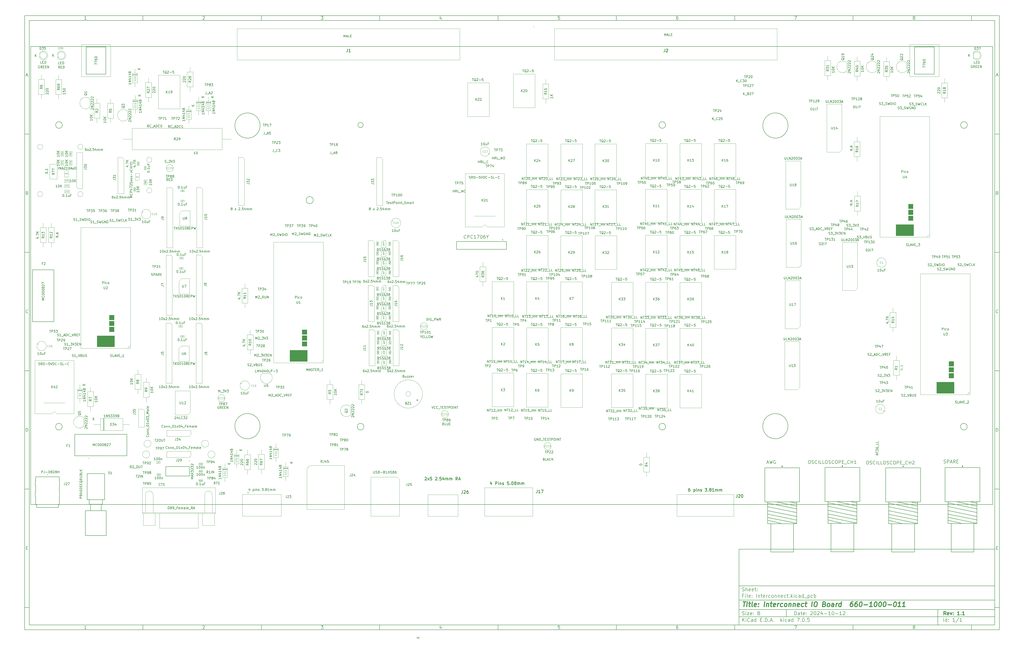
<source format=gbr>
G04 #@! TF.GenerationSoftware,KiCad,Pcbnew,7.0.5*
G04 #@! TF.CreationDate,2024-10-27T20:03:42-04:00*
G04 #@! TF.ProjectId,Interconnect,496e7465-7263-46f6-9e6e-6563742e6b69,1.1*
G04 #@! TF.SameCoordinates,Original*
G04 #@! TF.FileFunction,AssemblyDrawing,Top*
%FSLAX46Y46*%
G04 Gerber Fmt 4.6, Leading zero omitted, Abs format (unit mm)*
G04 Created by KiCad (PCBNEW 7.0.5) date 2024-10-27 20:03:42*
%MOMM*%
%LPD*%
G01*
G04 APERTURE LIST*
%ADD10C,0.100000*%
%ADD11C,0.150000*%
%ADD12C,0.300000*%
%ADD13C,0.400000*%
%ADD14C,0.060000*%
%ADD15C,0.254000*%
%ADD16C,0.075000*%
%ADD17C,0.080000*%
%ADD18C,0.125000*%
%ADD19C,0.120000*%
%ADD20C,0.127000*%
%ADD21C,0.200000*%
%ADD22C,0.240000*%
G04 #@! TA.AperFunction,Profile*
%ADD23C,0.100000*%
G04 #@! TD*
G04 #@! TA.AperFunction,Profile*
%ADD24C,0.160000*%
G04 #@! TD*
G04 APERTURE END LIST*
D10*
D11*
X311800000Y-235400000D02*
X419800000Y-235400000D01*
X419800000Y-267400000D01*
X311800000Y-267400000D01*
X311800000Y-235400000D01*
D10*
D11*
X10000000Y-10000000D02*
X421800000Y-10000000D01*
X421800000Y-269400000D01*
X10000000Y-269400000D01*
X10000000Y-10000000D01*
D10*
D11*
X12000000Y-12000000D02*
X419800000Y-12000000D01*
X419800000Y-267400000D01*
X12000000Y-267400000D01*
X12000000Y-12000000D01*
D10*
D11*
X60000000Y-12000000D02*
X60000000Y-10000000D01*
D10*
D11*
X110000000Y-12000000D02*
X110000000Y-10000000D01*
D10*
D11*
X160000000Y-12000000D02*
X160000000Y-10000000D01*
D10*
D11*
X210000000Y-12000000D02*
X210000000Y-10000000D01*
D10*
D11*
X260000000Y-12000000D02*
X260000000Y-10000000D01*
D10*
D11*
X310000000Y-12000000D02*
X310000000Y-10000000D01*
D10*
D11*
X360000000Y-12000000D02*
X360000000Y-10000000D01*
D10*
D11*
X410000000Y-12000000D02*
X410000000Y-10000000D01*
D10*
D11*
X36089160Y-11593604D02*
X35346303Y-11593604D01*
X35717731Y-11593604D02*
X35717731Y-10293604D01*
X35717731Y-10293604D02*
X35593922Y-10479319D01*
X35593922Y-10479319D02*
X35470112Y-10603128D01*
X35470112Y-10603128D02*
X35346303Y-10665033D01*
D10*
D11*
X85346303Y-10417414D02*
X85408207Y-10355509D01*
X85408207Y-10355509D02*
X85532017Y-10293604D01*
X85532017Y-10293604D02*
X85841541Y-10293604D01*
X85841541Y-10293604D02*
X85965350Y-10355509D01*
X85965350Y-10355509D02*
X86027255Y-10417414D01*
X86027255Y-10417414D02*
X86089160Y-10541223D01*
X86089160Y-10541223D02*
X86089160Y-10665033D01*
X86089160Y-10665033D02*
X86027255Y-10850747D01*
X86027255Y-10850747D02*
X85284398Y-11593604D01*
X85284398Y-11593604D02*
X86089160Y-11593604D01*
D10*
D11*
X135284398Y-10293604D02*
X136089160Y-10293604D01*
X136089160Y-10293604D02*
X135655826Y-10788842D01*
X135655826Y-10788842D02*
X135841541Y-10788842D01*
X135841541Y-10788842D02*
X135965350Y-10850747D01*
X135965350Y-10850747D02*
X136027255Y-10912652D01*
X136027255Y-10912652D02*
X136089160Y-11036461D01*
X136089160Y-11036461D02*
X136089160Y-11345985D01*
X136089160Y-11345985D02*
X136027255Y-11469795D01*
X136027255Y-11469795D02*
X135965350Y-11531700D01*
X135965350Y-11531700D02*
X135841541Y-11593604D01*
X135841541Y-11593604D02*
X135470112Y-11593604D01*
X135470112Y-11593604D02*
X135346303Y-11531700D01*
X135346303Y-11531700D02*
X135284398Y-11469795D01*
D10*
D11*
X185965350Y-10726938D02*
X185965350Y-11593604D01*
X185655826Y-10231700D02*
X185346303Y-11160271D01*
X185346303Y-11160271D02*
X186151064Y-11160271D01*
D10*
D11*
X236027255Y-10293604D02*
X235408207Y-10293604D01*
X235408207Y-10293604D02*
X235346303Y-10912652D01*
X235346303Y-10912652D02*
X235408207Y-10850747D01*
X235408207Y-10850747D02*
X235532017Y-10788842D01*
X235532017Y-10788842D02*
X235841541Y-10788842D01*
X235841541Y-10788842D02*
X235965350Y-10850747D01*
X235965350Y-10850747D02*
X236027255Y-10912652D01*
X236027255Y-10912652D02*
X236089160Y-11036461D01*
X236089160Y-11036461D02*
X236089160Y-11345985D01*
X236089160Y-11345985D02*
X236027255Y-11469795D01*
X236027255Y-11469795D02*
X235965350Y-11531700D01*
X235965350Y-11531700D02*
X235841541Y-11593604D01*
X235841541Y-11593604D02*
X235532017Y-11593604D01*
X235532017Y-11593604D02*
X235408207Y-11531700D01*
X235408207Y-11531700D02*
X235346303Y-11469795D01*
D10*
D11*
X285965350Y-10293604D02*
X285717731Y-10293604D01*
X285717731Y-10293604D02*
X285593922Y-10355509D01*
X285593922Y-10355509D02*
X285532017Y-10417414D01*
X285532017Y-10417414D02*
X285408207Y-10603128D01*
X285408207Y-10603128D02*
X285346303Y-10850747D01*
X285346303Y-10850747D02*
X285346303Y-11345985D01*
X285346303Y-11345985D02*
X285408207Y-11469795D01*
X285408207Y-11469795D02*
X285470112Y-11531700D01*
X285470112Y-11531700D02*
X285593922Y-11593604D01*
X285593922Y-11593604D02*
X285841541Y-11593604D01*
X285841541Y-11593604D02*
X285965350Y-11531700D01*
X285965350Y-11531700D02*
X286027255Y-11469795D01*
X286027255Y-11469795D02*
X286089160Y-11345985D01*
X286089160Y-11345985D02*
X286089160Y-11036461D01*
X286089160Y-11036461D02*
X286027255Y-10912652D01*
X286027255Y-10912652D02*
X285965350Y-10850747D01*
X285965350Y-10850747D02*
X285841541Y-10788842D01*
X285841541Y-10788842D02*
X285593922Y-10788842D01*
X285593922Y-10788842D02*
X285470112Y-10850747D01*
X285470112Y-10850747D02*
X285408207Y-10912652D01*
X285408207Y-10912652D02*
X285346303Y-11036461D01*
D10*
D11*
X335284398Y-10293604D02*
X336151064Y-10293604D01*
X336151064Y-10293604D02*
X335593922Y-11593604D01*
D10*
D11*
X385593922Y-10850747D02*
X385470112Y-10788842D01*
X385470112Y-10788842D02*
X385408207Y-10726938D01*
X385408207Y-10726938D02*
X385346303Y-10603128D01*
X385346303Y-10603128D02*
X385346303Y-10541223D01*
X385346303Y-10541223D02*
X385408207Y-10417414D01*
X385408207Y-10417414D02*
X385470112Y-10355509D01*
X385470112Y-10355509D02*
X385593922Y-10293604D01*
X385593922Y-10293604D02*
X385841541Y-10293604D01*
X385841541Y-10293604D02*
X385965350Y-10355509D01*
X385965350Y-10355509D02*
X386027255Y-10417414D01*
X386027255Y-10417414D02*
X386089160Y-10541223D01*
X386089160Y-10541223D02*
X386089160Y-10603128D01*
X386089160Y-10603128D02*
X386027255Y-10726938D01*
X386027255Y-10726938D02*
X385965350Y-10788842D01*
X385965350Y-10788842D02*
X385841541Y-10850747D01*
X385841541Y-10850747D02*
X385593922Y-10850747D01*
X385593922Y-10850747D02*
X385470112Y-10912652D01*
X385470112Y-10912652D02*
X385408207Y-10974557D01*
X385408207Y-10974557D02*
X385346303Y-11098366D01*
X385346303Y-11098366D02*
X385346303Y-11345985D01*
X385346303Y-11345985D02*
X385408207Y-11469795D01*
X385408207Y-11469795D02*
X385470112Y-11531700D01*
X385470112Y-11531700D02*
X385593922Y-11593604D01*
X385593922Y-11593604D02*
X385841541Y-11593604D01*
X385841541Y-11593604D02*
X385965350Y-11531700D01*
X385965350Y-11531700D02*
X386027255Y-11469795D01*
X386027255Y-11469795D02*
X386089160Y-11345985D01*
X386089160Y-11345985D02*
X386089160Y-11098366D01*
X386089160Y-11098366D02*
X386027255Y-10974557D01*
X386027255Y-10974557D02*
X385965350Y-10912652D01*
X385965350Y-10912652D02*
X385841541Y-10850747D01*
D10*
D11*
X60000000Y-267400000D02*
X60000000Y-269400000D01*
D10*
D11*
X110000000Y-267400000D02*
X110000000Y-269400000D01*
D10*
D11*
X160000000Y-267400000D02*
X160000000Y-269400000D01*
D10*
D11*
X210000000Y-267400000D02*
X210000000Y-269400000D01*
D10*
D11*
X260000000Y-267400000D02*
X260000000Y-269400000D01*
D10*
D11*
X310000000Y-267400000D02*
X310000000Y-269400000D01*
D10*
D11*
X360000000Y-267400000D02*
X360000000Y-269400000D01*
D10*
D11*
X410000000Y-267400000D02*
X410000000Y-269400000D01*
D10*
D11*
X36089160Y-268993604D02*
X35346303Y-268993604D01*
X35717731Y-268993604D02*
X35717731Y-267693604D01*
X35717731Y-267693604D02*
X35593922Y-267879319D01*
X35593922Y-267879319D02*
X35470112Y-268003128D01*
X35470112Y-268003128D02*
X35346303Y-268065033D01*
D10*
D11*
X85346303Y-267817414D02*
X85408207Y-267755509D01*
X85408207Y-267755509D02*
X85532017Y-267693604D01*
X85532017Y-267693604D02*
X85841541Y-267693604D01*
X85841541Y-267693604D02*
X85965350Y-267755509D01*
X85965350Y-267755509D02*
X86027255Y-267817414D01*
X86027255Y-267817414D02*
X86089160Y-267941223D01*
X86089160Y-267941223D02*
X86089160Y-268065033D01*
X86089160Y-268065033D02*
X86027255Y-268250747D01*
X86027255Y-268250747D02*
X85284398Y-268993604D01*
X85284398Y-268993604D02*
X86089160Y-268993604D01*
D10*
D11*
X135284398Y-267693604D02*
X136089160Y-267693604D01*
X136089160Y-267693604D02*
X135655826Y-268188842D01*
X135655826Y-268188842D02*
X135841541Y-268188842D01*
X135841541Y-268188842D02*
X135965350Y-268250747D01*
X135965350Y-268250747D02*
X136027255Y-268312652D01*
X136027255Y-268312652D02*
X136089160Y-268436461D01*
X136089160Y-268436461D02*
X136089160Y-268745985D01*
X136089160Y-268745985D02*
X136027255Y-268869795D01*
X136027255Y-268869795D02*
X135965350Y-268931700D01*
X135965350Y-268931700D02*
X135841541Y-268993604D01*
X135841541Y-268993604D02*
X135470112Y-268993604D01*
X135470112Y-268993604D02*
X135346303Y-268931700D01*
X135346303Y-268931700D02*
X135284398Y-268869795D01*
D10*
D11*
X185965350Y-268126938D02*
X185965350Y-268993604D01*
X185655826Y-267631700D02*
X185346303Y-268560271D01*
X185346303Y-268560271D02*
X186151064Y-268560271D01*
D10*
D11*
X236027255Y-267693604D02*
X235408207Y-267693604D01*
X235408207Y-267693604D02*
X235346303Y-268312652D01*
X235346303Y-268312652D02*
X235408207Y-268250747D01*
X235408207Y-268250747D02*
X235532017Y-268188842D01*
X235532017Y-268188842D02*
X235841541Y-268188842D01*
X235841541Y-268188842D02*
X235965350Y-268250747D01*
X235965350Y-268250747D02*
X236027255Y-268312652D01*
X236027255Y-268312652D02*
X236089160Y-268436461D01*
X236089160Y-268436461D02*
X236089160Y-268745985D01*
X236089160Y-268745985D02*
X236027255Y-268869795D01*
X236027255Y-268869795D02*
X235965350Y-268931700D01*
X235965350Y-268931700D02*
X235841541Y-268993604D01*
X235841541Y-268993604D02*
X235532017Y-268993604D01*
X235532017Y-268993604D02*
X235408207Y-268931700D01*
X235408207Y-268931700D02*
X235346303Y-268869795D01*
D10*
D11*
X285965350Y-267693604D02*
X285717731Y-267693604D01*
X285717731Y-267693604D02*
X285593922Y-267755509D01*
X285593922Y-267755509D02*
X285532017Y-267817414D01*
X285532017Y-267817414D02*
X285408207Y-268003128D01*
X285408207Y-268003128D02*
X285346303Y-268250747D01*
X285346303Y-268250747D02*
X285346303Y-268745985D01*
X285346303Y-268745985D02*
X285408207Y-268869795D01*
X285408207Y-268869795D02*
X285470112Y-268931700D01*
X285470112Y-268931700D02*
X285593922Y-268993604D01*
X285593922Y-268993604D02*
X285841541Y-268993604D01*
X285841541Y-268993604D02*
X285965350Y-268931700D01*
X285965350Y-268931700D02*
X286027255Y-268869795D01*
X286027255Y-268869795D02*
X286089160Y-268745985D01*
X286089160Y-268745985D02*
X286089160Y-268436461D01*
X286089160Y-268436461D02*
X286027255Y-268312652D01*
X286027255Y-268312652D02*
X285965350Y-268250747D01*
X285965350Y-268250747D02*
X285841541Y-268188842D01*
X285841541Y-268188842D02*
X285593922Y-268188842D01*
X285593922Y-268188842D02*
X285470112Y-268250747D01*
X285470112Y-268250747D02*
X285408207Y-268312652D01*
X285408207Y-268312652D02*
X285346303Y-268436461D01*
D10*
D11*
X335284398Y-267693604D02*
X336151064Y-267693604D01*
X336151064Y-267693604D02*
X335593922Y-268993604D01*
D10*
D11*
X385593922Y-268250747D02*
X385470112Y-268188842D01*
X385470112Y-268188842D02*
X385408207Y-268126938D01*
X385408207Y-268126938D02*
X385346303Y-268003128D01*
X385346303Y-268003128D02*
X385346303Y-267941223D01*
X385346303Y-267941223D02*
X385408207Y-267817414D01*
X385408207Y-267817414D02*
X385470112Y-267755509D01*
X385470112Y-267755509D02*
X385593922Y-267693604D01*
X385593922Y-267693604D02*
X385841541Y-267693604D01*
X385841541Y-267693604D02*
X385965350Y-267755509D01*
X385965350Y-267755509D02*
X386027255Y-267817414D01*
X386027255Y-267817414D02*
X386089160Y-267941223D01*
X386089160Y-267941223D02*
X386089160Y-268003128D01*
X386089160Y-268003128D02*
X386027255Y-268126938D01*
X386027255Y-268126938D02*
X385965350Y-268188842D01*
X385965350Y-268188842D02*
X385841541Y-268250747D01*
X385841541Y-268250747D02*
X385593922Y-268250747D01*
X385593922Y-268250747D02*
X385470112Y-268312652D01*
X385470112Y-268312652D02*
X385408207Y-268374557D01*
X385408207Y-268374557D02*
X385346303Y-268498366D01*
X385346303Y-268498366D02*
X385346303Y-268745985D01*
X385346303Y-268745985D02*
X385408207Y-268869795D01*
X385408207Y-268869795D02*
X385470112Y-268931700D01*
X385470112Y-268931700D02*
X385593922Y-268993604D01*
X385593922Y-268993604D02*
X385841541Y-268993604D01*
X385841541Y-268993604D02*
X385965350Y-268931700D01*
X385965350Y-268931700D02*
X386027255Y-268869795D01*
X386027255Y-268869795D02*
X386089160Y-268745985D01*
X386089160Y-268745985D02*
X386089160Y-268498366D01*
X386089160Y-268498366D02*
X386027255Y-268374557D01*
X386027255Y-268374557D02*
X385965350Y-268312652D01*
X385965350Y-268312652D02*
X385841541Y-268250747D01*
D10*
D11*
X10000000Y-60000000D02*
X12000000Y-60000000D01*
D10*
D11*
X10000000Y-110000000D02*
X12000000Y-110000000D01*
D10*
D11*
X10000000Y-160000000D02*
X12000000Y-160000000D01*
D10*
D11*
X10000000Y-210000000D02*
X12000000Y-210000000D01*
D10*
D11*
X10000000Y-260000000D02*
X12000000Y-260000000D01*
D10*
D11*
X10690476Y-35222176D02*
X11309523Y-35222176D01*
X10566666Y-35593604D02*
X10999999Y-34293604D01*
X10999999Y-34293604D02*
X11433333Y-35593604D01*
D10*
D11*
X11092857Y-84912652D02*
X11278571Y-84974557D01*
X11278571Y-84974557D02*
X11340476Y-85036461D01*
X11340476Y-85036461D02*
X11402380Y-85160271D01*
X11402380Y-85160271D02*
X11402380Y-85345985D01*
X11402380Y-85345985D02*
X11340476Y-85469795D01*
X11340476Y-85469795D02*
X11278571Y-85531700D01*
X11278571Y-85531700D02*
X11154761Y-85593604D01*
X11154761Y-85593604D02*
X10659523Y-85593604D01*
X10659523Y-85593604D02*
X10659523Y-84293604D01*
X10659523Y-84293604D02*
X11092857Y-84293604D01*
X11092857Y-84293604D02*
X11216666Y-84355509D01*
X11216666Y-84355509D02*
X11278571Y-84417414D01*
X11278571Y-84417414D02*
X11340476Y-84541223D01*
X11340476Y-84541223D02*
X11340476Y-84665033D01*
X11340476Y-84665033D02*
X11278571Y-84788842D01*
X11278571Y-84788842D02*
X11216666Y-84850747D01*
X11216666Y-84850747D02*
X11092857Y-84912652D01*
X11092857Y-84912652D02*
X10659523Y-84912652D01*
D10*
D11*
X11402380Y-135469795D02*
X11340476Y-135531700D01*
X11340476Y-135531700D02*
X11154761Y-135593604D01*
X11154761Y-135593604D02*
X11030952Y-135593604D01*
X11030952Y-135593604D02*
X10845238Y-135531700D01*
X10845238Y-135531700D02*
X10721428Y-135407890D01*
X10721428Y-135407890D02*
X10659523Y-135284080D01*
X10659523Y-135284080D02*
X10597619Y-135036461D01*
X10597619Y-135036461D02*
X10597619Y-134850747D01*
X10597619Y-134850747D02*
X10659523Y-134603128D01*
X10659523Y-134603128D02*
X10721428Y-134479319D01*
X10721428Y-134479319D02*
X10845238Y-134355509D01*
X10845238Y-134355509D02*
X11030952Y-134293604D01*
X11030952Y-134293604D02*
X11154761Y-134293604D01*
X11154761Y-134293604D02*
X11340476Y-134355509D01*
X11340476Y-134355509D02*
X11402380Y-134417414D01*
D10*
D11*
X10659523Y-185593604D02*
X10659523Y-184293604D01*
X10659523Y-184293604D02*
X10969047Y-184293604D01*
X10969047Y-184293604D02*
X11154761Y-184355509D01*
X11154761Y-184355509D02*
X11278571Y-184479319D01*
X11278571Y-184479319D02*
X11340476Y-184603128D01*
X11340476Y-184603128D02*
X11402380Y-184850747D01*
X11402380Y-184850747D02*
X11402380Y-185036461D01*
X11402380Y-185036461D02*
X11340476Y-185284080D01*
X11340476Y-185284080D02*
X11278571Y-185407890D01*
X11278571Y-185407890D02*
X11154761Y-185531700D01*
X11154761Y-185531700D02*
X10969047Y-185593604D01*
X10969047Y-185593604D02*
X10659523Y-185593604D01*
D10*
D11*
X10721428Y-234912652D02*
X11154762Y-234912652D01*
X11340476Y-235593604D02*
X10721428Y-235593604D01*
X10721428Y-235593604D02*
X10721428Y-234293604D01*
X10721428Y-234293604D02*
X11340476Y-234293604D01*
D10*
D11*
X421800000Y-60000000D02*
X419800000Y-60000000D01*
D10*
D11*
X421800000Y-110000000D02*
X419800000Y-110000000D01*
D10*
D11*
X421800000Y-160000000D02*
X419800000Y-160000000D01*
D10*
D11*
X421800000Y-210000000D02*
X419800000Y-210000000D01*
D10*
D11*
X421800000Y-260000000D02*
X419800000Y-260000000D01*
D10*
D11*
X420490476Y-35222176D02*
X421109523Y-35222176D01*
X420366666Y-35593604D02*
X420799999Y-34293604D01*
X420799999Y-34293604D02*
X421233333Y-35593604D01*
D10*
D11*
X420892857Y-84912652D02*
X421078571Y-84974557D01*
X421078571Y-84974557D02*
X421140476Y-85036461D01*
X421140476Y-85036461D02*
X421202380Y-85160271D01*
X421202380Y-85160271D02*
X421202380Y-85345985D01*
X421202380Y-85345985D02*
X421140476Y-85469795D01*
X421140476Y-85469795D02*
X421078571Y-85531700D01*
X421078571Y-85531700D02*
X420954761Y-85593604D01*
X420954761Y-85593604D02*
X420459523Y-85593604D01*
X420459523Y-85593604D02*
X420459523Y-84293604D01*
X420459523Y-84293604D02*
X420892857Y-84293604D01*
X420892857Y-84293604D02*
X421016666Y-84355509D01*
X421016666Y-84355509D02*
X421078571Y-84417414D01*
X421078571Y-84417414D02*
X421140476Y-84541223D01*
X421140476Y-84541223D02*
X421140476Y-84665033D01*
X421140476Y-84665033D02*
X421078571Y-84788842D01*
X421078571Y-84788842D02*
X421016666Y-84850747D01*
X421016666Y-84850747D02*
X420892857Y-84912652D01*
X420892857Y-84912652D02*
X420459523Y-84912652D01*
D10*
D11*
X421202380Y-135469795D02*
X421140476Y-135531700D01*
X421140476Y-135531700D02*
X420954761Y-135593604D01*
X420954761Y-135593604D02*
X420830952Y-135593604D01*
X420830952Y-135593604D02*
X420645238Y-135531700D01*
X420645238Y-135531700D02*
X420521428Y-135407890D01*
X420521428Y-135407890D02*
X420459523Y-135284080D01*
X420459523Y-135284080D02*
X420397619Y-135036461D01*
X420397619Y-135036461D02*
X420397619Y-134850747D01*
X420397619Y-134850747D02*
X420459523Y-134603128D01*
X420459523Y-134603128D02*
X420521428Y-134479319D01*
X420521428Y-134479319D02*
X420645238Y-134355509D01*
X420645238Y-134355509D02*
X420830952Y-134293604D01*
X420830952Y-134293604D02*
X420954761Y-134293604D01*
X420954761Y-134293604D02*
X421140476Y-134355509D01*
X421140476Y-134355509D02*
X421202380Y-134417414D01*
D10*
D11*
X420459523Y-185593604D02*
X420459523Y-184293604D01*
X420459523Y-184293604D02*
X420769047Y-184293604D01*
X420769047Y-184293604D02*
X420954761Y-184355509D01*
X420954761Y-184355509D02*
X421078571Y-184479319D01*
X421078571Y-184479319D02*
X421140476Y-184603128D01*
X421140476Y-184603128D02*
X421202380Y-184850747D01*
X421202380Y-184850747D02*
X421202380Y-185036461D01*
X421202380Y-185036461D02*
X421140476Y-185284080D01*
X421140476Y-185284080D02*
X421078571Y-185407890D01*
X421078571Y-185407890D02*
X420954761Y-185531700D01*
X420954761Y-185531700D02*
X420769047Y-185593604D01*
X420769047Y-185593604D02*
X420459523Y-185593604D01*
D10*
D11*
X420521428Y-234912652D02*
X420954762Y-234912652D01*
X421140476Y-235593604D02*
X420521428Y-235593604D01*
X420521428Y-235593604D02*
X420521428Y-234293604D01*
X420521428Y-234293604D02*
X421140476Y-234293604D01*
D10*
D11*
X335255826Y-263186128D02*
X335255826Y-261686128D01*
X335255826Y-261686128D02*
X335612969Y-261686128D01*
X335612969Y-261686128D02*
X335827255Y-261757557D01*
X335827255Y-261757557D02*
X335970112Y-261900414D01*
X335970112Y-261900414D02*
X336041541Y-262043271D01*
X336041541Y-262043271D02*
X336112969Y-262328985D01*
X336112969Y-262328985D02*
X336112969Y-262543271D01*
X336112969Y-262543271D02*
X336041541Y-262828985D01*
X336041541Y-262828985D02*
X335970112Y-262971842D01*
X335970112Y-262971842D02*
X335827255Y-263114700D01*
X335827255Y-263114700D02*
X335612969Y-263186128D01*
X335612969Y-263186128D02*
X335255826Y-263186128D01*
X337398684Y-263186128D02*
X337398684Y-262400414D01*
X337398684Y-262400414D02*
X337327255Y-262257557D01*
X337327255Y-262257557D02*
X337184398Y-262186128D01*
X337184398Y-262186128D02*
X336898684Y-262186128D01*
X336898684Y-262186128D02*
X336755826Y-262257557D01*
X337398684Y-263114700D02*
X337255826Y-263186128D01*
X337255826Y-263186128D02*
X336898684Y-263186128D01*
X336898684Y-263186128D02*
X336755826Y-263114700D01*
X336755826Y-263114700D02*
X336684398Y-262971842D01*
X336684398Y-262971842D02*
X336684398Y-262828985D01*
X336684398Y-262828985D02*
X336755826Y-262686128D01*
X336755826Y-262686128D02*
X336898684Y-262614700D01*
X336898684Y-262614700D02*
X337255826Y-262614700D01*
X337255826Y-262614700D02*
X337398684Y-262543271D01*
X337898684Y-262186128D02*
X338470112Y-262186128D01*
X338112969Y-261686128D02*
X338112969Y-262971842D01*
X338112969Y-262971842D02*
X338184398Y-263114700D01*
X338184398Y-263114700D02*
X338327255Y-263186128D01*
X338327255Y-263186128D02*
X338470112Y-263186128D01*
X339541541Y-263114700D02*
X339398684Y-263186128D01*
X339398684Y-263186128D02*
X339112970Y-263186128D01*
X339112970Y-263186128D02*
X338970112Y-263114700D01*
X338970112Y-263114700D02*
X338898684Y-262971842D01*
X338898684Y-262971842D02*
X338898684Y-262400414D01*
X338898684Y-262400414D02*
X338970112Y-262257557D01*
X338970112Y-262257557D02*
X339112970Y-262186128D01*
X339112970Y-262186128D02*
X339398684Y-262186128D01*
X339398684Y-262186128D02*
X339541541Y-262257557D01*
X339541541Y-262257557D02*
X339612970Y-262400414D01*
X339612970Y-262400414D02*
X339612970Y-262543271D01*
X339612970Y-262543271D02*
X338898684Y-262686128D01*
X340255826Y-263043271D02*
X340327255Y-263114700D01*
X340327255Y-263114700D02*
X340255826Y-263186128D01*
X340255826Y-263186128D02*
X340184398Y-263114700D01*
X340184398Y-263114700D02*
X340255826Y-263043271D01*
X340255826Y-263043271D02*
X340255826Y-263186128D01*
X340255826Y-262257557D02*
X340327255Y-262328985D01*
X340327255Y-262328985D02*
X340255826Y-262400414D01*
X340255826Y-262400414D02*
X340184398Y-262328985D01*
X340184398Y-262328985D02*
X340255826Y-262257557D01*
X340255826Y-262257557D02*
X340255826Y-262400414D01*
X342041541Y-261828985D02*
X342112969Y-261757557D01*
X342112969Y-261757557D02*
X342255827Y-261686128D01*
X342255827Y-261686128D02*
X342612969Y-261686128D01*
X342612969Y-261686128D02*
X342755827Y-261757557D01*
X342755827Y-261757557D02*
X342827255Y-261828985D01*
X342827255Y-261828985D02*
X342898684Y-261971842D01*
X342898684Y-261971842D02*
X342898684Y-262114700D01*
X342898684Y-262114700D02*
X342827255Y-262328985D01*
X342827255Y-262328985D02*
X341970112Y-263186128D01*
X341970112Y-263186128D02*
X342898684Y-263186128D01*
X343827255Y-261686128D02*
X343970112Y-261686128D01*
X343970112Y-261686128D02*
X344112969Y-261757557D01*
X344112969Y-261757557D02*
X344184398Y-261828985D01*
X344184398Y-261828985D02*
X344255826Y-261971842D01*
X344255826Y-261971842D02*
X344327255Y-262257557D01*
X344327255Y-262257557D02*
X344327255Y-262614700D01*
X344327255Y-262614700D02*
X344255826Y-262900414D01*
X344255826Y-262900414D02*
X344184398Y-263043271D01*
X344184398Y-263043271D02*
X344112969Y-263114700D01*
X344112969Y-263114700D02*
X343970112Y-263186128D01*
X343970112Y-263186128D02*
X343827255Y-263186128D01*
X343827255Y-263186128D02*
X343684398Y-263114700D01*
X343684398Y-263114700D02*
X343612969Y-263043271D01*
X343612969Y-263043271D02*
X343541540Y-262900414D01*
X343541540Y-262900414D02*
X343470112Y-262614700D01*
X343470112Y-262614700D02*
X343470112Y-262257557D01*
X343470112Y-262257557D02*
X343541540Y-261971842D01*
X343541540Y-261971842D02*
X343612969Y-261828985D01*
X343612969Y-261828985D02*
X343684398Y-261757557D01*
X343684398Y-261757557D02*
X343827255Y-261686128D01*
X344898683Y-261828985D02*
X344970111Y-261757557D01*
X344970111Y-261757557D02*
X345112969Y-261686128D01*
X345112969Y-261686128D02*
X345470111Y-261686128D01*
X345470111Y-261686128D02*
X345612969Y-261757557D01*
X345612969Y-261757557D02*
X345684397Y-261828985D01*
X345684397Y-261828985D02*
X345755826Y-261971842D01*
X345755826Y-261971842D02*
X345755826Y-262114700D01*
X345755826Y-262114700D02*
X345684397Y-262328985D01*
X345684397Y-262328985D02*
X344827254Y-263186128D01*
X344827254Y-263186128D02*
X345755826Y-263186128D01*
X347041540Y-262186128D02*
X347041540Y-263186128D01*
X346684397Y-261614700D02*
X346327254Y-262686128D01*
X346327254Y-262686128D02*
X347255825Y-262686128D01*
X347827253Y-262614700D02*
X348970111Y-262614700D01*
X350470111Y-263186128D02*
X349612968Y-263186128D01*
X350041539Y-263186128D02*
X350041539Y-261686128D01*
X350041539Y-261686128D02*
X349898682Y-261900414D01*
X349898682Y-261900414D02*
X349755825Y-262043271D01*
X349755825Y-262043271D02*
X349612968Y-262114700D01*
X351398682Y-261686128D02*
X351541539Y-261686128D01*
X351541539Y-261686128D02*
X351684396Y-261757557D01*
X351684396Y-261757557D02*
X351755825Y-261828985D01*
X351755825Y-261828985D02*
X351827253Y-261971842D01*
X351827253Y-261971842D02*
X351898682Y-262257557D01*
X351898682Y-262257557D02*
X351898682Y-262614700D01*
X351898682Y-262614700D02*
X351827253Y-262900414D01*
X351827253Y-262900414D02*
X351755825Y-263043271D01*
X351755825Y-263043271D02*
X351684396Y-263114700D01*
X351684396Y-263114700D02*
X351541539Y-263186128D01*
X351541539Y-263186128D02*
X351398682Y-263186128D01*
X351398682Y-263186128D02*
X351255825Y-263114700D01*
X351255825Y-263114700D02*
X351184396Y-263043271D01*
X351184396Y-263043271D02*
X351112967Y-262900414D01*
X351112967Y-262900414D02*
X351041539Y-262614700D01*
X351041539Y-262614700D02*
X351041539Y-262257557D01*
X351041539Y-262257557D02*
X351112967Y-261971842D01*
X351112967Y-261971842D02*
X351184396Y-261828985D01*
X351184396Y-261828985D02*
X351255825Y-261757557D01*
X351255825Y-261757557D02*
X351398682Y-261686128D01*
X352541538Y-262614700D02*
X353684396Y-262614700D01*
X355184396Y-263186128D02*
X354327253Y-263186128D01*
X354755824Y-263186128D02*
X354755824Y-261686128D01*
X354755824Y-261686128D02*
X354612967Y-261900414D01*
X354612967Y-261900414D02*
X354470110Y-262043271D01*
X354470110Y-262043271D02*
X354327253Y-262114700D01*
X355755824Y-261828985D02*
X355827252Y-261757557D01*
X355827252Y-261757557D02*
X355970110Y-261686128D01*
X355970110Y-261686128D02*
X356327252Y-261686128D01*
X356327252Y-261686128D02*
X356470110Y-261757557D01*
X356470110Y-261757557D02*
X356541538Y-261828985D01*
X356541538Y-261828985D02*
X356612967Y-261971842D01*
X356612967Y-261971842D02*
X356612967Y-262114700D01*
X356612967Y-262114700D02*
X356541538Y-262328985D01*
X356541538Y-262328985D02*
X355684395Y-263186128D01*
X355684395Y-263186128D02*
X356612967Y-263186128D01*
D10*
D11*
X311800000Y-263900000D02*
X419800000Y-263900000D01*
D10*
D11*
X313255826Y-265986128D02*
X313255826Y-264486128D01*
X314112969Y-265986128D02*
X313470112Y-265128985D01*
X314112969Y-264486128D02*
X313255826Y-265343271D01*
X314755826Y-265986128D02*
X314755826Y-264986128D01*
X314755826Y-264486128D02*
X314684398Y-264557557D01*
X314684398Y-264557557D02*
X314755826Y-264628985D01*
X314755826Y-264628985D02*
X314827255Y-264557557D01*
X314827255Y-264557557D02*
X314755826Y-264486128D01*
X314755826Y-264486128D02*
X314755826Y-264628985D01*
X316327255Y-265843271D02*
X316255827Y-265914700D01*
X316255827Y-265914700D02*
X316041541Y-265986128D01*
X316041541Y-265986128D02*
X315898684Y-265986128D01*
X315898684Y-265986128D02*
X315684398Y-265914700D01*
X315684398Y-265914700D02*
X315541541Y-265771842D01*
X315541541Y-265771842D02*
X315470112Y-265628985D01*
X315470112Y-265628985D02*
X315398684Y-265343271D01*
X315398684Y-265343271D02*
X315398684Y-265128985D01*
X315398684Y-265128985D02*
X315470112Y-264843271D01*
X315470112Y-264843271D02*
X315541541Y-264700414D01*
X315541541Y-264700414D02*
X315684398Y-264557557D01*
X315684398Y-264557557D02*
X315898684Y-264486128D01*
X315898684Y-264486128D02*
X316041541Y-264486128D01*
X316041541Y-264486128D02*
X316255827Y-264557557D01*
X316255827Y-264557557D02*
X316327255Y-264628985D01*
X317612970Y-265986128D02*
X317612970Y-265200414D01*
X317612970Y-265200414D02*
X317541541Y-265057557D01*
X317541541Y-265057557D02*
X317398684Y-264986128D01*
X317398684Y-264986128D02*
X317112970Y-264986128D01*
X317112970Y-264986128D02*
X316970112Y-265057557D01*
X317612970Y-265914700D02*
X317470112Y-265986128D01*
X317470112Y-265986128D02*
X317112970Y-265986128D01*
X317112970Y-265986128D02*
X316970112Y-265914700D01*
X316970112Y-265914700D02*
X316898684Y-265771842D01*
X316898684Y-265771842D02*
X316898684Y-265628985D01*
X316898684Y-265628985D02*
X316970112Y-265486128D01*
X316970112Y-265486128D02*
X317112970Y-265414700D01*
X317112970Y-265414700D02*
X317470112Y-265414700D01*
X317470112Y-265414700D02*
X317612970Y-265343271D01*
X318970113Y-265986128D02*
X318970113Y-264486128D01*
X318970113Y-265914700D02*
X318827255Y-265986128D01*
X318827255Y-265986128D02*
X318541541Y-265986128D01*
X318541541Y-265986128D02*
X318398684Y-265914700D01*
X318398684Y-265914700D02*
X318327255Y-265843271D01*
X318327255Y-265843271D02*
X318255827Y-265700414D01*
X318255827Y-265700414D02*
X318255827Y-265271842D01*
X318255827Y-265271842D02*
X318327255Y-265128985D01*
X318327255Y-265128985D02*
X318398684Y-265057557D01*
X318398684Y-265057557D02*
X318541541Y-264986128D01*
X318541541Y-264986128D02*
X318827255Y-264986128D01*
X318827255Y-264986128D02*
X318970113Y-265057557D01*
X320827255Y-265200414D02*
X321327255Y-265200414D01*
X321541541Y-265986128D02*
X320827255Y-265986128D01*
X320827255Y-265986128D02*
X320827255Y-264486128D01*
X320827255Y-264486128D02*
X321541541Y-264486128D01*
X322184398Y-265843271D02*
X322255827Y-265914700D01*
X322255827Y-265914700D02*
X322184398Y-265986128D01*
X322184398Y-265986128D02*
X322112970Y-265914700D01*
X322112970Y-265914700D02*
X322184398Y-265843271D01*
X322184398Y-265843271D02*
X322184398Y-265986128D01*
X322898684Y-265986128D02*
X322898684Y-264486128D01*
X322898684Y-264486128D02*
X323255827Y-264486128D01*
X323255827Y-264486128D02*
X323470113Y-264557557D01*
X323470113Y-264557557D02*
X323612970Y-264700414D01*
X323612970Y-264700414D02*
X323684399Y-264843271D01*
X323684399Y-264843271D02*
X323755827Y-265128985D01*
X323755827Y-265128985D02*
X323755827Y-265343271D01*
X323755827Y-265343271D02*
X323684399Y-265628985D01*
X323684399Y-265628985D02*
X323612970Y-265771842D01*
X323612970Y-265771842D02*
X323470113Y-265914700D01*
X323470113Y-265914700D02*
X323255827Y-265986128D01*
X323255827Y-265986128D02*
X322898684Y-265986128D01*
X324398684Y-265843271D02*
X324470113Y-265914700D01*
X324470113Y-265914700D02*
X324398684Y-265986128D01*
X324398684Y-265986128D02*
X324327256Y-265914700D01*
X324327256Y-265914700D02*
X324398684Y-265843271D01*
X324398684Y-265843271D02*
X324398684Y-265986128D01*
X325041542Y-265557557D02*
X325755828Y-265557557D01*
X324898685Y-265986128D02*
X325398685Y-264486128D01*
X325398685Y-264486128D02*
X325898685Y-265986128D01*
X326398684Y-265843271D02*
X326470113Y-265914700D01*
X326470113Y-265914700D02*
X326398684Y-265986128D01*
X326398684Y-265986128D02*
X326327256Y-265914700D01*
X326327256Y-265914700D02*
X326398684Y-265843271D01*
X326398684Y-265843271D02*
X326398684Y-265986128D01*
X329398684Y-265986128D02*
X329398684Y-264486128D01*
X329541542Y-265414700D02*
X329970113Y-265986128D01*
X329970113Y-264986128D02*
X329398684Y-265557557D01*
X330612970Y-265986128D02*
X330612970Y-264986128D01*
X330612970Y-264486128D02*
X330541542Y-264557557D01*
X330541542Y-264557557D02*
X330612970Y-264628985D01*
X330612970Y-264628985D02*
X330684399Y-264557557D01*
X330684399Y-264557557D02*
X330612970Y-264486128D01*
X330612970Y-264486128D02*
X330612970Y-264628985D01*
X331970114Y-265914700D02*
X331827256Y-265986128D01*
X331827256Y-265986128D02*
X331541542Y-265986128D01*
X331541542Y-265986128D02*
X331398685Y-265914700D01*
X331398685Y-265914700D02*
X331327256Y-265843271D01*
X331327256Y-265843271D02*
X331255828Y-265700414D01*
X331255828Y-265700414D02*
X331255828Y-265271842D01*
X331255828Y-265271842D02*
X331327256Y-265128985D01*
X331327256Y-265128985D02*
X331398685Y-265057557D01*
X331398685Y-265057557D02*
X331541542Y-264986128D01*
X331541542Y-264986128D02*
X331827256Y-264986128D01*
X331827256Y-264986128D02*
X331970114Y-265057557D01*
X333255828Y-265986128D02*
X333255828Y-265200414D01*
X333255828Y-265200414D02*
X333184399Y-265057557D01*
X333184399Y-265057557D02*
X333041542Y-264986128D01*
X333041542Y-264986128D02*
X332755828Y-264986128D01*
X332755828Y-264986128D02*
X332612970Y-265057557D01*
X333255828Y-265914700D02*
X333112970Y-265986128D01*
X333112970Y-265986128D02*
X332755828Y-265986128D01*
X332755828Y-265986128D02*
X332612970Y-265914700D01*
X332612970Y-265914700D02*
X332541542Y-265771842D01*
X332541542Y-265771842D02*
X332541542Y-265628985D01*
X332541542Y-265628985D02*
X332612970Y-265486128D01*
X332612970Y-265486128D02*
X332755828Y-265414700D01*
X332755828Y-265414700D02*
X333112970Y-265414700D01*
X333112970Y-265414700D02*
X333255828Y-265343271D01*
X334612971Y-265986128D02*
X334612971Y-264486128D01*
X334612971Y-265914700D02*
X334470113Y-265986128D01*
X334470113Y-265986128D02*
X334184399Y-265986128D01*
X334184399Y-265986128D02*
X334041542Y-265914700D01*
X334041542Y-265914700D02*
X333970113Y-265843271D01*
X333970113Y-265843271D02*
X333898685Y-265700414D01*
X333898685Y-265700414D02*
X333898685Y-265271842D01*
X333898685Y-265271842D02*
X333970113Y-265128985D01*
X333970113Y-265128985D02*
X334041542Y-265057557D01*
X334041542Y-265057557D02*
X334184399Y-264986128D01*
X334184399Y-264986128D02*
X334470113Y-264986128D01*
X334470113Y-264986128D02*
X334612971Y-265057557D01*
X336327256Y-264486128D02*
X337327256Y-264486128D01*
X337327256Y-264486128D02*
X336684399Y-265986128D01*
X337898684Y-265843271D02*
X337970113Y-265914700D01*
X337970113Y-265914700D02*
X337898684Y-265986128D01*
X337898684Y-265986128D02*
X337827256Y-265914700D01*
X337827256Y-265914700D02*
X337898684Y-265843271D01*
X337898684Y-265843271D02*
X337898684Y-265986128D01*
X338898685Y-264486128D02*
X339041542Y-264486128D01*
X339041542Y-264486128D02*
X339184399Y-264557557D01*
X339184399Y-264557557D02*
X339255828Y-264628985D01*
X339255828Y-264628985D02*
X339327256Y-264771842D01*
X339327256Y-264771842D02*
X339398685Y-265057557D01*
X339398685Y-265057557D02*
X339398685Y-265414700D01*
X339398685Y-265414700D02*
X339327256Y-265700414D01*
X339327256Y-265700414D02*
X339255828Y-265843271D01*
X339255828Y-265843271D02*
X339184399Y-265914700D01*
X339184399Y-265914700D02*
X339041542Y-265986128D01*
X339041542Y-265986128D02*
X338898685Y-265986128D01*
X338898685Y-265986128D02*
X338755828Y-265914700D01*
X338755828Y-265914700D02*
X338684399Y-265843271D01*
X338684399Y-265843271D02*
X338612970Y-265700414D01*
X338612970Y-265700414D02*
X338541542Y-265414700D01*
X338541542Y-265414700D02*
X338541542Y-265057557D01*
X338541542Y-265057557D02*
X338612970Y-264771842D01*
X338612970Y-264771842D02*
X338684399Y-264628985D01*
X338684399Y-264628985D02*
X338755828Y-264557557D01*
X338755828Y-264557557D02*
X338898685Y-264486128D01*
X340041541Y-265843271D02*
X340112970Y-265914700D01*
X340112970Y-265914700D02*
X340041541Y-265986128D01*
X340041541Y-265986128D02*
X339970113Y-265914700D01*
X339970113Y-265914700D02*
X340041541Y-265843271D01*
X340041541Y-265843271D02*
X340041541Y-265986128D01*
X341470113Y-264486128D02*
X340755827Y-264486128D01*
X340755827Y-264486128D02*
X340684399Y-265200414D01*
X340684399Y-265200414D02*
X340755827Y-265128985D01*
X340755827Y-265128985D02*
X340898685Y-265057557D01*
X340898685Y-265057557D02*
X341255827Y-265057557D01*
X341255827Y-265057557D02*
X341398685Y-265128985D01*
X341398685Y-265128985D02*
X341470113Y-265200414D01*
X341470113Y-265200414D02*
X341541542Y-265343271D01*
X341541542Y-265343271D02*
X341541542Y-265700414D01*
X341541542Y-265700414D02*
X341470113Y-265843271D01*
X341470113Y-265843271D02*
X341398685Y-265914700D01*
X341398685Y-265914700D02*
X341255827Y-265986128D01*
X341255827Y-265986128D02*
X340898685Y-265986128D01*
X340898685Y-265986128D02*
X340755827Y-265914700D01*
X340755827Y-265914700D02*
X340684399Y-265843271D01*
D10*
D11*
X311800000Y-260900000D02*
X419800000Y-260900000D01*
D10*
D12*
X399211653Y-263178328D02*
X398711653Y-262464042D01*
X398354510Y-263178328D02*
X398354510Y-261678328D01*
X398354510Y-261678328D02*
X398925939Y-261678328D01*
X398925939Y-261678328D02*
X399068796Y-261749757D01*
X399068796Y-261749757D02*
X399140225Y-261821185D01*
X399140225Y-261821185D02*
X399211653Y-261964042D01*
X399211653Y-261964042D02*
X399211653Y-262178328D01*
X399211653Y-262178328D02*
X399140225Y-262321185D01*
X399140225Y-262321185D02*
X399068796Y-262392614D01*
X399068796Y-262392614D02*
X398925939Y-262464042D01*
X398925939Y-262464042D02*
X398354510Y-262464042D01*
X400425939Y-263106900D02*
X400283082Y-263178328D01*
X400283082Y-263178328D02*
X399997368Y-263178328D01*
X399997368Y-263178328D02*
X399854510Y-263106900D01*
X399854510Y-263106900D02*
X399783082Y-262964042D01*
X399783082Y-262964042D02*
X399783082Y-262392614D01*
X399783082Y-262392614D02*
X399854510Y-262249757D01*
X399854510Y-262249757D02*
X399997368Y-262178328D01*
X399997368Y-262178328D02*
X400283082Y-262178328D01*
X400283082Y-262178328D02*
X400425939Y-262249757D01*
X400425939Y-262249757D02*
X400497368Y-262392614D01*
X400497368Y-262392614D02*
X400497368Y-262535471D01*
X400497368Y-262535471D02*
X399783082Y-262678328D01*
X400997367Y-262178328D02*
X401354510Y-263178328D01*
X401354510Y-263178328D02*
X401711653Y-262178328D01*
X402283081Y-263035471D02*
X402354510Y-263106900D01*
X402354510Y-263106900D02*
X402283081Y-263178328D01*
X402283081Y-263178328D02*
X402211653Y-263106900D01*
X402211653Y-263106900D02*
X402283081Y-263035471D01*
X402283081Y-263035471D02*
X402283081Y-263178328D01*
X402283081Y-262249757D02*
X402354510Y-262321185D01*
X402354510Y-262321185D02*
X402283081Y-262392614D01*
X402283081Y-262392614D02*
X402211653Y-262321185D01*
X402211653Y-262321185D02*
X402283081Y-262249757D01*
X402283081Y-262249757D02*
X402283081Y-262392614D01*
X404925939Y-263178328D02*
X404068796Y-263178328D01*
X404497367Y-263178328D02*
X404497367Y-261678328D01*
X404497367Y-261678328D02*
X404354510Y-261892614D01*
X404354510Y-261892614D02*
X404211653Y-262035471D01*
X404211653Y-262035471D02*
X404068796Y-262106900D01*
X405568795Y-263035471D02*
X405640224Y-263106900D01*
X405640224Y-263106900D02*
X405568795Y-263178328D01*
X405568795Y-263178328D02*
X405497367Y-263106900D01*
X405497367Y-263106900D02*
X405568795Y-263035471D01*
X405568795Y-263035471D02*
X405568795Y-263178328D01*
X407068796Y-263178328D02*
X406211653Y-263178328D01*
X406640224Y-263178328D02*
X406640224Y-261678328D01*
X406640224Y-261678328D02*
X406497367Y-261892614D01*
X406497367Y-261892614D02*
X406354510Y-262035471D01*
X406354510Y-262035471D02*
X406211653Y-262106900D01*
D10*
D11*
X313184398Y-263114700D02*
X313398684Y-263186128D01*
X313398684Y-263186128D02*
X313755826Y-263186128D01*
X313755826Y-263186128D02*
X313898684Y-263114700D01*
X313898684Y-263114700D02*
X313970112Y-263043271D01*
X313970112Y-263043271D02*
X314041541Y-262900414D01*
X314041541Y-262900414D02*
X314041541Y-262757557D01*
X314041541Y-262757557D02*
X313970112Y-262614700D01*
X313970112Y-262614700D02*
X313898684Y-262543271D01*
X313898684Y-262543271D02*
X313755826Y-262471842D01*
X313755826Y-262471842D02*
X313470112Y-262400414D01*
X313470112Y-262400414D02*
X313327255Y-262328985D01*
X313327255Y-262328985D02*
X313255826Y-262257557D01*
X313255826Y-262257557D02*
X313184398Y-262114700D01*
X313184398Y-262114700D02*
X313184398Y-261971842D01*
X313184398Y-261971842D02*
X313255826Y-261828985D01*
X313255826Y-261828985D02*
X313327255Y-261757557D01*
X313327255Y-261757557D02*
X313470112Y-261686128D01*
X313470112Y-261686128D02*
X313827255Y-261686128D01*
X313827255Y-261686128D02*
X314041541Y-261757557D01*
X314684397Y-263186128D02*
X314684397Y-262186128D01*
X314684397Y-261686128D02*
X314612969Y-261757557D01*
X314612969Y-261757557D02*
X314684397Y-261828985D01*
X314684397Y-261828985D02*
X314755826Y-261757557D01*
X314755826Y-261757557D02*
X314684397Y-261686128D01*
X314684397Y-261686128D02*
X314684397Y-261828985D01*
X315255826Y-262186128D02*
X316041541Y-262186128D01*
X316041541Y-262186128D02*
X315255826Y-263186128D01*
X315255826Y-263186128D02*
X316041541Y-263186128D01*
X317184398Y-263114700D02*
X317041541Y-263186128D01*
X317041541Y-263186128D02*
X316755827Y-263186128D01*
X316755827Y-263186128D02*
X316612969Y-263114700D01*
X316612969Y-263114700D02*
X316541541Y-262971842D01*
X316541541Y-262971842D02*
X316541541Y-262400414D01*
X316541541Y-262400414D02*
X316612969Y-262257557D01*
X316612969Y-262257557D02*
X316755827Y-262186128D01*
X316755827Y-262186128D02*
X317041541Y-262186128D01*
X317041541Y-262186128D02*
X317184398Y-262257557D01*
X317184398Y-262257557D02*
X317255827Y-262400414D01*
X317255827Y-262400414D02*
X317255827Y-262543271D01*
X317255827Y-262543271D02*
X316541541Y-262686128D01*
X317898683Y-263043271D02*
X317970112Y-263114700D01*
X317970112Y-263114700D02*
X317898683Y-263186128D01*
X317898683Y-263186128D02*
X317827255Y-263114700D01*
X317827255Y-263114700D02*
X317898683Y-263043271D01*
X317898683Y-263043271D02*
X317898683Y-263186128D01*
X317898683Y-262257557D02*
X317970112Y-262328985D01*
X317970112Y-262328985D02*
X317898683Y-262400414D01*
X317898683Y-262400414D02*
X317827255Y-262328985D01*
X317827255Y-262328985D02*
X317898683Y-262257557D01*
X317898683Y-262257557D02*
X317898683Y-262400414D01*
X320255826Y-262400414D02*
X320470112Y-262471842D01*
X320470112Y-262471842D02*
X320541541Y-262543271D01*
X320541541Y-262543271D02*
X320612969Y-262686128D01*
X320612969Y-262686128D02*
X320612969Y-262900414D01*
X320612969Y-262900414D02*
X320541541Y-263043271D01*
X320541541Y-263043271D02*
X320470112Y-263114700D01*
X320470112Y-263114700D02*
X320327255Y-263186128D01*
X320327255Y-263186128D02*
X319755826Y-263186128D01*
X319755826Y-263186128D02*
X319755826Y-261686128D01*
X319755826Y-261686128D02*
X320255826Y-261686128D01*
X320255826Y-261686128D02*
X320398684Y-261757557D01*
X320398684Y-261757557D02*
X320470112Y-261828985D01*
X320470112Y-261828985D02*
X320541541Y-261971842D01*
X320541541Y-261971842D02*
X320541541Y-262114700D01*
X320541541Y-262114700D02*
X320470112Y-262257557D01*
X320470112Y-262257557D02*
X320398684Y-262328985D01*
X320398684Y-262328985D02*
X320255826Y-262400414D01*
X320255826Y-262400414D02*
X319755826Y-262400414D01*
D10*
D11*
X398255826Y-265986128D02*
X398255826Y-264486128D01*
X399612970Y-265986128D02*
X399612970Y-264486128D01*
X399612970Y-265914700D02*
X399470112Y-265986128D01*
X399470112Y-265986128D02*
X399184398Y-265986128D01*
X399184398Y-265986128D02*
X399041541Y-265914700D01*
X399041541Y-265914700D02*
X398970112Y-265843271D01*
X398970112Y-265843271D02*
X398898684Y-265700414D01*
X398898684Y-265700414D02*
X398898684Y-265271842D01*
X398898684Y-265271842D02*
X398970112Y-265128985D01*
X398970112Y-265128985D02*
X399041541Y-265057557D01*
X399041541Y-265057557D02*
X399184398Y-264986128D01*
X399184398Y-264986128D02*
X399470112Y-264986128D01*
X399470112Y-264986128D02*
X399612970Y-265057557D01*
X400327255Y-265843271D02*
X400398684Y-265914700D01*
X400398684Y-265914700D02*
X400327255Y-265986128D01*
X400327255Y-265986128D02*
X400255827Y-265914700D01*
X400255827Y-265914700D02*
X400327255Y-265843271D01*
X400327255Y-265843271D02*
X400327255Y-265986128D01*
X400327255Y-265057557D02*
X400398684Y-265128985D01*
X400398684Y-265128985D02*
X400327255Y-265200414D01*
X400327255Y-265200414D02*
X400255827Y-265128985D01*
X400255827Y-265128985D02*
X400327255Y-265057557D01*
X400327255Y-265057557D02*
X400327255Y-265200414D01*
X402970113Y-265986128D02*
X402112970Y-265986128D01*
X402541541Y-265986128D02*
X402541541Y-264486128D01*
X402541541Y-264486128D02*
X402398684Y-264700414D01*
X402398684Y-264700414D02*
X402255827Y-264843271D01*
X402255827Y-264843271D02*
X402112970Y-264914700D01*
X404684398Y-264414700D02*
X403398684Y-266343271D01*
X405970113Y-265986128D02*
X405112970Y-265986128D01*
X405541541Y-265986128D02*
X405541541Y-264486128D01*
X405541541Y-264486128D02*
X405398684Y-264700414D01*
X405398684Y-264700414D02*
X405255827Y-264843271D01*
X405255827Y-264843271D02*
X405112970Y-264914700D01*
D10*
D11*
X311800000Y-256900000D02*
X419800000Y-256900000D01*
D10*
D13*
X313491728Y-257604438D02*
X314634585Y-257604438D01*
X313813157Y-259604438D02*
X314063157Y-257604438D01*
X315051252Y-259604438D02*
X315217919Y-258271104D01*
X315301252Y-257604438D02*
X315194109Y-257699676D01*
X315194109Y-257699676D02*
X315277443Y-257794914D01*
X315277443Y-257794914D02*
X315384586Y-257699676D01*
X315384586Y-257699676D02*
X315301252Y-257604438D01*
X315301252Y-257604438D02*
X315277443Y-257794914D01*
X315884586Y-258271104D02*
X316646490Y-258271104D01*
X316253633Y-257604438D02*
X316039348Y-259318723D01*
X316039348Y-259318723D02*
X316110776Y-259509200D01*
X316110776Y-259509200D02*
X316289348Y-259604438D01*
X316289348Y-259604438D02*
X316479824Y-259604438D01*
X317432205Y-259604438D02*
X317253633Y-259509200D01*
X317253633Y-259509200D02*
X317182205Y-259318723D01*
X317182205Y-259318723D02*
X317396490Y-257604438D01*
X318967919Y-259509200D02*
X318765538Y-259604438D01*
X318765538Y-259604438D02*
X318384585Y-259604438D01*
X318384585Y-259604438D02*
X318206014Y-259509200D01*
X318206014Y-259509200D02*
X318134585Y-259318723D01*
X318134585Y-259318723D02*
X318229824Y-258556819D01*
X318229824Y-258556819D02*
X318348871Y-258366342D01*
X318348871Y-258366342D02*
X318551252Y-258271104D01*
X318551252Y-258271104D02*
X318932204Y-258271104D01*
X318932204Y-258271104D02*
X319110776Y-258366342D01*
X319110776Y-258366342D02*
X319182204Y-258556819D01*
X319182204Y-258556819D02*
X319158395Y-258747295D01*
X319158395Y-258747295D02*
X318182204Y-258937771D01*
X319932205Y-259413961D02*
X320015538Y-259509200D01*
X320015538Y-259509200D02*
X319908395Y-259604438D01*
X319908395Y-259604438D02*
X319825062Y-259509200D01*
X319825062Y-259509200D02*
X319932205Y-259413961D01*
X319932205Y-259413961D02*
X319908395Y-259604438D01*
X320063157Y-258366342D02*
X320146490Y-258461580D01*
X320146490Y-258461580D02*
X320039348Y-258556819D01*
X320039348Y-258556819D02*
X319956014Y-258461580D01*
X319956014Y-258461580D02*
X320063157Y-258366342D01*
X320063157Y-258366342D02*
X320039348Y-258556819D01*
X322384586Y-259604438D02*
X322634586Y-257604438D01*
X323503634Y-258271104D02*
X323336967Y-259604438D01*
X323479824Y-258461580D02*
X323586967Y-258366342D01*
X323586967Y-258366342D02*
X323789348Y-258271104D01*
X323789348Y-258271104D02*
X324075062Y-258271104D01*
X324075062Y-258271104D02*
X324253634Y-258366342D01*
X324253634Y-258366342D02*
X324325062Y-258556819D01*
X324325062Y-258556819D02*
X324194110Y-259604438D01*
X325027444Y-258271104D02*
X325789348Y-258271104D01*
X325396491Y-257604438D02*
X325182206Y-259318723D01*
X325182206Y-259318723D02*
X325253634Y-259509200D01*
X325253634Y-259509200D02*
X325432206Y-259604438D01*
X325432206Y-259604438D02*
X325622682Y-259604438D01*
X327063158Y-259509200D02*
X326860777Y-259604438D01*
X326860777Y-259604438D02*
X326479824Y-259604438D01*
X326479824Y-259604438D02*
X326301253Y-259509200D01*
X326301253Y-259509200D02*
X326229824Y-259318723D01*
X326229824Y-259318723D02*
X326325063Y-258556819D01*
X326325063Y-258556819D02*
X326444110Y-258366342D01*
X326444110Y-258366342D02*
X326646491Y-258271104D01*
X326646491Y-258271104D02*
X327027443Y-258271104D01*
X327027443Y-258271104D02*
X327206015Y-258366342D01*
X327206015Y-258366342D02*
X327277443Y-258556819D01*
X327277443Y-258556819D02*
X327253634Y-258747295D01*
X327253634Y-258747295D02*
X326277443Y-258937771D01*
X328003634Y-259604438D02*
X328170301Y-258271104D01*
X328122682Y-258652057D02*
X328241729Y-258461580D01*
X328241729Y-258461580D02*
X328348872Y-258366342D01*
X328348872Y-258366342D02*
X328551253Y-258271104D01*
X328551253Y-258271104D02*
X328741729Y-258271104D01*
X330110777Y-259509200D02*
X329908396Y-259604438D01*
X329908396Y-259604438D02*
X329527444Y-259604438D01*
X329527444Y-259604438D02*
X329348872Y-259509200D01*
X329348872Y-259509200D02*
X329265539Y-259413961D01*
X329265539Y-259413961D02*
X329194110Y-259223485D01*
X329194110Y-259223485D02*
X329265539Y-258652057D01*
X329265539Y-258652057D02*
X329384586Y-258461580D01*
X329384586Y-258461580D02*
X329491729Y-258366342D01*
X329491729Y-258366342D02*
X329694110Y-258271104D01*
X329694110Y-258271104D02*
X330075063Y-258271104D01*
X330075063Y-258271104D02*
X330253634Y-258366342D01*
X331241730Y-259604438D02*
X331063158Y-259509200D01*
X331063158Y-259509200D02*
X330979825Y-259413961D01*
X330979825Y-259413961D02*
X330908396Y-259223485D01*
X330908396Y-259223485D02*
X330979825Y-258652057D01*
X330979825Y-258652057D02*
X331098872Y-258461580D01*
X331098872Y-258461580D02*
X331206015Y-258366342D01*
X331206015Y-258366342D02*
X331408396Y-258271104D01*
X331408396Y-258271104D02*
X331694110Y-258271104D01*
X331694110Y-258271104D02*
X331872682Y-258366342D01*
X331872682Y-258366342D02*
X331956015Y-258461580D01*
X331956015Y-258461580D02*
X332027444Y-258652057D01*
X332027444Y-258652057D02*
X331956015Y-259223485D01*
X331956015Y-259223485D02*
X331836968Y-259413961D01*
X331836968Y-259413961D02*
X331729825Y-259509200D01*
X331729825Y-259509200D02*
X331527444Y-259604438D01*
X331527444Y-259604438D02*
X331241730Y-259604438D01*
X332932206Y-258271104D02*
X332765539Y-259604438D01*
X332908396Y-258461580D02*
X333015539Y-258366342D01*
X333015539Y-258366342D02*
X333217920Y-258271104D01*
X333217920Y-258271104D02*
X333503634Y-258271104D01*
X333503634Y-258271104D02*
X333682206Y-258366342D01*
X333682206Y-258366342D02*
X333753634Y-258556819D01*
X333753634Y-258556819D02*
X333622682Y-259604438D01*
X334741730Y-258271104D02*
X334575063Y-259604438D01*
X334717920Y-258461580D02*
X334825063Y-258366342D01*
X334825063Y-258366342D02*
X335027444Y-258271104D01*
X335027444Y-258271104D02*
X335313158Y-258271104D01*
X335313158Y-258271104D02*
X335491730Y-258366342D01*
X335491730Y-258366342D02*
X335563158Y-258556819D01*
X335563158Y-258556819D02*
X335432206Y-259604438D01*
X337158397Y-259509200D02*
X336956016Y-259604438D01*
X336956016Y-259604438D02*
X336575063Y-259604438D01*
X336575063Y-259604438D02*
X336396492Y-259509200D01*
X336396492Y-259509200D02*
X336325063Y-259318723D01*
X336325063Y-259318723D02*
X336420302Y-258556819D01*
X336420302Y-258556819D02*
X336539349Y-258366342D01*
X336539349Y-258366342D02*
X336741730Y-258271104D01*
X336741730Y-258271104D02*
X337122682Y-258271104D01*
X337122682Y-258271104D02*
X337301254Y-258366342D01*
X337301254Y-258366342D02*
X337372682Y-258556819D01*
X337372682Y-258556819D02*
X337348873Y-258747295D01*
X337348873Y-258747295D02*
X336372682Y-258937771D01*
X338967921Y-259509200D02*
X338765540Y-259604438D01*
X338765540Y-259604438D02*
X338384588Y-259604438D01*
X338384588Y-259604438D02*
X338206016Y-259509200D01*
X338206016Y-259509200D02*
X338122683Y-259413961D01*
X338122683Y-259413961D02*
X338051254Y-259223485D01*
X338051254Y-259223485D02*
X338122683Y-258652057D01*
X338122683Y-258652057D02*
X338241730Y-258461580D01*
X338241730Y-258461580D02*
X338348873Y-258366342D01*
X338348873Y-258366342D02*
X338551254Y-258271104D01*
X338551254Y-258271104D02*
X338932207Y-258271104D01*
X338932207Y-258271104D02*
X339110778Y-258366342D01*
X339694112Y-258271104D02*
X340456016Y-258271104D01*
X340063159Y-257604438D02*
X339848874Y-259318723D01*
X339848874Y-259318723D02*
X339920302Y-259509200D01*
X339920302Y-259509200D02*
X340098874Y-259604438D01*
X340098874Y-259604438D02*
X340289350Y-259604438D01*
X342479826Y-259604438D02*
X342729826Y-257604438D01*
X344063160Y-257604438D02*
X344444112Y-257604438D01*
X344444112Y-257604438D02*
X344622683Y-257699676D01*
X344622683Y-257699676D02*
X344789350Y-257890152D01*
X344789350Y-257890152D02*
X344836969Y-258271104D01*
X344836969Y-258271104D02*
X344753636Y-258937771D01*
X344753636Y-258937771D02*
X344610779Y-259318723D01*
X344610779Y-259318723D02*
X344396493Y-259509200D01*
X344396493Y-259509200D02*
X344194112Y-259604438D01*
X344194112Y-259604438D02*
X343813160Y-259604438D01*
X343813160Y-259604438D02*
X343634588Y-259509200D01*
X343634588Y-259509200D02*
X343467922Y-259318723D01*
X343467922Y-259318723D02*
X343420302Y-258937771D01*
X343420302Y-258937771D02*
X343503636Y-258271104D01*
X343503636Y-258271104D02*
X343646493Y-257890152D01*
X343646493Y-257890152D02*
X343860779Y-257699676D01*
X343860779Y-257699676D02*
X344063160Y-257604438D01*
X347848874Y-258556819D02*
X348122684Y-258652057D01*
X348122684Y-258652057D02*
X348206017Y-258747295D01*
X348206017Y-258747295D02*
X348277446Y-258937771D01*
X348277446Y-258937771D02*
X348241731Y-259223485D01*
X348241731Y-259223485D02*
X348122684Y-259413961D01*
X348122684Y-259413961D02*
X348015541Y-259509200D01*
X348015541Y-259509200D02*
X347813160Y-259604438D01*
X347813160Y-259604438D02*
X347051255Y-259604438D01*
X347051255Y-259604438D02*
X347301255Y-257604438D01*
X347301255Y-257604438D02*
X347967922Y-257604438D01*
X347967922Y-257604438D02*
X348146493Y-257699676D01*
X348146493Y-257699676D02*
X348229827Y-257794914D01*
X348229827Y-257794914D02*
X348301255Y-257985390D01*
X348301255Y-257985390D02*
X348277446Y-258175866D01*
X348277446Y-258175866D02*
X348158398Y-258366342D01*
X348158398Y-258366342D02*
X348051255Y-258461580D01*
X348051255Y-258461580D02*
X347848874Y-258556819D01*
X347848874Y-258556819D02*
X347182208Y-258556819D01*
X349336970Y-259604438D02*
X349158398Y-259509200D01*
X349158398Y-259509200D02*
X349075065Y-259413961D01*
X349075065Y-259413961D02*
X349003636Y-259223485D01*
X349003636Y-259223485D02*
X349075065Y-258652057D01*
X349075065Y-258652057D02*
X349194112Y-258461580D01*
X349194112Y-258461580D02*
X349301255Y-258366342D01*
X349301255Y-258366342D02*
X349503636Y-258271104D01*
X349503636Y-258271104D02*
X349789350Y-258271104D01*
X349789350Y-258271104D02*
X349967922Y-258366342D01*
X349967922Y-258366342D02*
X350051255Y-258461580D01*
X350051255Y-258461580D02*
X350122684Y-258652057D01*
X350122684Y-258652057D02*
X350051255Y-259223485D01*
X350051255Y-259223485D02*
X349932208Y-259413961D01*
X349932208Y-259413961D02*
X349825065Y-259509200D01*
X349825065Y-259509200D02*
X349622684Y-259604438D01*
X349622684Y-259604438D02*
X349336970Y-259604438D01*
X351717922Y-259604438D02*
X351848874Y-258556819D01*
X351848874Y-258556819D02*
X351777446Y-258366342D01*
X351777446Y-258366342D02*
X351598874Y-258271104D01*
X351598874Y-258271104D02*
X351217922Y-258271104D01*
X351217922Y-258271104D02*
X351015541Y-258366342D01*
X351729827Y-259509200D02*
X351527446Y-259604438D01*
X351527446Y-259604438D02*
X351051255Y-259604438D01*
X351051255Y-259604438D02*
X350872684Y-259509200D01*
X350872684Y-259509200D02*
X350801255Y-259318723D01*
X350801255Y-259318723D02*
X350825065Y-259128247D01*
X350825065Y-259128247D02*
X350944113Y-258937771D01*
X350944113Y-258937771D02*
X351146494Y-258842533D01*
X351146494Y-258842533D02*
X351622684Y-258842533D01*
X351622684Y-258842533D02*
X351825065Y-258747295D01*
X352670303Y-259604438D02*
X352836970Y-258271104D01*
X352789351Y-258652057D02*
X352908398Y-258461580D01*
X352908398Y-258461580D02*
X353015541Y-258366342D01*
X353015541Y-258366342D02*
X353217922Y-258271104D01*
X353217922Y-258271104D02*
X353408398Y-258271104D01*
X354765541Y-259604438D02*
X355015541Y-257604438D01*
X354777446Y-259509200D02*
X354575065Y-259604438D01*
X354575065Y-259604438D02*
X354194113Y-259604438D01*
X354194113Y-259604438D02*
X354015541Y-259509200D01*
X354015541Y-259509200D02*
X353932208Y-259413961D01*
X353932208Y-259413961D02*
X353860779Y-259223485D01*
X353860779Y-259223485D02*
X353932208Y-258652057D01*
X353932208Y-258652057D02*
X354051255Y-258461580D01*
X354051255Y-258461580D02*
X354158398Y-258366342D01*
X354158398Y-258366342D02*
X354360779Y-258271104D01*
X354360779Y-258271104D02*
X354741732Y-258271104D01*
X354741732Y-258271104D02*
X354920303Y-258366342D01*
X359872685Y-257604438D02*
X359491733Y-257604438D01*
X359491733Y-257604438D02*
X359289352Y-257699676D01*
X359289352Y-257699676D02*
X359182209Y-257794914D01*
X359182209Y-257794914D02*
X358956018Y-258080628D01*
X358956018Y-258080628D02*
X358813161Y-258461580D01*
X358813161Y-258461580D02*
X358717923Y-259223485D01*
X358717923Y-259223485D02*
X358789352Y-259413961D01*
X358789352Y-259413961D02*
X358872685Y-259509200D01*
X358872685Y-259509200D02*
X359051257Y-259604438D01*
X359051257Y-259604438D02*
X359432209Y-259604438D01*
X359432209Y-259604438D02*
X359634590Y-259509200D01*
X359634590Y-259509200D02*
X359741733Y-259413961D01*
X359741733Y-259413961D02*
X359860780Y-259223485D01*
X359860780Y-259223485D02*
X359920304Y-258747295D01*
X359920304Y-258747295D02*
X359848876Y-258556819D01*
X359848876Y-258556819D02*
X359765542Y-258461580D01*
X359765542Y-258461580D02*
X359586971Y-258366342D01*
X359586971Y-258366342D02*
X359206018Y-258366342D01*
X359206018Y-258366342D02*
X359003637Y-258461580D01*
X359003637Y-258461580D02*
X358896495Y-258556819D01*
X358896495Y-258556819D02*
X358777447Y-258747295D01*
X361777447Y-257604438D02*
X361396495Y-257604438D01*
X361396495Y-257604438D02*
X361194114Y-257699676D01*
X361194114Y-257699676D02*
X361086971Y-257794914D01*
X361086971Y-257794914D02*
X360860780Y-258080628D01*
X360860780Y-258080628D02*
X360717923Y-258461580D01*
X360717923Y-258461580D02*
X360622685Y-259223485D01*
X360622685Y-259223485D02*
X360694114Y-259413961D01*
X360694114Y-259413961D02*
X360777447Y-259509200D01*
X360777447Y-259509200D02*
X360956019Y-259604438D01*
X360956019Y-259604438D02*
X361336971Y-259604438D01*
X361336971Y-259604438D02*
X361539352Y-259509200D01*
X361539352Y-259509200D02*
X361646495Y-259413961D01*
X361646495Y-259413961D02*
X361765542Y-259223485D01*
X361765542Y-259223485D02*
X361825066Y-258747295D01*
X361825066Y-258747295D02*
X361753638Y-258556819D01*
X361753638Y-258556819D02*
X361670304Y-258461580D01*
X361670304Y-258461580D02*
X361491733Y-258366342D01*
X361491733Y-258366342D02*
X361110780Y-258366342D01*
X361110780Y-258366342D02*
X360908399Y-258461580D01*
X360908399Y-258461580D02*
X360801257Y-258556819D01*
X360801257Y-258556819D02*
X360682209Y-258747295D01*
X363206019Y-257604438D02*
X363396495Y-257604438D01*
X363396495Y-257604438D02*
X363575066Y-257699676D01*
X363575066Y-257699676D02*
X363658400Y-257794914D01*
X363658400Y-257794914D02*
X363729828Y-257985390D01*
X363729828Y-257985390D02*
X363777447Y-258366342D01*
X363777447Y-258366342D02*
X363717923Y-258842533D01*
X363717923Y-258842533D02*
X363575066Y-259223485D01*
X363575066Y-259223485D02*
X363456019Y-259413961D01*
X363456019Y-259413961D02*
X363348876Y-259509200D01*
X363348876Y-259509200D02*
X363146495Y-259604438D01*
X363146495Y-259604438D02*
X362956019Y-259604438D01*
X362956019Y-259604438D02*
X362777447Y-259509200D01*
X362777447Y-259509200D02*
X362694114Y-259413961D01*
X362694114Y-259413961D02*
X362622685Y-259223485D01*
X362622685Y-259223485D02*
X362575066Y-258842533D01*
X362575066Y-258842533D02*
X362634590Y-258366342D01*
X362634590Y-258366342D02*
X362777447Y-257985390D01*
X362777447Y-257985390D02*
X362896495Y-257794914D01*
X362896495Y-257794914D02*
X363003638Y-257699676D01*
X363003638Y-257699676D02*
X363206019Y-257604438D01*
X364575066Y-258842533D02*
X366098876Y-258842533D01*
X368003637Y-259604438D02*
X366860780Y-259604438D01*
X367432209Y-259604438D02*
X367682209Y-257604438D01*
X367682209Y-257604438D02*
X367456018Y-257890152D01*
X367456018Y-257890152D02*
X367241733Y-258080628D01*
X367241733Y-258080628D02*
X367039352Y-258175866D01*
X369491733Y-257604438D02*
X369682209Y-257604438D01*
X369682209Y-257604438D02*
X369860780Y-257699676D01*
X369860780Y-257699676D02*
X369944114Y-257794914D01*
X369944114Y-257794914D02*
X370015542Y-257985390D01*
X370015542Y-257985390D02*
X370063161Y-258366342D01*
X370063161Y-258366342D02*
X370003637Y-258842533D01*
X370003637Y-258842533D02*
X369860780Y-259223485D01*
X369860780Y-259223485D02*
X369741733Y-259413961D01*
X369741733Y-259413961D02*
X369634590Y-259509200D01*
X369634590Y-259509200D02*
X369432209Y-259604438D01*
X369432209Y-259604438D02*
X369241733Y-259604438D01*
X369241733Y-259604438D02*
X369063161Y-259509200D01*
X369063161Y-259509200D02*
X368979828Y-259413961D01*
X368979828Y-259413961D02*
X368908399Y-259223485D01*
X368908399Y-259223485D02*
X368860780Y-258842533D01*
X368860780Y-258842533D02*
X368920304Y-258366342D01*
X368920304Y-258366342D02*
X369063161Y-257985390D01*
X369063161Y-257985390D02*
X369182209Y-257794914D01*
X369182209Y-257794914D02*
X369289352Y-257699676D01*
X369289352Y-257699676D02*
X369491733Y-257604438D01*
X371396495Y-257604438D02*
X371586971Y-257604438D01*
X371586971Y-257604438D02*
X371765542Y-257699676D01*
X371765542Y-257699676D02*
X371848876Y-257794914D01*
X371848876Y-257794914D02*
X371920304Y-257985390D01*
X371920304Y-257985390D02*
X371967923Y-258366342D01*
X371967923Y-258366342D02*
X371908399Y-258842533D01*
X371908399Y-258842533D02*
X371765542Y-259223485D01*
X371765542Y-259223485D02*
X371646495Y-259413961D01*
X371646495Y-259413961D02*
X371539352Y-259509200D01*
X371539352Y-259509200D02*
X371336971Y-259604438D01*
X371336971Y-259604438D02*
X371146495Y-259604438D01*
X371146495Y-259604438D02*
X370967923Y-259509200D01*
X370967923Y-259509200D02*
X370884590Y-259413961D01*
X370884590Y-259413961D02*
X370813161Y-259223485D01*
X370813161Y-259223485D02*
X370765542Y-258842533D01*
X370765542Y-258842533D02*
X370825066Y-258366342D01*
X370825066Y-258366342D02*
X370967923Y-257985390D01*
X370967923Y-257985390D02*
X371086971Y-257794914D01*
X371086971Y-257794914D02*
X371194114Y-257699676D01*
X371194114Y-257699676D02*
X371396495Y-257604438D01*
X373301257Y-257604438D02*
X373491733Y-257604438D01*
X373491733Y-257604438D02*
X373670304Y-257699676D01*
X373670304Y-257699676D02*
X373753638Y-257794914D01*
X373753638Y-257794914D02*
X373825066Y-257985390D01*
X373825066Y-257985390D02*
X373872685Y-258366342D01*
X373872685Y-258366342D02*
X373813161Y-258842533D01*
X373813161Y-258842533D02*
X373670304Y-259223485D01*
X373670304Y-259223485D02*
X373551257Y-259413961D01*
X373551257Y-259413961D02*
X373444114Y-259509200D01*
X373444114Y-259509200D02*
X373241733Y-259604438D01*
X373241733Y-259604438D02*
X373051257Y-259604438D01*
X373051257Y-259604438D02*
X372872685Y-259509200D01*
X372872685Y-259509200D02*
X372789352Y-259413961D01*
X372789352Y-259413961D02*
X372717923Y-259223485D01*
X372717923Y-259223485D02*
X372670304Y-258842533D01*
X372670304Y-258842533D02*
X372729828Y-258366342D01*
X372729828Y-258366342D02*
X372872685Y-257985390D01*
X372872685Y-257985390D02*
X372991733Y-257794914D01*
X372991733Y-257794914D02*
X373098876Y-257699676D01*
X373098876Y-257699676D02*
X373301257Y-257604438D01*
X374670304Y-258842533D02*
X376194114Y-258842533D01*
X377682209Y-257604438D02*
X377872685Y-257604438D01*
X377872685Y-257604438D02*
X378051256Y-257699676D01*
X378051256Y-257699676D02*
X378134590Y-257794914D01*
X378134590Y-257794914D02*
X378206018Y-257985390D01*
X378206018Y-257985390D02*
X378253637Y-258366342D01*
X378253637Y-258366342D02*
X378194113Y-258842533D01*
X378194113Y-258842533D02*
X378051256Y-259223485D01*
X378051256Y-259223485D02*
X377932209Y-259413961D01*
X377932209Y-259413961D02*
X377825066Y-259509200D01*
X377825066Y-259509200D02*
X377622685Y-259604438D01*
X377622685Y-259604438D02*
X377432209Y-259604438D01*
X377432209Y-259604438D02*
X377253637Y-259509200D01*
X377253637Y-259509200D02*
X377170304Y-259413961D01*
X377170304Y-259413961D02*
X377098875Y-259223485D01*
X377098875Y-259223485D02*
X377051256Y-258842533D01*
X377051256Y-258842533D02*
X377110780Y-258366342D01*
X377110780Y-258366342D02*
X377253637Y-257985390D01*
X377253637Y-257985390D02*
X377372685Y-257794914D01*
X377372685Y-257794914D02*
X377479828Y-257699676D01*
X377479828Y-257699676D02*
X377682209Y-257604438D01*
X380003637Y-259604438D02*
X378860780Y-259604438D01*
X379432209Y-259604438D02*
X379682209Y-257604438D01*
X379682209Y-257604438D02*
X379456018Y-257890152D01*
X379456018Y-257890152D02*
X379241733Y-258080628D01*
X379241733Y-258080628D02*
X379039352Y-258175866D01*
X381908399Y-259604438D02*
X380765542Y-259604438D01*
X381336971Y-259604438D02*
X381586971Y-257604438D01*
X381586971Y-257604438D02*
X381360780Y-257890152D01*
X381360780Y-257890152D02*
X381146495Y-258080628D01*
X381146495Y-258080628D02*
X380944114Y-258175866D01*
D10*
D11*
X313755826Y-255000414D02*
X313255826Y-255000414D01*
X313255826Y-255786128D02*
X313255826Y-254286128D01*
X313255826Y-254286128D02*
X313970112Y-254286128D01*
X314541540Y-255786128D02*
X314541540Y-254786128D01*
X314541540Y-254286128D02*
X314470112Y-254357557D01*
X314470112Y-254357557D02*
X314541540Y-254428985D01*
X314541540Y-254428985D02*
X314612969Y-254357557D01*
X314612969Y-254357557D02*
X314541540Y-254286128D01*
X314541540Y-254286128D02*
X314541540Y-254428985D01*
X315470112Y-255786128D02*
X315327255Y-255714700D01*
X315327255Y-255714700D02*
X315255826Y-255571842D01*
X315255826Y-255571842D02*
X315255826Y-254286128D01*
X316612969Y-255714700D02*
X316470112Y-255786128D01*
X316470112Y-255786128D02*
X316184398Y-255786128D01*
X316184398Y-255786128D02*
X316041540Y-255714700D01*
X316041540Y-255714700D02*
X315970112Y-255571842D01*
X315970112Y-255571842D02*
X315970112Y-255000414D01*
X315970112Y-255000414D02*
X316041540Y-254857557D01*
X316041540Y-254857557D02*
X316184398Y-254786128D01*
X316184398Y-254786128D02*
X316470112Y-254786128D01*
X316470112Y-254786128D02*
X316612969Y-254857557D01*
X316612969Y-254857557D02*
X316684398Y-255000414D01*
X316684398Y-255000414D02*
X316684398Y-255143271D01*
X316684398Y-255143271D02*
X315970112Y-255286128D01*
X317327254Y-255643271D02*
X317398683Y-255714700D01*
X317398683Y-255714700D02*
X317327254Y-255786128D01*
X317327254Y-255786128D02*
X317255826Y-255714700D01*
X317255826Y-255714700D02*
X317327254Y-255643271D01*
X317327254Y-255643271D02*
X317327254Y-255786128D01*
X317327254Y-254857557D02*
X317398683Y-254928985D01*
X317398683Y-254928985D02*
X317327254Y-255000414D01*
X317327254Y-255000414D02*
X317255826Y-254928985D01*
X317255826Y-254928985D02*
X317327254Y-254857557D01*
X317327254Y-254857557D02*
X317327254Y-255000414D01*
X319184397Y-255786128D02*
X319184397Y-254286128D01*
X319898683Y-254786128D02*
X319898683Y-255786128D01*
X319898683Y-254928985D02*
X319970112Y-254857557D01*
X319970112Y-254857557D02*
X320112969Y-254786128D01*
X320112969Y-254786128D02*
X320327255Y-254786128D01*
X320327255Y-254786128D02*
X320470112Y-254857557D01*
X320470112Y-254857557D02*
X320541541Y-255000414D01*
X320541541Y-255000414D02*
X320541541Y-255786128D01*
X321041541Y-254786128D02*
X321612969Y-254786128D01*
X321255826Y-254286128D02*
X321255826Y-255571842D01*
X321255826Y-255571842D02*
X321327255Y-255714700D01*
X321327255Y-255714700D02*
X321470112Y-255786128D01*
X321470112Y-255786128D02*
X321612969Y-255786128D01*
X322684398Y-255714700D02*
X322541541Y-255786128D01*
X322541541Y-255786128D02*
X322255827Y-255786128D01*
X322255827Y-255786128D02*
X322112969Y-255714700D01*
X322112969Y-255714700D02*
X322041541Y-255571842D01*
X322041541Y-255571842D02*
X322041541Y-255000414D01*
X322041541Y-255000414D02*
X322112969Y-254857557D01*
X322112969Y-254857557D02*
X322255827Y-254786128D01*
X322255827Y-254786128D02*
X322541541Y-254786128D01*
X322541541Y-254786128D02*
X322684398Y-254857557D01*
X322684398Y-254857557D02*
X322755827Y-255000414D01*
X322755827Y-255000414D02*
X322755827Y-255143271D01*
X322755827Y-255143271D02*
X322041541Y-255286128D01*
X323398683Y-255786128D02*
X323398683Y-254786128D01*
X323398683Y-255071842D02*
X323470112Y-254928985D01*
X323470112Y-254928985D02*
X323541541Y-254857557D01*
X323541541Y-254857557D02*
X323684398Y-254786128D01*
X323684398Y-254786128D02*
X323827255Y-254786128D01*
X324970112Y-255714700D02*
X324827254Y-255786128D01*
X324827254Y-255786128D02*
X324541540Y-255786128D01*
X324541540Y-255786128D02*
X324398683Y-255714700D01*
X324398683Y-255714700D02*
X324327254Y-255643271D01*
X324327254Y-255643271D02*
X324255826Y-255500414D01*
X324255826Y-255500414D02*
X324255826Y-255071842D01*
X324255826Y-255071842D02*
X324327254Y-254928985D01*
X324327254Y-254928985D02*
X324398683Y-254857557D01*
X324398683Y-254857557D02*
X324541540Y-254786128D01*
X324541540Y-254786128D02*
X324827254Y-254786128D01*
X324827254Y-254786128D02*
X324970112Y-254857557D01*
X325827254Y-255786128D02*
X325684397Y-255714700D01*
X325684397Y-255714700D02*
X325612968Y-255643271D01*
X325612968Y-255643271D02*
X325541540Y-255500414D01*
X325541540Y-255500414D02*
X325541540Y-255071842D01*
X325541540Y-255071842D02*
X325612968Y-254928985D01*
X325612968Y-254928985D02*
X325684397Y-254857557D01*
X325684397Y-254857557D02*
X325827254Y-254786128D01*
X325827254Y-254786128D02*
X326041540Y-254786128D01*
X326041540Y-254786128D02*
X326184397Y-254857557D01*
X326184397Y-254857557D02*
X326255826Y-254928985D01*
X326255826Y-254928985D02*
X326327254Y-255071842D01*
X326327254Y-255071842D02*
X326327254Y-255500414D01*
X326327254Y-255500414D02*
X326255826Y-255643271D01*
X326255826Y-255643271D02*
X326184397Y-255714700D01*
X326184397Y-255714700D02*
X326041540Y-255786128D01*
X326041540Y-255786128D02*
X325827254Y-255786128D01*
X326970111Y-254786128D02*
X326970111Y-255786128D01*
X326970111Y-254928985D02*
X327041540Y-254857557D01*
X327041540Y-254857557D02*
X327184397Y-254786128D01*
X327184397Y-254786128D02*
X327398683Y-254786128D01*
X327398683Y-254786128D02*
X327541540Y-254857557D01*
X327541540Y-254857557D02*
X327612969Y-255000414D01*
X327612969Y-255000414D02*
X327612969Y-255786128D01*
X328327254Y-254786128D02*
X328327254Y-255786128D01*
X328327254Y-254928985D02*
X328398683Y-254857557D01*
X328398683Y-254857557D02*
X328541540Y-254786128D01*
X328541540Y-254786128D02*
X328755826Y-254786128D01*
X328755826Y-254786128D02*
X328898683Y-254857557D01*
X328898683Y-254857557D02*
X328970112Y-255000414D01*
X328970112Y-255000414D02*
X328970112Y-255786128D01*
X330255826Y-255714700D02*
X330112969Y-255786128D01*
X330112969Y-255786128D02*
X329827255Y-255786128D01*
X329827255Y-255786128D02*
X329684397Y-255714700D01*
X329684397Y-255714700D02*
X329612969Y-255571842D01*
X329612969Y-255571842D02*
X329612969Y-255000414D01*
X329612969Y-255000414D02*
X329684397Y-254857557D01*
X329684397Y-254857557D02*
X329827255Y-254786128D01*
X329827255Y-254786128D02*
X330112969Y-254786128D01*
X330112969Y-254786128D02*
X330255826Y-254857557D01*
X330255826Y-254857557D02*
X330327255Y-255000414D01*
X330327255Y-255000414D02*
X330327255Y-255143271D01*
X330327255Y-255143271D02*
X329612969Y-255286128D01*
X331612969Y-255714700D02*
X331470111Y-255786128D01*
X331470111Y-255786128D02*
X331184397Y-255786128D01*
X331184397Y-255786128D02*
X331041540Y-255714700D01*
X331041540Y-255714700D02*
X330970111Y-255643271D01*
X330970111Y-255643271D02*
X330898683Y-255500414D01*
X330898683Y-255500414D02*
X330898683Y-255071842D01*
X330898683Y-255071842D02*
X330970111Y-254928985D01*
X330970111Y-254928985D02*
X331041540Y-254857557D01*
X331041540Y-254857557D02*
X331184397Y-254786128D01*
X331184397Y-254786128D02*
X331470111Y-254786128D01*
X331470111Y-254786128D02*
X331612969Y-254857557D01*
X332041540Y-254786128D02*
X332612968Y-254786128D01*
X332255825Y-254286128D02*
X332255825Y-255571842D01*
X332255825Y-255571842D02*
X332327254Y-255714700D01*
X332327254Y-255714700D02*
X332470111Y-255786128D01*
X332470111Y-255786128D02*
X332612968Y-255786128D01*
X333112968Y-255643271D02*
X333184397Y-255714700D01*
X333184397Y-255714700D02*
X333112968Y-255786128D01*
X333112968Y-255786128D02*
X333041540Y-255714700D01*
X333041540Y-255714700D02*
X333112968Y-255643271D01*
X333112968Y-255643271D02*
X333112968Y-255786128D01*
X333827254Y-255786128D02*
X333827254Y-254286128D01*
X333970112Y-255214700D02*
X334398683Y-255786128D01*
X334398683Y-254786128D02*
X333827254Y-255357557D01*
X335041540Y-255786128D02*
X335041540Y-254786128D01*
X335041540Y-254286128D02*
X334970112Y-254357557D01*
X334970112Y-254357557D02*
X335041540Y-254428985D01*
X335041540Y-254428985D02*
X335112969Y-254357557D01*
X335112969Y-254357557D02*
X335041540Y-254286128D01*
X335041540Y-254286128D02*
X335041540Y-254428985D01*
X336398684Y-255714700D02*
X336255826Y-255786128D01*
X336255826Y-255786128D02*
X335970112Y-255786128D01*
X335970112Y-255786128D02*
X335827255Y-255714700D01*
X335827255Y-255714700D02*
X335755826Y-255643271D01*
X335755826Y-255643271D02*
X335684398Y-255500414D01*
X335684398Y-255500414D02*
X335684398Y-255071842D01*
X335684398Y-255071842D02*
X335755826Y-254928985D01*
X335755826Y-254928985D02*
X335827255Y-254857557D01*
X335827255Y-254857557D02*
X335970112Y-254786128D01*
X335970112Y-254786128D02*
X336255826Y-254786128D01*
X336255826Y-254786128D02*
X336398684Y-254857557D01*
X337684398Y-255786128D02*
X337684398Y-255000414D01*
X337684398Y-255000414D02*
X337612969Y-254857557D01*
X337612969Y-254857557D02*
X337470112Y-254786128D01*
X337470112Y-254786128D02*
X337184398Y-254786128D01*
X337184398Y-254786128D02*
X337041540Y-254857557D01*
X337684398Y-255714700D02*
X337541540Y-255786128D01*
X337541540Y-255786128D02*
X337184398Y-255786128D01*
X337184398Y-255786128D02*
X337041540Y-255714700D01*
X337041540Y-255714700D02*
X336970112Y-255571842D01*
X336970112Y-255571842D02*
X336970112Y-255428985D01*
X336970112Y-255428985D02*
X337041540Y-255286128D01*
X337041540Y-255286128D02*
X337184398Y-255214700D01*
X337184398Y-255214700D02*
X337541540Y-255214700D01*
X337541540Y-255214700D02*
X337684398Y-255143271D01*
X339041541Y-255786128D02*
X339041541Y-254286128D01*
X339041541Y-255714700D02*
X338898683Y-255786128D01*
X338898683Y-255786128D02*
X338612969Y-255786128D01*
X338612969Y-255786128D02*
X338470112Y-255714700D01*
X338470112Y-255714700D02*
X338398683Y-255643271D01*
X338398683Y-255643271D02*
X338327255Y-255500414D01*
X338327255Y-255500414D02*
X338327255Y-255071842D01*
X338327255Y-255071842D02*
X338398683Y-254928985D01*
X338398683Y-254928985D02*
X338470112Y-254857557D01*
X338470112Y-254857557D02*
X338612969Y-254786128D01*
X338612969Y-254786128D02*
X338898683Y-254786128D01*
X338898683Y-254786128D02*
X339041541Y-254857557D01*
X339398684Y-255928985D02*
X340541541Y-255928985D01*
X340898683Y-254786128D02*
X340898683Y-256286128D01*
X340898683Y-254857557D02*
X341041541Y-254786128D01*
X341041541Y-254786128D02*
X341327255Y-254786128D01*
X341327255Y-254786128D02*
X341470112Y-254857557D01*
X341470112Y-254857557D02*
X341541541Y-254928985D01*
X341541541Y-254928985D02*
X341612969Y-255071842D01*
X341612969Y-255071842D02*
X341612969Y-255500414D01*
X341612969Y-255500414D02*
X341541541Y-255643271D01*
X341541541Y-255643271D02*
X341470112Y-255714700D01*
X341470112Y-255714700D02*
X341327255Y-255786128D01*
X341327255Y-255786128D02*
X341041541Y-255786128D01*
X341041541Y-255786128D02*
X340898683Y-255714700D01*
X342898684Y-255714700D02*
X342755826Y-255786128D01*
X342755826Y-255786128D02*
X342470112Y-255786128D01*
X342470112Y-255786128D02*
X342327255Y-255714700D01*
X342327255Y-255714700D02*
X342255826Y-255643271D01*
X342255826Y-255643271D02*
X342184398Y-255500414D01*
X342184398Y-255500414D02*
X342184398Y-255071842D01*
X342184398Y-255071842D02*
X342255826Y-254928985D01*
X342255826Y-254928985D02*
X342327255Y-254857557D01*
X342327255Y-254857557D02*
X342470112Y-254786128D01*
X342470112Y-254786128D02*
X342755826Y-254786128D01*
X342755826Y-254786128D02*
X342898684Y-254857557D01*
X343541540Y-255786128D02*
X343541540Y-254286128D01*
X343541540Y-254857557D02*
X343684398Y-254786128D01*
X343684398Y-254786128D02*
X343970112Y-254786128D01*
X343970112Y-254786128D02*
X344112969Y-254857557D01*
X344112969Y-254857557D02*
X344184398Y-254928985D01*
X344184398Y-254928985D02*
X344255826Y-255071842D01*
X344255826Y-255071842D02*
X344255826Y-255500414D01*
X344255826Y-255500414D02*
X344184398Y-255643271D01*
X344184398Y-255643271D02*
X344112969Y-255714700D01*
X344112969Y-255714700D02*
X343970112Y-255786128D01*
X343970112Y-255786128D02*
X343684398Y-255786128D01*
X343684398Y-255786128D02*
X343541540Y-255714700D01*
D10*
D11*
X311800000Y-250900000D02*
X419800000Y-250900000D01*
D10*
D11*
X313184398Y-253014700D02*
X313398684Y-253086128D01*
X313398684Y-253086128D02*
X313755826Y-253086128D01*
X313755826Y-253086128D02*
X313898684Y-253014700D01*
X313898684Y-253014700D02*
X313970112Y-252943271D01*
X313970112Y-252943271D02*
X314041541Y-252800414D01*
X314041541Y-252800414D02*
X314041541Y-252657557D01*
X314041541Y-252657557D02*
X313970112Y-252514700D01*
X313970112Y-252514700D02*
X313898684Y-252443271D01*
X313898684Y-252443271D02*
X313755826Y-252371842D01*
X313755826Y-252371842D02*
X313470112Y-252300414D01*
X313470112Y-252300414D02*
X313327255Y-252228985D01*
X313327255Y-252228985D02*
X313255826Y-252157557D01*
X313255826Y-252157557D02*
X313184398Y-252014700D01*
X313184398Y-252014700D02*
X313184398Y-251871842D01*
X313184398Y-251871842D02*
X313255826Y-251728985D01*
X313255826Y-251728985D02*
X313327255Y-251657557D01*
X313327255Y-251657557D02*
X313470112Y-251586128D01*
X313470112Y-251586128D02*
X313827255Y-251586128D01*
X313827255Y-251586128D02*
X314041541Y-251657557D01*
X314684397Y-253086128D02*
X314684397Y-251586128D01*
X315327255Y-253086128D02*
X315327255Y-252300414D01*
X315327255Y-252300414D02*
X315255826Y-252157557D01*
X315255826Y-252157557D02*
X315112969Y-252086128D01*
X315112969Y-252086128D02*
X314898683Y-252086128D01*
X314898683Y-252086128D02*
X314755826Y-252157557D01*
X314755826Y-252157557D02*
X314684397Y-252228985D01*
X316612969Y-253014700D02*
X316470112Y-253086128D01*
X316470112Y-253086128D02*
X316184398Y-253086128D01*
X316184398Y-253086128D02*
X316041540Y-253014700D01*
X316041540Y-253014700D02*
X315970112Y-252871842D01*
X315970112Y-252871842D02*
X315970112Y-252300414D01*
X315970112Y-252300414D02*
X316041540Y-252157557D01*
X316041540Y-252157557D02*
X316184398Y-252086128D01*
X316184398Y-252086128D02*
X316470112Y-252086128D01*
X316470112Y-252086128D02*
X316612969Y-252157557D01*
X316612969Y-252157557D02*
X316684398Y-252300414D01*
X316684398Y-252300414D02*
X316684398Y-252443271D01*
X316684398Y-252443271D02*
X315970112Y-252586128D01*
X317898683Y-253014700D02*
X317755826Y-253086128D01*
X317755826Y-253086128D02*
X317470112Y-253086128D01*
X317470112Y-253086128D02*
X317327254Y-253014700D01*
X317327254Y-253014700D02*
X317255826Y-252871842D01*
X317255826Y-252871842D02*
X317255826Y-252300414D01*
X317255826Y-252300414D02*
X317327254Y-252157557D01*
X317327254Y-252157557D02*
X317470112Y-252086128D01*
X317470112Y-252086128D02*
X317755826Y-252086128D01*
X317755826Y-252086128D02*
X317898683Y-252157557D01*
X317898683Y-252157557D02*
X317970112Y-252300414D01*
X317970112Y-252300414D02*
X317970112Y-252443271D01*
X317970112Y-252443271D02*
X317255826Y-252586128D01*
X318398683Y-252086128D02*
X318970111Y-252086128D01*
X318612968Y-251586128D02*
X318612968Y-252871842D01*
X318612968Y-252871842D02*
X318684397Y-253014700D01*
X318684397Y-253014700D02*
X318827254Y-253086128D01*
X318827254Y-253086128D02*
X318970111Y-253086128D01*
X319470111Y-252943271D02*
X319541540Y-253014700D01*
X319541540Y-253014700D02*
X319470111Y-253086128D01*
X319470111Y-253086128D02*
X319398683Y-253014700D01*
X319398683Y-253014700D02*
X319470111Y-252943271D01*
X319470111Y-252943271D02*
X319470111Y-253086128D01*
X319470111Y-252157557D02*
X319541540Y-252228985D01*
X319541540Y-252228985D02*
X319470111Y-252300414D01*
X319470111Y-252300414D02*
X319398683Y-252228985D01*
X319398683Y-252228985D02*
X319470111Y-252157557D01*
X319470111Y-252157557D02*
X319470111Y-252300414D01*
D10*
D12*
D10*
D11*
D10*
D11*
D10*
D11*
D10*
D11*
D10*
D11*
X331800000Y-260900000D02*
X331800000Y-263900000D01*
D10*
D11*
X395800000Y-260900000D02*
X395800000Y-267400000D01*
D10*
X16606200Y-99516800D02*
X16606200Y-105816800D01*
X19106200Y-99516800D02*
X19106200Y-105816800D01*
D11*
X92097388Y-175041038D02*
X92002150Y-174993419D01*
X92002150Y-174993419D02*
X91859293Y-174993419D01*
X91859293Y-174993419D02*
X91716436Y-175041038D01*
X91716436Y-175041038D02*
X91621198Y-175136276D01*
X91621198Y-175136276D02*
X91573579Y-175231514D01*
X91573579Y-175231514D02*
X91525960Y-175421990D01*
X91525960Y-175421990D02*
X91525960Y-175564847D01*
X91525960Y-175564847D02*
X91573579Y-175755323D01*
X91573579Y-175755323D02*
X91621198Y-175850561D01*
X91621198Y-175850561D02*
X91716436Y-175945800D01*
X91716436Y-175945800D02*
X91859293Y-175993419D01*
X91859293Y-175993419D02*
X91954531Y-175993419D01*
X91954531Y-175993419D02*
X92097388Y-175945800D01*
X92097388Y-175945800D02*
X92145007Y-175898180D01*
X92145007Y-175898180D02*
X92145007Y-175564847D01*
X92145007Y-175564847D02*
X91954531Y-175564847D01*
X93145007Y-175993419D02*
X92811674Y-175517228D01*
X92573579Y-175993419D02*
X92573579Y-174993419D01*
X92573579Y-174993419D02*
X92954531Y-174993419D01*
X92954531Y-174993419D02*
X93049769Y-175041038D01*
X93049769Y-175041038D02*
X93097388Y-175088657D01*
X93097388Y-175088657D02*
X93145007Y-175183895D01*
X93145007Y-175183895D02*
X93145007Y-175326752D01*
X93145007Y-175326752D02*
X93097388Y-175421990D01*
X93097388Y-175421990D02*
X93049769Y-175469609D01*
X93049769Y-175469609D02*
X92954531Y-175517228D01*
X92954531Y-175517228D02*
X92573579Y-175517228D01*
X93573579Y-175469609D02*
X93906912Y-175469609D01*
X94049769Y-175993419D02*
X93573579Y-175993419D01*
X93573579Y-175993419D02*
X93573579Y-174993419D01*
X93573579Y-174993419D02*
X94049769Y-174993419D01*
X94478341Y-175469609D02*
X94811674Y-175469609D01*
X94954531Y-175993419D02*
X94478341Y-175993419D01*
X94478341Y-175993419D02*
X94478341Y-174993419D01*
X94478341Y-174993419D02*
X94954531Y-174993419D01*
X95383103Y-175993419D02*
X95383103Y-174993419D01*
X95383103Y-174993419D02*
X95954531Y-175993419D01*
X95954531Y-175993419D02*
X95954531Y-174993419D01*
X229371712Y-197389809D02*
X229514569Y-197437428D01*
X229514569Y-197437428D02*
X229562188Y-197485047D01*
X229562188Y-197485047D02*
X229609807Y-197580285D01*
X229609807Y-197580285D02*
X229609807Y-197723142D01*
X229609807Y-197723142D02*
X229562188Y-197818380D01*
X229562188Y-197818380D02*
X229514569Y-197866000D01*
X229514569Y-197866000D02*
X229419331Y-197913619D01*
X229419331Y-197913619D02*
X229038379Y-197913619D01*
X229038379Y-197913619D02*
X229038379Y-196913619D01*
X229038379Y-196913619D02*
X229371712Y-196913619D01*
X229371712Y-196913619D02*
X229466950Y-196961238D01*
X229466950Y-196961238D02*
X229514569Y-197008857D01*
X229514569Y-197008857D02*
X229562188Y-197104095D01*
X229562188Y-197104095D02*
X229562188Y-197199333D01*
X229562188Y-197199333D02*
X229514569Y-197294571D01*
X229514569Y-197294571D02*
X229466950Y-197342190D01*
X229466950Y-197342190D02*
X229371712Y-197389809D01*
X229371712Y-197389809D02*
X229038379Y-197389809D01*
X230514569Y-197913619D02*
X230038379Y-197913619D01*
X230038379Y-197913619D02*
X230038379Y-196913619D01*
X230800284Y-197627904D02*
X231276474Y-197627904D01*
X230705046Y-197913619D02*
X231038379Y-196913619D01*
X231038379Y-196913619D02*
X231371712Y-197913619D01*
X232276474Y-197818380D02*
X232228855Y-197866000D01*
X232228855Y-197866000D02*
X232085998Y-197913619D01*
X232085998Y-197913619D02*
X231990760Y-197913619D01*
X231990760Y-197913619D02*
X231847903Y-197866000D01*
X231847903Y-197866000D02*
X231752665Y-197770761D01*
X231752665Y-197770761D02*
X231705046Y-197675523D01*
X231705046Y-197675523D02*
X231657427Y-197485047D01*
X231657427Y-197485047D02*
X231657427Y-197342190D01*
X231657427Y-197342190D02*
X231705046Y-197151714D01*
X231705046Y-197151714D02*
X231752665Y-197056476D01*
X231752665Y-197056476D02*
X231847903Y-196961238D01*
X231847903Y-196961238D02*
X231990760Y-196913619D01*
X231990760Y-196913619D02*
X232085998Y-196913619D01*
X232085998Y-196913619D02*
X232228855Y-196961238D01*
X232228855Y-196961238D02*
X232276474Y-197008857D01*
X232705046Y-197913619D02*
X232705046Y-196913619D01*
X233276474Y-197913619D02*
X232847903Y-197342190D01*
X233276474Y-196913619D02*
X232705046Y-197485047D01*
X14459179Y-27352619D02*
X14459179Y-26352619D01*
X15030607Y-27352619D02*
X14602036Y-26781190D01*
X15030607Y-26352619D02*
X14459179Y-26924047D01*
X408743379Y-27276419D02*
X408743379Y-26276419D01*
X409314807Y-27276419D02*
X408886236Y-26704990D01*
X409314807Y-26276419D02*
X408743379Y-26847847D01*
X177489055Y-145646828D02*
X177489055Y-146123019D01*
X177155722Y-145123019D02*
X177489055Y-145646828D01*
X177489055Y-145646828D02*
X177822388Y-145123019D01*
X178155722Y-145599209D02*
X178489055Y-145599209D01*
X178631912Y-146123019D02*
X178155722Y-146123019D01*
X178155722Y-146123019D02*
X178155722Y-145123019D01*
X178155722Y-145123019D02*
X178631912Y-145123019D01*
X179536674Y-146123019D02*
X179060484Y-146123019D01*
X179060484Y-146123019D02*
X179060484Y-145123019D01*
X180346198Y-146123019D02*
X179870008Y-146123019D01*
X179870008Y-146123019D02*
X179870008Y-145123019D01*
X180870008Y-145123019D02*
X181060484Y-145123019D01*
X181060484Y-145123019D02*
X181155722Y-145170638D01*
X181155722Y-145170638D02*
X181250960Y-145265876D01*
X181250960Y-145265876D02*
X181298579Y-145456352D01*
X181298579Y-145456352D02*
X181298579Y-145789685D01*
X181298579Y-145789685D02*
X181250960Y-145980161D01*
X181250960Y-145980161D02*
X181155722Y-146075400D01*
X181155722Y-146075400D02*
X181060484Y-146123019D01*
X181060484Y-146123019D02*
X180870008Y-146123019D01*
X180870008Y-146123019D02*
X180774770Y-146075400D01*
X180774770Y-146075400D02*
X180679532Y-145980161D01*
X180679532Y-145980161D02*
X180631913Y-145789685D01*
X180631913Y-145789685D02*
X180631913Y-145456352D01*
X180631913Y-145456352D02*
X180679532Y-145265876D01*
X180679532Y-145265876D02*
X180774770Y-145170638D01*
X180774770Y-145170638D02*
X180870008Y-145123019D01*
X181631913Y-145123019D02*
X181870008Y-146123019D01*
X181870008Y-146123019D02*
X182060484Y-145408733D01*
X182060484Y-145408733D02*
X182250960Y-146123019D01*
X182250960Y-146123019D02*
X182489056Y-145123019D01*
X144811979Y-19097619D02*
X144811979Y-18097619D01*
X144811979Y-18097619D02*
X145145312Y-18811904D01*
X145145312Y-18811904D02*
X145478645Y-18097619D01*
X145478645Y-18097619D02*
X145478645Y-19097619D01*
X145907217Y-18811904D02*
X146383407Y-18811904D01*
X145811979Y-19097619D02*
X146145312Y-18097619D01*
X146145312Y-18097619D02*
X146478645Y-19097619D01*
X147288169Y-19097619D02*
X146811979Y-19097619D01*
X146811979Y-19097619D02*
X146811979Y-18097619D01*
X147621503Y-18573809D02*
X147954836Y-18573809D01*
X148097693Y-19097619D02*
X147621503Y-19097619D01*
X147621503Y-19097619D02*
X147621503Y-18097619D01*
X147621503Y-18097619D02*
X148097693Y-18097619D01*
X370659819Y-195595523D02*
X369659819Y-195595523D01*
X369659819Y-195595523D02*
X370659819Y-195024095D01*
X370659819Y-195024095D02*
X369659819Y-195024095D01*
X369659819Y-194690761D02*
X369659819Y-194119333D01*
X370659819Y-194405047D02*
X369659819Y-194405047D01*
X369659819Y-193881237D02*
X369659819Y-193262190D01*
X369659819Y-193262190D02*
X370040771Y-193595523D01*
X370040771Y-193595523D02*
X370040771Y-193452666D01*
X370040771Y-193452666D02*
X370088390Y-193357428D01*
X370088390Y-193357428D02*
X370136009Y-193309809D01*
X370136009Y-193309809D02*
X370231247Y-193262190D01*
X370231247Y-193262190D02*
X370469342Y-193262190D01*
X370469342Y-193262190D02*
X370564580Y-193309809D01*
X370564580Y-193309809D02*
X370612200Y-193357428D01*
X370612200Y-193357428D02*
X370659819Y-193452666D01*
X370659819Y-193452666D02*
X370659819Y-193738380D01*
X370659819Y-193738380D02*
X370612200Y-193833618D01*
X370612200Y-193833618D02*
X370564580Y-193881237D01*
X369659819Y-192405047D02*
X369659819Y-192595523D01*
X369659819Y-192595523D02*
X369707438Y-192690761D01*
X369707438Y-192690761D02*
X369755057Y-192738380D01*
X369755057Y-192738380D02*
X369897914Y-192833618D01*
X369897914Y-192833618D02*
X370088390Y-192881237D01*
X370088390Y-192881237D02*
X370469342Y-192881237D01*
X370469342Y-192881237D02*
X370564580Y-192833618D01*
X370564580Y-192833618D02*
X370612200Y-192785999D01*
X370612200Y-192785999D02*
X370659819Y-192690761D01*
X370659819Y-192690761D02*
X370659819Y-192500285D01*
X370659819Y-192500285D02*
X370612200Y-192405047D01*
X370612200Y-192405047D02*
X370564580Y-192357428D01*
X370564580Y-192357428D02*
X370469342Y-192309809D01*
X370469342Y-192309809D02*
X370231247Y-192309809D01*
X370231247Y-192309809D02*
X370136009Y-192357428D01*
X370136009Y-192357428D02*
X370088390Y-192405047D01*
X370088390Y-192405047D02*
X370040771Y-192500285D01*
X370040771Y-192500285D02*
X370040771Y-192690761D01*
X370040771Y-192690761D02*
X370088390Y-192785999D01*
X370088390Y-192785999D02*
X370136009Y-192833618D01*
X370136009Y-192833618D02*
X370231247Y-192881237D01*
X370755057Y-192119333D02*
X370755057Y-191357428D01*
X370659819Y-190643142D02*
X370659819Y-191119332D01*
X370659819Y-191119332D02*
X369659819Y-191119332D01*
X370659819Y-189833618D02*
X370659819Y-190309808D01*
X370659819Y-190309808D02*
X369659819Y-190309808D01*
X21850579Y-27251019D02*
X21850579Y-26251019D01*
X22422007Y-27251019D02*
X21993436Y-26679590D01*
X22422007Y-26251019D02*
X21850579Y-26822447D01*
X186877512Y-182454609D02*
X187020369Y-182502228D01*
X187020369Y-182502228D02*
X187067988Y-182549847D01*
X187067988Y-182549847D02*
X187115607Y-182645085D01*
X187115607Y-182645085D02*
X187115607Y-182787942D01*
X187115607Y-182787942D02*
X187067988Y-182883180D01*
X187067988Y-182883180D02*
X187020369Y-182930800D01*
X187020369Y-182930800D02*
X186925131Y-182978419D01*
X186925131Y-182978419D02*
X186544179Y-182978419D01*
X186544179Y-182978419D02*
X186544179Y-181978419D01*
X186544179Y-181978419D02*
X186877512Y-181978419D01*
X186877512Y-181978419D02*
X186972750Y-182026038D01*
X186972750Y-182026038D02*
X187020369Y-182073657D01*
X187020369Y-182073657D02*
X187067988Y-182168895D01*
X187067988Y-182168895D02*
X187067988Y-182264133D01*
X187067988Y-182264133D02*
X187020369Y-182359371D01*
X187020369Y-182359371D02*
X186972750Y-182406990D01*
X186972750Y-182406990D02*
X186877512Y-182454609D01*
X186877512Y-182454609D02*
X186544179Y-182454609D01*
X188020369Y-182978419D02*
X187544179Y-182978419D01*
X187544179Y-182978419D02*
X187544179Y-181978419D01*
X188353703Y-181978419D02*
X188353703Y-182787942D01*
X188353703Y-182787942D02*
X188401322Y-182883180D01*
X188401322Y-182883180D02*
X188448941Y-182930800D01*
X188448941Y-182930800D02*
X188544179Y-182978419D01*
X188544179Y-182978419D02*
X188734655Y-182978419D01*
X188734655Y-182978419D02*
X188829893Y-182930800D01*
X188829893Y-182930800D02*
X188877512Y-182883180D01*
X188877512Y-182883180D02*
X188925131Y-182787942D01*
X188925131Y-182787942D02*
X188925131Y-181978419D01*
X189401322Y-182454609D02*
X189734655Y-182454609D01*
X189877512Y-182978419D02*
X189401322Y-182978419D01*
X189401322Y-182978419D02*
X189401322Y-181978419D01*
X189401322Y-181978419D02*
X189877512Y-181978419D01*
X280270179Y-18513419D02*
X280270179Y-17513419D01*
X280270179Y-17513419D02*
X280603512Y-18227704D01*
X280603512Y-18227704D02*
X280936845Y-17513419D01*
X280936845Y-17513419D02*
X280936845Y-18513419D01*
X281365417Y-18227704D02*
X281841607Y-18227704D01*
X281270179Y-18513419D02*
X281603512Y-17513419D01*
X281603512Y-17513419D02*
X281936845Y-18513419D01*
X282746369Y-18513419D02*
X282270179Y-18513419D01*
X282270179Y-18513419D02*
X282270179Y-17513419D01*
X283079703Y-17989609D02*
X283413036Y-17989609D01*
X283555893Y-18513419D02*
X283079703Y-18513419D01*
X283079703Y-18513419D02*
X283079703Y-17513419D01*
X283079703Y-17513419D02*
X283555893Y-17513419D01*
X70605807Y-79778219D02*
X70272474Y-79302028D01*
X70034379Y-79778219D02*
X70034379Y-78778219D01*
X70034379Y-78778219D02*
X70415331Y-78778219D01*
X70415331Y-78778219D02*
X70510569Y-78825838D01*
X70510569Y-78825838D02*
X70558188Y-78873457D01*
X70558188Y-78873457D02*
X70605807Y-78968695D01*
X70605807Y-78968695D02*
X70605807Y-79111552D01*
X70605807Y-79111552D02*
X70558188Y-79206790D01*
X70558188Y-79206790D02*
X70510569Y-79254409D01*
X70510569Y-79254409D02*
X70415331Y-79302028D01*
X70415331Y-79302028D02*
X70034379Y-79302028D01*
X71034379Y-79254409D02*
X71367712Y-79254409D01*
X71510569Y-79778219D02*
X71034379Y-79778219D01*
X71034379Y-79778219D02*
X71034379Y-78778219D01*
X71034379Y-78778219D02*
X71510569Y-78778219D01*
X71939141Y-79778219D02*
X71939141Y-78778219D01*
X71939141Y-78778219D02*
X72177236Y-78778219D01*
X72177236Y-78778219D02*
X72320093Y-78825838D01*
X72320093Y-78825838D02*
X72415331Y-78921076D01*
X72415331Y-78921076D02*
X72462950Y-79016314D01*
X72462950Y-79016314D02*
X72510569Y-79206790D01*
X72510569Y-79206790D02*
X72510569Y-79349647D01*
X72510569Y-79349647D02*
X72462950Y-79540123D01*
X72462950Y-79540123D02*
X72415331Y-79635361D01*
X72415331Y-79635361D02*
X72320093Y-79730600D01*
X72320093Y-79730600D02*
X72177236Y-79778219D01*
X72177236Y-79778219D02*
X71939141Y-79778219D01*
D14*
X159224927Y-118616277D02*
X159034451Y-118749610D01*
X159224927Y-118844848D02*
X158824927Y-118844848D01*
X158824927Y-118844848D02*
X158824927Y-118692467D01*
X158824927Y-118692467D02*
X158843975Y-118654372D01*
X158843975Y-118654372D02*
X158863022Y-118635325D01*
X158863022Y-118635325D02*
X158901118Y-118616277D01*
X158901118Y-118616277D02*
X158958260Y-118616277D01*
X158958260Y-118616277D02*
X158996356Y-118635325D01*
X158996356Y-118635325D02*
X159015403Y-118654372D01*
X159015403Y-118654372D02*
X159034451Y-118692467D01*
X159034451Y-118692467D02*
X159034451Y-118844848D01*
X158824927Y-118273420D02*
X158824927Y-118349610D01*
X158824927Y-118349610D02*
X158843975Y-118387706D01*
X158843975Y-118387706D02*
X158863022Y-118406753D01*
X158863022Y-118406753D02*
X158920165Y-118444848D01*
X158920165Y-118444848D02*
X158996356Y-118463896D01*
X158996356Y-118463896D02*
X159148737Y-118463896D01*
X159148737Y-118463896D02*
X159186832Y-118444848D01*
X159186832Y-118444848D02*
X159205880Y-118425801D01*
X159205880Y-118425801D02*
X159224927Y-118387706D01*
X159224927Y-118387706D02*
X159224927Y-118311515D01*
X159224927Y-118311515D02*
X159205880Y-118273420D01*
X159205880Y-118273420D02*
X159186832Y-118254372D01*
X159186832Y-118254372D02*
X159148737Y-118235325D01*
X159148737Y-118235325D02*
X159053499Y-118235325D01*
X159053499Y-118235325D02*
X159015403Y-118254372D01*
X159015403Y-118254372D02*
X158996356Y-118273420D01*
X158996356Y-118273420D02*
X158977308Y-118311515D01*
X158977308Y-118311515D02*
X158977308Y-118387706D01*
X158977308Y-118387706D02*
X158996356Y-118425801D01*
X158996356Y-118425801D02*
X159015403Y-118444848D01*
X159015403Y-118444848D02*
X159053499Y-118463896D01*
X158958260Y-117892468D02*
X159224927Y-117892468D01*
X158805880Y-117987706D02*
X159091594Y-118082944D01*
X159091594Y-118082944D02*
X159091594Y-117835325D01*
D15*
X179073628Y-205038270D02*
X179134104Y-204977794D01*
X179134104Y-204977794D02*
X179255057Y-204917318D01*
X179255057Y-204917318D02*
X179557438Y-204917318D01*
X179557438Y-204917318D02*
X179678390Y-204977794D01*
X179678390Y-204977794D02*
X179738866Y-205038270D01*
X179738866Y-205038270D02*
X179799343Y-205159222D01*
X179799343Y-205159222D02*
X179799343Y-205280175D01*
X179799343Y-205280175D02*
X179738866Y-205461603D01*
X179738866Y-205461603D02*
X179013152Y-206187318D01*
X179013152Y-206187318D02*
X179799343Y-206187318D01*
X180222676Y-206187318D02*
X180887914Y-205340651D01*
X180222676Y-205340651D02*
X180887914Y-206187318D01*
X181976485Y-204917318D02*
X181371723Y-204917318D01*
X181371723Y-204917318D02*
X181311247Y-205522080D01*
X181311247Y-205522080D02*
X181371723Y-205461603D01*
X181371723Y-205461603D02*
X181492676Y-205401127D01*
X181492676Y-205401127D02*
X181795057Y-205401127D01*
X181795057Y-205401127D02*
X181916009Y-205461603D01*
X181916009Y-205461603D02*
X181976485Y-205522080D01*
X181976485Y-205522080D02*
X182036962Y-205643032D01*
X182036962Y-205643032D02*
X182036962Y-205945413D01*
X182036962Y-205945413D02*
X181976485Y-206066365D01*
X181976485Y-206066365D02*
X181916009Y-206126842D01*
X181916009Y-206126842D02*
X181795057Y-206187318D01*
X181795057Y-206187318D02*
X181492676Y-206187318D01*
X181492676Y-206187318D02*
X181371723Y-206126842D01*
X181371723Y-206126842D02*
X181311247Y-206066365D01*
X183488390Y-205038270D02*
X183548866Y-204977794D01*
X183548866Y-204977794D02*
X183669819Y-204917318D01*
X183669819Y-204917318D02*
X183972200Y-204917318D01*
X183972200Y-204917318D02*
X184093152Y-204977794D01*
X184093152Y-204977794D02*
X184153628Y-205038270D01*
X184153628Y-205038270D02*
X184214105Y-205159222D01*
X184214105Y-205159222D02*
X184214105Y-205280175D01*
X184214105Y-205280175D02*
X184153628Y-205461603D01*
X184153628Y-205461603D02*
X183427914Y-206187318D01*
X183427914Y-206187318D02*
X184214105Y-206187318D01*
X184758390Y-206066365D02*
X184818867Y-206126842D01*
X184818867Y-206126842D02*
X184758390Y-206187318D01*
X184758390Y-206187318D02*
X184697914Y-206126842D01*
X184697914Y-206126842D02*
X184758390Y-206066365D01*
X184758390Y-206066365D02*
X184758390Y-206187318D01*
X185967914Y-204917318D02*
X185363152Y-204917318D01*
X185363152Y-204917318D02*
X185302676Y-205522080D01*
X185302676Y-205522080D02*
X185363152Y-205461603D01*
X185363152Y-205461603D02*
X185484105Y-205401127D01*
X185484105Y-205401127D02*
X185786486Y-205401127D01*
X185786486Y-205401127D02*
X185907438Y-205461603D01*
X185907438Y-205461603D02*
X185967914Y-205522080D01*
X185967914Y-205522080D02*
X186028391Y-205643032D01*
X186028391Y-205643032D02*
X186028391Y-205945413D01*
X186028391Y-205945413D02*
X185967914Y-206066365D01*
X185967914Y-206066365D02*
X185907438Y-206126842D01*
X185907438Y-206126842D02*
X185786486Y-206187318D01*
X185786486Y-206187318D02*
X185484105Y-206187318D01*
X185484105Y-206187318D02*
X185363152Y-206126842D01*
X185363152Y-206126842D02*
X185302676Y-206066365D01*
X187116962Y-205340651D02*
X187116962Y-206187318D01*
X186814581Y-204856842D02*
X186512200Y-205763984D01*
X186512200Y-205763984D02*
X187298391Y-205763984D01*
X187782200Y-206187318D02*
X187782200Y-205340651D01*
X187782200Y-205461603D02*
X187842677Y-205401127D01*
X187842677Y-205401127D02*
X187963629Y-205340651D01*
X187963629Y-205340651D02*
X188145058Y-205340651D01*
X188145058Y-205340651D02*
X188266010Y-205401127D01*
X188266010Y-205401127D02*
X188326486Y-205522080D01*
X188326486Y-205522080D02*
X188326486Y-206187318D01*
X188326486Y-205522080D02*
X188386962Y-205401127D01*
X188386962Y-205401127D02*
X188507915Y-205340651D01*
X188507915Y-205340651D02*
X188689343Y-205340651D01*
X188689343Y-205340651D02*
X188810296Y-205401127D01*
X188810296Y-205401127D02*
X188870772Y-205522080D01*
X188870772Y-205522080D02*
X188870772Y-206187318D01*
X189475533Y-206187318D02*
X189475533Y-205340651D01*
X189475533Y-205461603D02*
X189536010Y-205401127D01*
X189536010Y-205401127D02*
X189656962Y-205340651D01*
X189656962Y-205340651D02*
X189838391Y-205340651D01*
X189838391Y-205340651D02*
X189959343Y-205401127D01*
X189959343Y-205401127D02*
X190019819Y-205522080D01*
X190019819Y-205522080D02*
X190019819Y-206187318D01*
X190019819Y-205522080D02*
X190080295Y-205401127D01*
X190080295Y-205401127D02*
X190201248Y-205340651D01*
X190201248Y-205340651D02*
X190382676Y-205340651D01*
X190382676Y-205340651D02*
X190503629Y-205401127D01*
X190503629Y-205401127D02*
X190564105Y-205522080D01*
X190564105Y-205522080D02*
X190564105Y-206187318D01*
X192862200Y-206187318D02*
X192438866Y-205582556D01*
X192136485Y-206187318D02*
X192136485Y-204917318D01*
X192136485Y-204917318D02*
X192620295Y-204917318D01*
X192620295Y-204917318D02*
X192741247Y-204977794D01*
X192741247Y-204977794D02*
X192801724Y-205038270D01*
X192801724Y-205038270D02*
X192862200Y-205159222D01*
X192862200Y-205159222D02*
X192862200Y-205340651D01*
X192862200Y-205340651D02*
X192801724Y-205461603D01*
X192801724Y-205461603D02*
X192741247Y-205522080D01*
X192741247Y-205522080D02*
X192620295Y-205582556D01*
X192620295Y-205582556D02*
X192136485Y-205582556D01*
X193346009Y-205824461D02*
X193950771Y-205824461D01*
X193225057Y-206187318D02*
X193648390Y-204917318D01*
X193648390Y-204917318D02*
X194071724Y-206187318D01*
X194958305Y-210556118D02*
X194958305Y-211463261D01*
X194958305Y-211463261D02*
X194897828Y-211644689D01*
X194897828Y-211644689D02*
X194776876Y-211765642D01*
X194776876Y-211765642D02*
X194595447Y-211826118D01*
X194595447Y-211826118D02*
X194474495Y-211826118D01*
X195502590Y-210677070D02*
X195563066Y-210616594D01*
X195563066Y-210616594D02*
X195684019Y-210556118D01*
X195684019Y-210556118D02*
X195986400Y-210556118D01*
X195986400Y-210556118D02*
X196107352Y-210616594D01*
X196107352Y-210616594D02*
X196167828Y-210677070D01*
X196167828Y-210677070D02*
X196228305Y-210798022D01*
X196228305Y-210798022D02*
X196228305Y-210918975D01*
X196228305Y-210918975D02*
X196167828Y-211100403D01*
X196167828Y-211100403D02*
X195442114Y-211826118D01*
X195442114Y-211826118D02*
X196228305Y-211826118D01*
X197316876Y-210556118D02*
X197074971Y-210556118D01*
X197074971Y-210556118D02*
X196954019Y-210616594D01*
X196954019Y-210616594D02*
X196893543Y-210677070D01*
X196893543Y-210677070D02*
X196772590Y-210858499D01*
X196772590Y-210858499D02*
X196712114Y-211100403D01*
X196712114Y-211100403D02*
X196712114Y-211584213D01*
X196712114Y-211584213D02*
X196772590Y-211705165D01*
X196772590Y-211705165D02*
X196833067Y-211765642D01*
X196833067Y-211765642D02*
X196954019Y-211826118D01*
X196954019Y-211826118D02*
X197195924Y-211826118D01*
X197195924Y-211826118D02*
X197316876Y-211765642D01*
X197316876Y-211765642D02*
X197377352Y-211705165D01*
X197377352Y-211705165D02*
X197437829Y-211584213D01*
X197437829Y-211584213D02*
X197437829Y-211281832D01*
X197437829Y-211281832D02*
X197377352Y-211160880D01*
X197377352Y-211160880D02*
X197316876Y-211100403D01*
X197316876Y-211100403D02*
X197195924Y-211039927D01*
X197195924Y-211039927D02*
X196954019Y-211039927D01*
X196954019Y-211039927D02*
X196833067Y-211100403D01*
X196833067Y-211100403D02*
X196772590Y-211160880D01*
X196772590Y-211160880D02*
X196712114Y-211281832D01*
D11*
X380447771Y-170813200D02*
X380590628Y-170860819D01*
X380590628Y-170860819D02*
X380828723Y-170860819D01*
X380828723Y-170860819D02*
X380923961Y-170813200D01*
X380923961Y-170813200D02*
X380971580Y-170765580D01*
X380971580Y-170765580D02*
X381019199Y-170670342D01*
X381019199Y-170670342D02*
X381019199Y-170575104D01*
X381019199Y-170575104D02*
X380971580Y-170479866D01*
X380971580Y-170479866D02*
X380923961Y-170432247D01*
X380923961Y-170432247D02*
X380828723Y-170384628D01*
X380828723Y-170384628D02*
X380638247Y-170337009D01*
X380638247Y-170337009D02*
X380543009Y-170289390D01*
X380543009Y-170289390D02*
X380495390Y-170241771D01*
X380495390Y-170241771D02*
X380447771Y-170146533D01*
X380447771Y-170146533D02*
X380447771Y-170051295D01*
X380447771Y-170051295D02*
X380495390Y-169956057D01*
X380495390Y-169956057D02*
X380543009Y-169908438D01*
X380543009Y-169908438D02*
X380638247Y-169860819D01*
X380638247Y-169860819D02*
X380876342Y-169860819D01*
X380876342Y-169860819D02*
X381019199Y-169908438D01*
X381400152Y-169956057D02*
X381447771Y-169908438D01*
X381447771Y-169908438D02*
X381543009Y-169860819D01*
X381543009Y-169860819D02*
X381781104Y-169860819D01*
X381781104Y-169860819D02*
X381876342Y-169908438D01*
X381876342Y-169908438D02*
X381923961Y-169956057D01*
X381923961Y-169956057D02*
X381971580Y-170051295D01*
X381971580Y-170051295D02*
X381971580Y-170146533D01*
X381971580Y-170146533D02*
X381923961Y-170289390D01*
X381923961Y-170289390D02*
X381352533Y-170860819D01*
X381352533Y-170860819D02*
X381971580Y-170860819D01*
X382162057Y-170956057D02*
X382923961Y-170956057D01*
X383019200Y-169860819D02*
X383352533Y-170860819D01*
X383352533Y-170860819D02*
X383685866Y-169860819D01*
X384352533Y-170337009D02*
X384495390Y-170384628D01*
X384495390Y-170384628D02*
X384543009Y-170432247D01*
X384543009Y-170432247D02*
X384590628Y-170527485D01*
X384590628Y-170527485D02*
X384590628Y-170670342D01*
X384590628Y-170670342D02*
X384543009Y-170765580D01*
X384543009Y-170765580D02*
X384495390Y-170813200D01*
X384495390Y-170813200D02*
X384400152Y-170860819D01*
X384400152Y-170860819D02*
X384019200Y-170860819D01*
X384019200Y-170860819D02*
X384019200Y-169860819D01*
X384019200Y-169860819D02*
X384352533Y-169860819D01*
X384352533Y-169860819D02*
X384447771Y-169908438D01*
X384447771Y-169908438D02*
X384495390Y-169956057D01*
X384495390Y-169956057D02*
X384543009Y-170051295D01*
X384543009Y-170051295D02*
X384543009Y-170146533D01*
X384543009Y-170146533D02*
X384495390Y-170241771D01*
X384495390Y-170241771D02*
X384447771Y-170289390D01*
X384447771Y-170289390D02*
X384352533Y-170337009D01*
X384352533Y-170337009D02*
X384019200Y-170337009D01*
X385019200Y-169860819D02*
X385019200Y-170670342D01*
X385019200Y-170670342D02*
X385066819Y-170765580D01*
X385066819Y-170765580D02*
X385114438Y-170813200D01*
X385114438Y-170813200D02*
X385209676Y-170860819D01*
X385209676Y-170860819D02*
X385400152Y-170860819D01*
X385400152Y-170860819D02*
X385495390Y-170813200D01*
X385495390Y-170813200D02*
X385543009Y-170765580D01*
X385543009Y-170765580D02*
X385590628Y-170670342D01*
X385590628Y-170670342D02*
X385590628Y-169860819D01*
X386019200Y-170813200D02*
X386162057Y-170860819D01*
X386162057Y-170860819D02*
X386400152Y-170860819D01*
X386400152Y-170860819D02*
X386495390Y-170813200D01*
X386495390Y-170813200D02*
X386543009Y-170765580D01*
X386543009Y-170765580D02*
X386590628Y-170670342D01*
X386590628Y-170670342D02*
X386590628Y-170575104D01*
X386590628Y-170575104D02*
X386543009Y-170479866D01*
X386543009Y-170479866D02*
X386495390Y-170432247D01*
X386495390Y-170432247D02*
X386400152Y-170384628D01*
X386400152Y-170384628D02*
X386209676Y-170337009D01*
X386209676Y-170337009D02*
X386114438Y-170289390D01*
X386114438Y-170289390D02*
X386066819Y-170241771D01*
X386066819Y-170241771D02*
X386019200Y-170146533D01*
X386019200Y-170146533D02*
X386019200Y-170051295D01*
X386019200Y-170051295D02*
X386066819Y-169956057D01*
X386066819Y-169956057D02*
X386114438Y-169908438D01*
X386114438Y-169908438D02*
X386209676Y-169860819D01*
X386209676Y-169860819D02*
X386447771Y-169860819D01*
X386447771Y-169860819D02*
X386590628Y-169908438D01*
X381781105Y-166460819D02*
X382352533Y-166460819D01*
X382066819Y-167460819D02*
X382066819Y-166460819D01*
X382685867Y-167460819D02*
X382685867Y-166460819D01*
X382685867Y-166460819D02*
X383066819Y-166460819D01*
X383066819Y-166460819D02*
X383162057Y-166508438D01*
X383162057Y-166508438D02*
X383209676Y-166556057D01*
X383209676Y-166556057D02*
X383257295Y-166651295D01*
X383257295Y-166651295D02*
X383257295Y-166794152D01*
X383257295Y-166794152D02*
X383209676Y-166889390D01*
X383209676Y-166889390D02*
X383162057Y-166937009D01*
X383162057Y-166937009D02*
X383066819Y-166984628D01*
X383066819Y-166984628D02*
X382685867Y-166984628D01*
X384114438Y-166794152D02*
X384114438Y-167460819D01*
X383876343Y-166413200D02*
X383638248Y-167127485D01*
X383638248Y-167127485D02*
X384257295Y-167127485D01*
X385162057Y-167460819D02*
X384590629Y-167460819D01*
X384876343Y-167460819D02*
X384876343Y-166460819D01*
X384876343Y-166460819D02*
X384781105Y-166603676D01*
X384781105Y-166603676D02*
X384685867Y-166698914D01*
X384685867Y-166698914D02*
X384590629Y-166746533D01*
X82105523Y-68450619D02*
X81534095Y-68450619D01*
X81819809Y-68450619D02*
X81819809Y-67450619D01*
X81819809Y-67450619D02*
X81724571Y-67593476D01*
X81724571Y-67593476D02*
X81629333Y-67688714D01*
X81629333Y-67688714D02*
X81534095Y-67736333D01*
X82724571Y-67450619D02*
X82819809Y-67450619D01*
X82819809Y-67450619D02*
X82915047Y-67498238D01*
X82915047Y-67498238D02*
X82962666Y-67545857D01*
X82962666Y-67545857D02*
X83010285Y-67641095D01*
X83010285Y-67641095D02*
X83057904Y-67831571D01*
X83057904Y-67831571D02*
X83057904Y-68069666D01*
X83057904Y-68069666D02*
X83010285Y-68260142D01*
X83010285Y-68260142D02*
X82962666Y-68355380D01*
X82962666Y-68355380D02*
X82915047Y-68403000D01*
X82915047Y-68403000D02*
X82819809Y-68450619D01*
X82819809Y-68450619D02*
X82724571Y-68450619D01*
X82724571Y-68450619D02*
X82629333Y-68403000D01*
X82629333Y-68403000D02*
X82581714Y-68355380D01*
X82581714Y-68355380D02*
X82534095Y-68260142D01*
X82534095Y-68260142D02*
X82486476Y-68069666D01*
X82486476Y-68069666D02*
X82486476Y-67831571D01*
X82486476Y-67831571D02*
X82534095Y-67641095D01*
X82534095Y-67641095D02*
X82581714Y-67545857D01*
X82581714Y-67545857D02*
X82629333Y-67498238D01*
X82629333Y-67498238D02*
X82724571Y-67450619D01*
X73797142Y-62574819D02*
X73463809Y-62098628D01*
X73225714Y-62574819D02*
X73225714Y-61574819D01*
X73225714Y-61574819D02*
X73606666Y-61574819D01*
X73606666Y-61574819D02*
X73701904Y-61622438D01*
X73701904Y-61622438D02*
X73749523Y-61670057D01*
X73749523Y-61670057D02*
X73797142Y-61765295D01*
X73797142Y-61765295D02*
X73797142Y-61908152D01*
X73797142Y-61908152D02*
X73749523Y-62003390D01*
X73749523Y-62003390D02*
X73701904Y-62051009D01*
X73701904Y-62051009D02*
X73606666Y-62098628D01*
X73606666Y-62098628D02*
X73225714Y-62098628D01*
X74178095Y-61670057D02*
X74225714Y-61622438D01*
X74225714Y-61622438D02*
X74320952Y-61574819D01*
X74320952Y-61574819D02*
X74559047Y-61574819D01*
X74559047Y-61574819D02*
X74654285Y-61622438D01*
X74654285Y-61622438D02*
X74701904Y-61670057D01*
X74701904Y-61670057D02*
X74749523Y-61765295D01*
X74749523Y-61765295D02*
X74749523Y-61860533D01*
X74749523Y-61860533D02*
X74701904Y-62003390D01*
X74701904Y-62003390D02*
X74130476Y-62574819D01*
X74130476Y-62574819D02*
X74749523Y-62574819D01*
X75225714Y-62574819D02*
X75416190Y-62574819D01*
X75416190Y-62574819D02*
X75511428Y-62527200D01*
X75511428Y-62527200D02*
X75559047Y-62479580D01*
X75559047Y-62479580D02*
X75654285Y-62336723D01*
X75654285Y-62336723D02*
X75701904Y-62146247D01*
X75701904Y-62146247D02*
X75701904Y-61765295D01*
X75701904Y-61765295D02*
X75654285Y-61670057D01*
X75654285Y-61670057D02*
X75606666Y-61622438D01*
X75606666Y-61622438D02*
X75511428Y-61574819D01*
X75511428Y-61574819D02*
X75320952Y-61574819D01*
X75320952Y-61574819D02*
X75225714Y-61622438D01*
X75225714Y-61622438D02*
X75178095Y-61670057D01*
X75178095Y-61670057D02*
X75130476Y-61765295D01*
X75130476Y-61765295D02*
X75130476Y-62003390D01*
X75130476Y-62003390D02*
X75178095Y-62098628D01*
X75178095Y-62098628D02*
X75225714Y-62146247D01*
X75225714Y-62146247D02*
X75320952Y-62193866D01*
X75320952Y-62193866D02*
X75511428Y-62193866D01*
X75511428Y-62193866D02*
X75606666Y-62146247D01*
X75606666Y-62146247D02*
X75654285Y-62098628D01*
X75654285Y-62098628D02*
X75701904Y-62003390D01*
X159508754Y-154613889D02*
X159651611Y-154661508D01*
X159651611Y-154661508D02*
X159699230Y-154709127D01*
X159699230Y-154709127D02*
X159746849Y-154804365D01*
X159746849Y-154804365D02*
X159746849Y-154947222D01*
X159746849Y-154947222D02*
X159699230Y-155042460D01*
X159699230Y-155042460D02*
X159651611Y-155090080D01*
X159651611Y-155090080D02*
X159556373Y-155137699D01*
X159556373Y-155137699D02*
X159175421Y-155137699D01*
X159175421Y-155137699D02*
X159175421Y-154137699D01*
X159175421Y-154137699D02*
X159508754Y-154137699D01*
X159508754Y-154137699D02*
X159603992Y-154185318D01*
X159603992Y-154185318D02*
X159651611Y-154232937D01*
X159651611Y-154232937D02*
X159699230Y-154328175D01*
X159699230Y-154328175D02*
X159699230Y-154423413D01*
X159699230Y-154423413D02*
X159651611Y-154518651D01*
X159651611Y-154518651D02*
X159603992Y-154566270D01*
X159603992Y-154566270D02*
X159508754Y-154613889D01*
X159508754Y-154613889D02*
X159175421Y-154613889D01*
X160127802Y-155090080D02*
X160270659Y-155137699D01*
X160270659Y-155137699D02*
X160508754Y-155137699D01*
X160508754Y-155137699D02*
X160603992Y-155090080D01*
X160603992Y-155090080D02*
X160651611Y-155042460D01*
X160651611Y-155042460D02*
X160699230Y-154947222D01*
X160699230Y-154947222D02*
X160699230Y-154851984D01*
X160699230Y-154851984D02*
X160651611Y-154756746D01*
X160651611Y-154756746D02*
X160603992Y-154709127D01*
X160603992Y-154709127D02*
X160508754Y-154661508D01*
X160508754Y-154661508D02*
X160318278Y-154613889D01*
X160318278Y-154613889D02*
X160223040Y-154566270D01*
X160223040Y-154566270D02*
X160175421Y-154518651D01*
X160175421Y-154518651D02*
X160127802Y-154423413D01*
X160127802Y-154423413D02*
X160127802Y-154328175D01*
X160127802Y-154328175D02*
X160175421Y-154232937D01*
X160175421Y-154232937D02*
X160223040Y-154185318D01*
X160223040Y-154185318D02*
X160318278Y-154137699D01*
X160318278Y-154137699D02*
X160556373Y-154137699D01*
X160556373Y-154137699D02*
X160699230Y-154185318D01*
X161080183Y-155090080D02*
X161223040Y-155137699D01*
X161223040Y-155137699D02*
X161461135Y-155137699D01*
X161461135Y-155137699D02*
X161556373Y-155090080D01*
X161556373Y-155090080D02*
X161603992Y-155042460D01*
X161603992Y-155042460D02*
X161651611Y-154947222D01*
X161651611Y-154947222D02*
X161651611Y-154851984D01*
X161651611Y-154851984D02*
X161603992Y-154756746D01*
X161603992Y-154756746D02*
X161556373Y-154709127D01*
X161556373Y-154709127D02*
X161461135Y-154661508D01*
X161461135Y-154661508D02*
X161270659Y-154613889D01*
X161270659Y-154613889D02*
X161175421Y-154566270D01*
X161175421Y-154566270D02*
X161127802Y-154518651D01*
X161127802Y-154518651D02*
X161080183Y-154423413D01*
X161080183Y-154423413D02*
X161080183Y-154328175D01*
X161080183Y-154328175D02*
X161127802Y-154232937D01*
X161127802Y-154232937D02*
X161175421Y-154185318D01*
X161175421Y-154185318D02*
X161270659Y-154137699D01*
X161270659Y-154137699D02*
X161508754Y-154137699D01*
X161508754Y-154137699D02*
X161651611Y-154185318D01*
X162603992Y-155137699D02*
X162032564Y-155137699D01*
X162318278Y-155137699D02*
X162318278Y-154137699D01*
X162318278Y-154137699D02*
X162223040Y-154280556D01*
X162223040Y-154280556D02*
X162127802Y-154375794D01*
X162127802Y-154375794D02*
X162032564Y-154423413D01*
X162937326Y-154137699D02*
X163556373Y-154137699D01*
X163556373Y-154137699D02*
X163223040Y-154518651D01*
X163223040Y-154518651D02*
X163365897Y-154518651D01*
X163365897Y-154518651D02*
X163461135Y-154566270D01*
X163461135Y-154566270D02*
X163508754Y-154613889D01*
X163508754Y-154613889D02*
X163556373Y-154709127D01*
X163556373Y-154709127D02*
X163556373Y-154947222D01*
X163556373Y-154947222D02*
X163508754Y-155042460D01*
X163508754Y-155042460D02*
X163461135Y-155090080D01*
X163461135Y-155090080D02*
X163365897Y-155137699D01*
X163365897Y-155137699D02*
X163080183Y-155137699D01*
X163080183Y-155137699D02*
X162984945Y-155090080D01*
X162984945Y-155090080D02*
X162937326Y-155042460D01*
X164127802Y-154566270D02*
X164032564Y-154518651D01*
X164032564Y-154518651D02*
X163984945Y-154471032D01*
X163984945Y-154471032D02*
X163937326Y-154375794D01*
X163937326Y-154375794D02*
X163937326Y-154328175D01*
X163937326Y-154328175D02*
X163984945Y-154232937D01*
X163984945Y-154232937D02*
X164032564Y-154185318D01*
X164032564Y-154185318D02*
X164127802Y-154137699D01*
X164127802Y-154137699D02*
X164318278Y-154137699D01*
X164318278Y-154137699D02*
X164413516Y-154185318D01*
X164413516Y-154185318D02*
X164461135Y-154232937D01*
X164461135Y-154232937D02*
X164508754Y-154328175D01*
X164508754Y-154328175D02*
X164508754Y-154375794D01*
X164508754Y-154375794D02*
X164461135Y-154471032D01*
X164461135Y-154471032D02*
X164413516Y-154518651D01*
X164413516Y-154518651D02*
X164318278Y-154566270D01*
X164318278Y-154566270D02*
X164127802Y-154566270D01*
X164127802Y-154566270D02*
X164032564Y-154613889D01*
X164032564Y-154613889D02*
X163984945Y-154661508D01*
X163984945Y-154661508D02*
X163937326Y-154756746D01*
X163937326Y-154756746D02*
X163937326Y-154947222D01*
X163937326Y-154947222D02*
X163984945Y-155042460D01*
X163984945Y-155042460D02*
X164032564Y-155090080D01*
X164032564Y-155090080D02*
X164127802Y-155137699D01*
X164127802Y-155137699D02*
X164318278Y-155137699D01*
X164318278Y-155137699D02*
X164413516Y-155090080D01*
X164413516Y-155090080D02*
X164461135Y-155042460D01*
X164461135Y-155042460D02*
X164508754Y-154947222D01*
X164508754Y-154947222D02*
X164508754Y-154756746D01*
X164508754Y-154756746D02*
X164461135Y-154661508D01*
X164461135Y-154661508D02*
X164413516Y-154613889D01*
X164413516Y-154613889D02*
X164318278Y-154566270D01*
D16*
X162093306Y-152468594D02*
X162069497Y-152516213D01*
X162069497Y-152516213D02*
X162021878Y-152563832D01*
X162021878Y-152563832D02*
X161950449Y-152635260D01*
X161950449Y-152635260D02*
X161926639Y-152682879D01*
X161926639Y-152682879D02*
X161926639Y-152730498D01*
X162045687Y-152706689D02*
X162021878Y-152754308D01*
X162021878Y-152754308D02*
X161974258Y-152801927D01*
X161974258Y-152801927D02*
X161879020Y-152825736D01*
X161879020Y-152825736D02*
X161712354Y-152825736D01*
X161712354Y-152825736D02*
X161617116Y-152801927D01*
X161617116Y-152801927D02*
X161569497Y-152754308D01*
X161569497Y-152754308D02*
X161545687Y-152706689D01*
X161545687Y-152706689D02*
X161545687Y-152611451D01*
X161545687Y-152611451D02*
X161569497Y-152563832D01*
X161569497Y-152563832D02*
X161617116Y-152516213D01*
X161617116Y-152516213D02*
X161712354Y-152492403D01*
X161712354Y-152492403D02*
X161879020Y-152492403D01*
X161879020Y-152492403D02*
X161974258Y-152516213D01*
X161974258Y-152516213D02*
X162021878Y-152563832D01*
X162021878Y-152563832D02*
X162045687Y-152611451D01*
X162045687Y-152611451D02*
X162045687Y-152706689D01*
X161545687Y-152325736D02*
X161545687Y-152016212D01*
X161545687Y-152016212D02*
X161736163Y-152182879D01*
X161736163Y-152182879D02*
X161736163Y-152111450D01*
X161736163Y-152111450D02*
X161759973Y-152063831D01*
X161759973Y-152063831D02*
X161783782Y-152040022D01*
X161783782Y-152040022D02*
X161831401Y-152016212D01*
X161831401Y-152016212D02*
X161950449Y-152016212D01*
X161950449Y-152016212D02*
X161998068Y-152040022D01*
X161998068Y-152040022D02*
X162021878Y-152063831D01*
X162021878Y-152063831D02*
X162045687Y-152111450D01*
X162045687Y-152111450D02*
X162045687Y-152254307D01*
X162045687Y-152254307D02*
X162021878Y-152301926D01*
X162021878Y-152301926D02*
X161998068Y-152325736D01*
X161545687Y-151706689D02*
X161545687Y-151659070D01*
X161545687Y-151659070D02*
X161569497Y-151611451D01*
X161569497Y-151611451D02*
X161593306Y-151587641D01*
X161593306Y-151587641D02*
X161640925Y-151563832D01*
X161640925Y-151563832D02*
X161736163Y-151540022D01*
X161736163Y-151540022D02*
X161855211Y-151540022D01*
X161855211Y-151540022D02*
X161950449Y-151563832D01*
X161950449Y-151563832D02*
X161998068Y-151587641D01*
X161998068Y-151587641D02*
X162021878Y-151611451D01*
X162021878Y-151611451D02*
X162045687Y-151659070D01*
X162045687Y-151659070D02*
X162045687Y-151706689D01*
X162045687Y-151706689D02*
X162021878Y-151754308D01*
X162021878Y-151754308D02*
X161998068Y-151778117D01*
X161998068Y-151778117D02*
X161950449Y-151801927D01*
X161950449Y-151801927D02*
X161855211Y-151825736D01*
X161855211Y-151825736D02*
X161736163Y-151825736D01*
X161736163Y-151825736D02*
X161640925Y-151801927D01*
X161640925Y-151801927D02*
X161593306Y-151778117D01*
X161593306Y-151778117D02*
X161569497Y-151754308D01*
X161569497Y-151754308D02*
X161545687Y-151706689D01*
D11*
X107145581Y-153896219D02*
X107145581Y-152896219D01*
X107145581Y-152896219D02*
X107478914Y-153610504D01*
X107478914Y-153610504D02*
X107812247Y-152896219D01*
X107812247Y-152896219D02*
X107812247Y-153896219D01*
X108240819Y-152991457D02*
X108288438Y-152943838D01*
X108288438Y-152943838D02*
X108383676Y-152896219D01*
X108383676Y-152896219D02*
X108621771Y-152896219D01*
X108621771Y-152896219D02*
X108717009Y-152943838D01*
X108717009Y-152943838D02*
X108764628Y-152991457D01*
X108764628Y-152991457D02*
X108812247Y-153086695D01*
X108812247Y-153086695D02*
X108812247Y-153181933D01*
X108812247Y-153181933D02*
X108764628Y-153324790D01*
X108764628Y-153324790D02*
X108193200Y-153896219D01*
X108193200Y-153896219D02*
X108812247Y-153896219D01*
X109002724Y-153991457D02*
X109764628Y-153991457D01*
X109907486Y-152896219D02*
X110526533Y-152896219D01*
X110526533Y-152896219D02*
X110193200Y-153277171D01*
X110193200Y-153277171D02*
X110336057Y-153277171D01*
X110336057Y-153277171D02*
X110431295Y-153324790D01*
X110431295Y-153324790D02*
X110478914Y-153372409D01*
X110478914Y-153372409D02*
X110526533Y-153467647D01*
X110526533Y-153467647D02*
X110526533Y-153705742D01*
X110526533Y-153705742D02*
X110478914Y-153800980D01*
X110478914Y-153800980D02*
X110431295Y-153848600D01*
X110431295Y-153848600D02*
X110336057Y-153896219D01*
X110336057Y-153896219D02*
X110050343Y-153896219D01*
X110050343Y-153896219D02*
X109955105Y-153848600D01*
X109955105Y-153848600D02*
X109907486Y-153800980D01*
X110812248Y-152896219D02*
X111145581Y-153896219D01*
X111145581Y-153896219D02*
X111478914Y-152896219D01*
X111717010Y-152896219D02*
X112336057Y-152896219D01*
X112336057Y-152896219D02*
X112002724Y-153277171D01*
X112002724Y-153277171D02*
X112145581Y-153277171D01*
X112145581Y-153277171D02*
X112240819Y-153324790D01*
X112240819Y-153324790D02*
X112288438Y-153372409D01*
X112288438Y-153372409D02*
X112336057Y-153467647D01*
X112336057Y-153467647D02*
X112336057Y-153705742D01*
X112336057Y-153705742D02*
X112288438Y-153800980D01*
X112288438Y-153800980D02*
X112240819Y-153848600D01*
X112240819Y-153848600D02*
X112145581Y-153896219D01*
X112145581Y-153896219D02*
X111859867Y-153896219D01*
X111859867Y-153896219D02*
X111764629Y-153848600D01*
X111764629Y-153848600D02*
X111717010Y-153800980D01*
X112764629Y-153372409D02*
X113097962Y-153372409D01*
X113240819Y-153896219D02*
X112764629Y-153896219D01*
X112764629Y-153896219D02*
X112764629Y-152896219D01*
X112764629Y-152896219D02*
X113240819Y-152896219D01*
X113669391Y-153896219D02*
X113669391Y-152896219D01*
X113669391Y-152896219D02*
X114240819Y-153896219D01*
X114240819Y-153896219D02*
X114240819Y-152896219D01*
X108005649Y-148966698D02*
X108577077Y-148966698D01*
X108291363Y-149966698D02*
X108291363Y-148966698D01*
X108910411Y-149966698D02*
X108910411Y-148966698D01*
X108910411Y-148966698D02*
X109291363Y-148966698D01*
X109291363Y-148966698D02*
X109386601Y-149014317D01*
X109386601Y-149014317D02*
X109434220Y-149061936D01*
X109434220Y-149061936D02*
X109481839Y-149157174D01*
X109481839Y-149157174D02*
X109481839Y-149300031D01*
X109481839Y-149300031D02*
X109434220Y-149395269D01*
X109434220Y-149395269D02*
X109386601Y-149442888D01*
X109386601Y-149442888D02*
X109291363Y-149490507D01*
X109291363Y-149490507D02*
X108910411Y-149490507D01*
X109862792Y-149061936D02*
X109910411Y-149014317D01*
X109910411Y-149014317D02*
X110005649Y-148966698D01*
X110005649Y-148966698D02*
X110243744Y-148966698D01*
X110243744Y-148966698D02*
X110338982Y-149014317D01*
X110338982Y-149014317D02*
X110386601Y-149061936D01*
X110386601Y-149061936D02*
X110434220Y-149157174D01*
X110434220Y-149157174D02*
X110434220Y-149252412D01*
X110434220Y-149252412D02*
X110386601Y-149395269D01*
X110386601Y-149395269D02*
X109815173Y-149966698D01*
X109815173Y-149966698D02*
X110434220Y-149966698D01*
X111005649Y-149395269D02*
X110910411Y-149347650D01*
X110910411Y-149347650D02*
X110862792Y-149300031D01*
X110862792Y-149300031D02*
X110815173Y-149204793D01*
X110815173Y-149204793D02*
X110815173Y-149157174D01*
X110815173Y-149157174D02*
X110862792Y-149061936D01*
X110862792Y-149061936D02*
X110910411Y-149014317D01*
X110910411Y-149014317D02*
X111005649Y-148966698D01*
X111005649Y-148966698D02*
X111196125Y-148966698D01*
X111196125Y-148966698D02*
X111291363Y-149014317D01*
X111291363Y-149014317D02*
X111338982Y-149061936D01*
X111338982Y-149061936D02*
X111386601Y-149157174D01*
X111386601Y-149157174D02*
X111386601Y-149204793D01*
X111386601Y-149204793D02*
X111338982Y-149300031D01*
X111338982Y-149300031D02*
X111291363Y-149347650D01*
X111291363Y-149347650D02*
X111196125Y-149395269D01*
X111196125Y-149395269D02*
X111005649Y-149395269D01*
X111005649Y-149395269D02*
X110910411Y-149442888D01*
X110910411Y-149442888D02*
X110862792Y-149490507D01*
X110862792Y-149490507D02*
X110815173Y-149585745D01*
X110815173Y-149585745D02*
X110815173Y-149776221D01*
X110815173Y-149776221D02*
X110862792Y-149871459D01*
X110862792Y-149871459D02*
X110910411Y-149919079D01*
X110910411Y-149919079D02*
X111005649Y-149966698D01*
X111005649Y-149966698D02*
X111196125Y-149966698D01*
X111196125Y-149966698D02*
X111291363Y-149919079D01*
X111291363Y-149919079D02*
X111338982Y-149871459D01*
X111338982Y-149871459D02*
X111386601Y-149776221D01*
X111386601Y-149776221D02*
X111386601Y-149585745D01*
X111386601Y-149585745D02*
X111338982Y-149490507D01*
X111338982Y-149490507D02*
X111291363Y-149442888D01*
X111291363Y-149442888D02*
X111196125Y-149395269D01*
X348511381Y-45752954D02*
X348511381Y-46562477D01*
X348511381Y-46562477D02*
X348559000Y-46657715D01*
X348559000Y-46657715D02*
X348606619Y-46705335D01*
X348606619Y-46705335D02*
X348701857Y-46752954D01*
X348701857Y-46752954D02*
X348892333Y-46752954D01*
X348892333Y-46752954D02*
X348987571Y-46705335D01*
X348987571Y-46705335D02*
X349035190Y-46657715D01*
X349035190Y-46657715D02*
X349082809Y-46562477D01*
X349082809Y-46562477D02*
X349082809Y-45752954D01*
X350035190Y-46752954D02*
X349559000Y-46752954D01*
X349559000Y-46752954D02*
X349559000Y-45752954D01*
X350368524Y-46752954D02*
X350368524Y-45752954D01*
X350368524Y-45752954D02*
X350939952Y-46752954D01*
X350939952Y-46752954D02*
X350939952Y-45752954D01*
X351368524Y-45848192D02*
X351416143Y-45800573D01*
X351416143Y-45800573D02*
X351511381Y-45752954D01*
X351511381Y-45752954D02*
X351749476Y-45752954D01*
X351749476Y-45752954D02*
X351844714Y-45800573D01*
X351844714Y-45800573D02*
X351892333Y-45848192D01*
X351892333Y-45848192D02*
X351939952Y-45943430D01*
X351939952Y-45943430D02*
X351939952Y-46038668D01*
X351939952Y-46038668D02*
X351892333Y-46181525D01*
X351892333Y-46181525D02*
X351320905Y-46752954D01*
X351320905Y-46752954D02*
X351939952Y-46752954D01*
X352559000Y-45752954D02*
X352654238Y-45752954D01*
X352654238Y-45752954D02*
X352749476Y-45800573D01*
X352749476Y-45800573D02*
X352797095Y-45848192D01*
X352797095Y-45848192D02*
X352844714Y-45943430D01*
X352844714Y-45943430D02*
X352892333Y-46133906D01*
X352892333Y-46133906D02*
X352892333Y-46372001D01*
X352892333Y-46372001D02*
X352844714Y-46562477D01*
X352844714Y-46562477D02*
X352797095Y-46657715D01*
X352797095Y-46657715D02*
X352749476Y-46705335D01*
X352749476Y-46705335D02*
X352654238Y-46752954D01*
X352654238Y-46752954D02*
X352559000Y-46752954D01*
X352559000Y-46752954D02*
X352463762Y-46705335D01*
X352463762Y-46705335D02*
X352416143Y-46657715D01*
X352416143Y-46657715D02*
X352368524Y-46562477D01*
X352368524Y-46562477D02*
X352320905Y-46372001D01*
X352320905Y-46372001D02*
X352320905Y-46133906D01*
X352320905Y-46133906D02*
X352368524Y-45943430D01*
X352368524Y-45943430D02*
X352416143Y-45848192D01*
X352416143Y-45848192D02*
X352463762Y-45800573D01*
X352463762Y-45800573D02*
X352559000Y-45752954D01*
X353511381Y-45752954D02*
X353606619Y-45752954D01*
X353606619Y-45752954D02*
X353701857Y-45800573D01*
X353701857Y-45800573D02*
X353749476Y-45848192D01*
X353749476Y-45848192D02*
X353797095Y-45943430D01*
X353797095Y-45943430D02*
X353844714Y-46133906D01*
X353844714Y-46133906D02*
X353844714Y-46372001D01*
X353844714Y-46372001D02*
X353797095Y-46562477D01*
X353797095Y-46562477D02*
X353749476Y-46657715D01*
X353749476Y-46657715D02*
X353701857Y-46705335D01*
X353701857Y-46705335D02*
X353606619Y-46752954D01*
X353606619Y-46752954D02*
X353511381Y-46752954D01*
X353511381Y-46752954D02*
X353416143Y-46705335D01*
X353416143Y-46705335D02*
X353368524Y-46657715D01*
X353368524Y-46657715D02*
X353320905Y-46562477D01*
X353320905Y-46562477D02*
X353273286Y-46372001D01*
X353273286Y-46372001D02*
X353273286Y-46133906D01*
X353273286Y-46133906D02*
X353320905Y-45943430D01*
X353320905Y-45943430D02*
X353368524Y-45848192D01*
X353368524Y-45848192D02*
X353416143Y-45800573D01*
X353416143Y-45800573D02*
X353511381Y-45752954D01*
X354178048Y-45752954D02*
X354797095Y-45752954D01*
X354797095Y-45752954D02*
X354463762Y-46133906D01*
X354463762Y-46133906D02*
X354606619Y-46133906D01*
X354606619Y-46133906D02*
X354701857Y-46181525D01*
X354701857Y-46181525D02*
X354749476Y-46229144D01*
X354749476Y-46229144D02*
X354797095Y-46324382D01*
X354797095Y-46324382D02*
X354797095Y-46562477D01*
X354797095Y-46562477D02*
X354749476Y-46657715D01*
X354749476Y-46657715D02*
X354701857Y-46705335D01*
X354701857Y-46705335D02*
X354606619Y-46752954D01*
X354606619Y-46752954D02*
X354320905Y-46752954D01*
X354320905Y-46752954D02*
X354225667Y-46705335D01*
X354225667Y-46705335D02*
X354178048Y-46657715D01*
X355178048Y-46467239D02*
X355654238Y-46467239D01*
X355082810Y-46752954D02*
X355416143Y-45752954D01*
X355416143Y-45752954D02*
X355749476Y-46752954D01*
X350820905Y-56972954D02*
X350820905Y-57782477D01*
X350820905Y-57782477D02*
X350868524Y-57877715D01*
X350868524Y-57877715D02*
X350916143Y-57925335D01*
X350916143Y-57925335D02*
X351011381Y-57972954D01*
X351011381Y-57972954D02*
X351201857Y-57972954D01*
X351201857Y-57972954D02*
X351297095Y-57925335D01*
X351297095Y-57925335D02*
X351344714Y-57877715D01*
X351344714Y-57877715D02*
X351392333Y-57782477D01*
X351392333Y-57782477D02*
X351392333Y-56972954D01*
X352392333Y-57972954D02*
X351820905Y-57972954D01*
X352106619Y-57972954D02*
X352106619Y-56972954D01*
X352106619Y-56972954D02*
X352011381Y-57115811D01*
X352011381Y-57115811D02*
X351916143Y-57211049D01*
X351916143Y-57211049D02*
X351820905Y-57258668D01*
X353249476Y-57306287D02*
X353249476Y-57972954D01*
X353011381Y-56925335D02*
X352773286Y-57639620D01*
X352773286Y-57639620D02*
X353392333Y-57639620D01*
X376857419Y-33456476D02*
X376857419Y-34027904D01*
X376857419Y-33742190D02*
X375857419Y-33742190D01*
X375857419Y-33742190D02*
X376000276Y-33837428D01*
X376000276Y-33837428D02*
X376095514Y-33932666D01*
X376095514Y-33932666D02*
X376143133Y-34027904D01*
X375857419Y-32837428D02*
X375857419Y-32742190D01*
X375857419Y-32742190D02*
X375905038Y-32646952D01*
X375905038Y-32646952D02*
X375952657Y-32599333D01*
X375952657Y-32599333D02*
X376047895Y-32551714D01*
X376047895Y-32551714D02*
X376238371Y-32504095D01*
X376238371Y-32504095D02*
X376476466Y-32504095D01*
X376476466Y-32504095D02*
X376666942Y-32551714D01*
X376666942Y-32551714D02*
X376762180Y-32599333D01*
X376762180Y-32599333D02*
X376809800Y-32646952D01*
X376809800Y-32646952D02*
X376857419Y-32742190D01*
X376857419Y-32742190D02*
X376857419Y-32837428D01*
X376857419Y-32837428D02*
X376809800Y-32932666D01*
X376809800Y-32932666D02*
X376762180Y-32980285D01*
X376762180Y-32980285D02*
X376666942Y-33027904D01*
X376666942Y-33027904D02*
X376476466Y-33075523D01*
X376476466Y-33075523D02*
X376238371Y-33075523D01*
X376238371Y-33075523D02*
X376047895Y-33027904D01*
X376047895Y-33027904D02*
X375952657Y-32980285D01*
X375952657Y-32980285D02*
X375905038Y-32932666D01*
X375905038Y-32932666D02*
X375857419Y-32837428D01*
X376857419Y-32075523D02*
X375857419Y-32075523D01*
X376857419Y-31504095D02*
X376285990Y-31932666D01*
X375857419Y-31504095D02*
X376428847Y-32075523D01*
X374596819Y-33156992D02*
X374120628Y-33490325D01*
X374596819Y-33728420D02*
X373596819Y-33728420D01*
X373596819Y-33728420D02*
X373596819Y-33347468D01*
X373596819Y-33347468D02*
X373644438Y-33252230D01*
X373644438Y-33252230D02*
X373692057Y-33204611D01*
X373692057Y-33204611D02*
X373787295Y-33156992D01*
X373787295Y-33156992D02*
X373930152Y-33156992D01*
X373930152Y-33156992D02*
X374025390Y-33204611D01*
X374025390Y-33204611D02*
X374073009Y-33252230D01*
X374073009Y-33252230D02*
X374120628Y-33347468D01*
X374120628Y-33347468D02*
X374120628Y-33728420D01*
X373596819Y-32823658D02*
X373596819Y-32204611D01*
X373596819Y-32204611D02*
X373977771Y-32537944D01*
X373977771Y-32537944D02*
X373977771Y-32395087D01*
X373977771Y-32395087D02*
X374025390Y-32299849D01*
X374025390Y-32299849D02*
X374073009Y-32252230D01*
X374073009Y-32252230D02*
X374168247Y-32204611D01*
X374168247Y-32204611D02*
X374406342Y-32204611D01*
X374406342Y-32204611D02*
X374501580Y-32252230D01*
X374501580Y-32252230D02*
X374549200Y-32299849D01*
X374549200Y-32299849D02*
X374596819Y-32395087D01*
X374596819Y-32395087D02*
X374596819Y-32680801D01*
X374596819Y-32680801D02*
X374549200Y-32776039D01*
X374549200Y-32776039D02*
X374501580Y-32823658D01*
X373596819Y-31299849D02*
X373596819Y-31776039D01*
X373596819Y-31776039D02*
X374073009Y-31823658D01*
X374073009Y-31823658D02*
X374025390Y-31776039D01*
X374025390Y-31776039D02*
X373977771Y-31680801D01*
X373977771Y-31680801D02*
X373977771Y-31442706D01*
X373977771Y-31442706D02*
X374025390Y-31347468D01*
X374025390Y-31347468D02*
X374073009Y-31299849D01*
X374073009Y-31299849D02*
X374168247Y-31252230D01*
X374168247Y-31252230D02*
X374406342Y-31252230D01*
X374406342Y-31252230D02*
X374501580Y-31299849D01*
X374501580Y-31299849D02*
X374549200Y-31347468D01*
X374549200Y-31347468D02*
X374596819Y-31442706D01*
X374596819Y-31442706D02*
X374596819Y-31680801D01*
X374596819Y-31680801D02*
X374549200Y-31776039D01*
X374549200Y-31776039D02*
X374501580Y-31823658D01*
X223933048Y-81637714D02*
X224504476Y-81637714D01*
X224218762Y-82637714D02*
X224218762Y-81637714D01*
X225504476Y-82732952D02*
X225409238Y-82685333D01*
X225409238Y-82685333D02*
X225314000Y-82590095D01*
X225314000Y-82590095D02*
X225171143Y-82447237D01*
X225171143Y-82447237D02*
X225075905Y-82399618D01*
X225075905Y-82399618D02*
X224980667Y-82399618D01*
X225028286Y-82637714D02*
X224933048Y-82590095D01*
X224933048Y-82590095D02*
X224837810Y-82494856D01*
X224837810Y-82494856D02*
X224790191Y-82304380D01*
X224790191Y-82304380D02*
X224790191Y-81971047D01*
X224790191Y-81971047D02*
X224837810Y-81780571D01*
X224837810Y-81780571D02*
X224933048Y-81685333D01*
X224933048Y-81685333D02*
X225028286Y-81637714D01*
X225028286Y-81637714D02*
X225218762Y-81637714D01*
X225218762Y-81637714D02*
X225314000Y-81685333D01*
X225314000Y-81685333D02*
X225409238Y-81780571D01*
X225409238Y-81780571D02*
X225456857Y-81971047D01*
X225456857Y-81971047D02*
X225456857Y-82304380D01*
X225456857Y-82304380D02*
X225409238Y-82494856D01*
X225409238Y-82494856D02*
X225314000Y-82590095D01*
X225314000Y-82590095D02*
X225218762Y-82637714D01*
X225218762Y-82637714D02*
X225028286Y-82637714D01*
X225837810Y-81732952D02*
X225885429Y-81685333D01*
X225885429Y-81685333D02*
X225980667Y-81637714D01*
X225980667Y-81637714D02*
X226218762Y-81637714D01*
X226218762Y-81637714D02*
X226314000Y-81685333D01*
X226314000Y-81685333D02*
X226361619Y-81732952D01*
X226361619Y-81732952D02*
X226409238Y-81828190D01*
X226409238Y-81828190D02*
X226409238Y-81923428D01*
X226409238Y-81923428D02*
X226361619Y-82066285D01*
X226361619Y-82066285D02*
X225790191Y-82637714D01*
X225790191Y-82637714D02*
X226409238Y-82637714D01*
X226837810Y-82256761D02*
X227599715Y-82256761D01*
X228552095Y-81637714D02*
X228075905Y-81637714D01*
X228075905Y-81637714D02*
X228028286Y-82113904D01*
X228028286Y-82113904D02*
X228075905Y-82066285D01*
X228075905Y-82066285D02*
X228171143Y-82018666D01*
X228171143Y-82018666D02*
X228409238Y-82018666D01*
X228409238Y-82018666D02*
X228504476Y-82066285D01*
X228504476Y-82066285D02*
X228552095Y-82113904D01*
X228552095Y-82113904D02*
X228599714Y-82209142D01*
X228599714Y-82209142D02*
X228599714Y-82447237D01*
X228599714Y-82447237D02*
X228552095Y-82542475D01*
X228552095Y-82542475D02*
X228504476Y-82590095D01*
X228504476Y-82590095D02*
X228409238Y-82637714D01*
X228409238Y-82637714D02*
X228171143Y-82637714D01*
X228171143Y-82637714D02*
X228075905Y-82590095D01*
X228075905Y-82590095D02*
X228028286Y-82542475D01*
X225353714Y-91019714D02*
X225353714Y-90019714D01*
X225925142Y-91019714D02*
X225496571Y-90448285D01*
X225925142Y-90019714D02*
X225353714Y-90591142D01*
X226306095Y-90114952D02*
X226353714Y-90067333D01*
X226353714Y-90067333D02*
X226448952Y-90019714D01*
X226448952Y-90019714D02*
X226687047Y-90019714D01*
X226687047Y-90019714D02*
X226782285Y-90067333D01*
X226782285Y-90067333D02*
X226829904Y-90114952D01*
X226829904Y-90114952D02*
X226877523Y-90210190D01*
X226877523Y-90210190D02*
X226877523Y-90305428D01*
X226877523Y-90305428D02*
X226829904Y-90448285D01*
X226829904Y-90448285D02*
X226258476Y-91019714D01*
X226258476Y-91019714D02*
X226877523Y-91019714D01*
X227782285Y-90019714D02*
X227306095Y-90019714D01*
X227306095Y-90019714D02*
X227258476Y-90495904D01*
X227258476Y-90495904D02*
X227306095Y-90448285D01*
X227306095Y-90448285D02*
X227401333Y-90400666D01*
X227401333Y-90400666D02*
X227639428Y-90400666D01*
X227639428Y-90400666D02*
X227734666Y-90448285D01*
X227734666Y-90448285D02*
X227782285Y-90495904D01*
X227782285Y-90495904D02*
X227829904Y-90591142D01*
X227829904Y-90591142D02*
X227829904Y-90829237D01*
X227829904Y-90829237D02*
X227782285Y-90924475D01*
X227782285Y-90924475D02*
X227734666Y-90972095D01*
X227734666Y-90972095D02*
X227639428Y-91019714D01*
X227639428Y-91019714D02*
X227401333Y-91019714D01*
X227401333Y-91019714D02*
X227306095Y-90972095D01*
X227306095Y-90972095D02*
X227258476Y-90924475D01*
X274248348Y-159642714D02*
X274819776Y-159642714D01*
X274534062Y-160642714D02*
X274534062Y-159642714D01*
X275819776Y-160737952D02*
X275724538Y-160690333D01*
X275724538Y-160690333D02*
X275629300Y-160595095D01*
X275629300Y-160595095D02*
X275486443Y-160452237D01*
X275486443Y-160452237D02*
X275391205Y-160404618D01*
X275391205Y-160404618D02*
X275295967Y-160404618D01*
X275343586Y-160642714D02*
X275248348Y-160595095D01*
X275248348Y-160595095D02*
X275153110Y-160499856D01*
X275153110Y-160499856D02*
X275105491Y-160309380D01*
X275105491Y-160309380D02*
X275105491Y-159976047D01*
X275105491Y-159976047D02*
X275153110Y-159785571D01*
X275153110Y-159785571D02*
X275248348Y-159690333D01*
X275248348Y-159690333D02*
X275343586Y-159642714D01*
X275343586Y-159642714D02*
X275534062Y-159642714D01*
X275534062Y-159642714D02*
X275629300Y-159690333D01*
X275629300Y-159690333D02*
X275724538Y-159785571D01*
X275724538Y-159785571D02*
X275772157Y-159976047D01*
X275772157Y-159976047D02*
X275772157Y-160309380D01*
X275772157Y-160309380D02*
X275724538Y-160499856D01*
X275724538Y-160499856D02*
X275629300Y-160595095D01*
X275629300Y-160595095D02*
X275534062Y-160642714D01*
X275534062Y-160642714D02*
X275343586Y-160642714D01*
X276153110Y-159737952D02*
X276200729Y-159690333D01*
X276200729Y-159690333D02*
X276295967Y-159642714D01*
X276295967Y-159642714D02*
X276534062Y-159642714D01*
X276534062Y-159642714D02*
X276629300Y-159690333D01*
X276629300Y-159690333D02*
X276676919Y-159737952D01*
X276676919Y-159737952D02*
X276724538Y-159833190D01*
X276724538Y-159833190D02*
X276724538Y-159928428D01*
X276724538Y-159928428D02*
X276676919Y-160071285D01*
X276676919Y-160071285D02*
X276105491Y-160642714D01*
X276105491Y-160642714D02*
X276724538Y-160642714D01*
X277153110Y-160261761D02*
X277915015Y-160261761D01*
X278867395Y-159642714D02*
X278391205Y-159642714D01*
X278391205Y-159642714D02*
X278343586Y-160118904D01*
X278343586Y-160118904D02*
X278391205Y-160071285D01*
X278391205Y-160071285D02*
X278486443Y-160023666D01*
X278486443Y-160023666D02*
X278724538Y-160023666D01*
X278724538Y-160023666D02*
X278819776Y-160071285D01*
X278819776Y-160071285D02*
X278867395Y-160118904D01*
X278867395Y-160118904D02*
X278915014Y-160214142D01*
X278915014Y-160214142D02*
X278915014Y-160452237D01*
X278915014Y-160452237D02*
X278867395Y-160547475D01*
X278867395Y-160547475D02*
X278819776Y-160595095D01*
X278819776Y-160595095D02*
X278724538Y-160642714D01*
X278724538Y-160642714D02*
X278486443Y-160642714D01*
X278486443Y-160642714D02*
X278391205Y-160595095D01*
X278391205Y-160595095D02*
X278343586Y-160547475D01*
X275669014Y-169024714D02*
X275669014Y-168024714D01*
X276240442Y-169024714D02*
X275811871Y-168453285D01*
X276240442Y-168024714D02*
X275669014Y-168596142D01*
X276573776Y-168024714D02*
X277192823Y-168024714D01*
X277192823Y-168024714D02*
X276859490Y-168405666D01*
X276859490Y-168405666D02*
X277002347Y-168405666D01*
X277002347Y-168405666D02*
X277097585Y-168453285D01*
X277097585Y-168453285D02*
X277145204Y-168500904D01*
X277145204Y-168500904D02*
X277192823Y-168596142D01*
X277192823Y-168596142D02*
X277192823Y-168834237D01*
X277192823Y-168834237D02*
X277145204Y-168929475D01*
X277145204Y-168929475D02*
X277097585Y-168977095D01*
X277097585Y-168977095D02*
X277002347Y-169024714D01*
X277002347Y-169024714D02*
X276716633Y-169024714D01*
X276716633Y-169024714D02*
X276621395Y-168977095D01*
X276621395Y-168977095D02*
X276573776Y-168929475D01*
X277764252Y-168453285D02*
X277669014Y-168405666D01*
X277669014Y-168405666D02*
X277621395Y-168358047D01*
X277621395Y-168358047D02*
X277573776Y-168262809D01*
X277573776Y-168262809D02*
X277573776Y-168215190D01*
X277573776Y-168215190D02*
X277621395Y-168119952D01*
X277621395Y-168119952D02*
X277669014Y-168072333D01*
X277669014Y-168072333D02*
X277764252Y-168024714D01*
X277764252Y-168024714D02*
X277954728Y-168024714D01*
X277954728Y-168024714D02*
X278049966Y-168072333D01*
X278049966Y-168072333D02*
X278097585Y-168119952D01*
X278097585Y-168119952D02*
X278145204Y-168215190D01*
X278145204Y-168215190D02*
X278145204Y-168262809D01*
X278145204Y-168262809D02*
X278097585Y-168358047D01*
X278097585Y-168358047D02*
X278049966Y-168405666D01*
X278049966Y-168405666D02*
X277954728Y-168453285D01*
X277954728Y-168453285D02*
X277764252Y-168453285D01*
X277764252Y-168453285D02*
X277669014Y-168500904D01*
X277669014Y-168500904D02*
X277621395Y-168548523D01*
X277621395Y-168548523D02*
X277573776Y-168643761D01*
X277573776Y-168643761D02*
X277573776Y-168834237D01*
X277573776Y-168834237D02*
X277621395Y-168929475D01*
X277621395Y-168929475D02*
X277669014Y-168977095D01*
X277669014Y-168977095D02*
X277764252Y-169024714D01*
X277764252Y-169024714D02*
X277954728Y-169024714D01*
X277954728Y-169024714D02*
X278049966Y-168977095D01*
X278049966Y-168977095D02*
X278097585Y-168929475D01*
X278097585Y-168929475D02*
X278145204Y-168834237D01*
X278145204Y-168834237D02*
X278145204Y-168643761D01*
X278145204Y-168643761D02*
X278097585Y-168548523D01*
X278097585Y-168548523D02*
X278049966Y-168500904D01*
X278049966Y-168500904D02*
X277954728Y-168453285D01*
X47458714Y-86173954D02*
X47268238Y-86173954D01*
X47268238Y-86173954D02*
X47173000Y-86221573D01*
X47173000Y-86221573D02*
X47125381Y-86269192D01*
X47125381Y-86269192D02*
X47030143Y-86412049D01*
X47030143Y-86412049D02*
X46982524Y-86602525D01*
X46982524Y-86602525D02*
X46982524Y-86983477D01*
X46982524Y-86983477D02*
X47030143Y-87078715D01*
X47030143Y-87078715D02*
X47077762Y-87126335D01*
X47077762Y-87126335D02*
X47173000Y-87173954D01*
X47173000Y-87173954D02*
X47363476Y-87173954D01*
X47363476Y-87173954D02*
X47458714Y-87126335D01*
X47458714Y-87126335D02*
X47506333Y-87078715D01*
X47506333Y-87078715D02*
X47553952Y-86983477D01*
X47553952Y-86983477D02*
X47553952Y-86745382D01*
X47553952Y-86745382D02*
X47506333Y-86650144D01*
X47506333Y-86650144D02*
X47458714Y-86602525D01*
X47458714Y-86602525D02*
X47363476Y-86554906D01*
X47363476Y-86554906D02*
X47173000Y-86554906D01*
X47173000Y-86554906D02*
X47077762Y-86602525D01*
X47077762Y-86602525D02*
X47030143Y-86650144D01*
X47030143Y-86650144D02*
X46982524Y-86745382D01*
X47887286Y-87173954D02*
X48411095Y-86507287D01*
X47887286Y-86507287D02*
X48411095Y-87173954D01*
X48744429Y-86269192D02*
X48792048Y-86221573D01*
X48792048Y-86221573D02*
X48887286Y-86173954D01*
X48887286Y-86173954D02*
X49125381Y-86173954D01*
X49125381Y-86173954D02*
X49220619Y-86221573D01*
X49220619Y-86221573D02*
X49268238Y-86269192D01*
X49268238Y-86269192D02*
X49315857Y-86364430D01*
X49315857Y-86364430D02*
X49315857Y-86459668D01*
X49315857Y-86459668D02*
X49268238Y-86602525D01*
X49268238Y-86602525D02*
X48696810Y-87173954D01*
X48696810Y-87173954D02*
X49315857Y-87173954D01*
X49744429Y-87078715D02*
X49792048Y-87126335D01*
X49792048Y-87126335D02*
X49744429Y-87173954D01*
X49744429Y-87173954D02*
X49696810Y-87126335D01*
X49696810Y-87126335D02*
X49744429Y-87078715D01*
X49744429Y-87078715D02*
X49744429Y-87173954D01*
X50696809Y-86173954D02*
X50220619Y-86173954D01*
X50220619Y-86173954D02*
X50173000Y-86650144D01*
X50173000Y-86650144D02*
X50220619Y-86602525D01*
X50220619Y-86602525D02*
X50315857Y-86554906D01*
X50315857Y-86554906D02*
X50553952Y-86554906D01*
X50553952Y-86554906D02*
X50649190Y-86602525D01*
X50649190Y-86602525D02*
X50696809Y-86650144D01*
X50696809Y-86650144D02*
X50744428Y-86745382D01*
X50744428Y-86745382D02*
X50744428Y-86983477D01*
X50744428Y-86983477D02*
X50696809Y-87078715D01*
X50696809Y-87078715D02*
X50649190Y-87126335D01*
X50649190Y-87126335D02*
X50553952Y-87173954D01*
X50553952Y-87173954D02*
X50315857Y-87173954D01*
X50315857Y-87173954D02*
X50220619Y-87126335D01*
X50220619Y-87126335D02*
X50173000Y-87078715D01*
X51601571Y-86507287D02*
X51601571Y-87173954D01*
X51363476Y-86126335D02*
X51125381Y-86840620D01*
X51125381Y-86840620D02*
X51744428Y-86840620D01*
X52125381Y-87173954D02*
X52125381Y-86507287D01*
X52125381Y-86602525D02*
X52173000Y-86554906D01*
X52173000Y-86554906D02*
X52268238Y-86507287D01*
X52268238Y-86507287D02*
X52411095Y-86507287D01*
X52411095Y-86507287D02*
X52506333Y-86554906D01*
X52506333Y-86554906D02*
X52553952Y-86650144D01*
X52553952Y-86650144D02*
X52553952Y-87173954D01*
X52553952Y-86650144D02*
X52601571Y-86554906D01*
X52601571Y-86554906D02*
X52696809Y-86507287D01*
X52696809Y-86507287D02*
X52839666Y-86507287D01*
X52839666Y-86507287D02*
X52934905Y-86554906D01*
X52934905Y-86554906D02*
X52982524Y-86650144D01*
X52982524Y-86650144D02*
X52982524Y-87173954D01*
X53458714Y-87173954D02*
X53458714Y-86507287D01*
X53458714Y-86602525D02*
X53506333Y-86554906D01*
X53506333Y-86554906D02*
X53601571Y-86507287D01*
X53601571Y-86507287D02*
X53744428Y-86507287D01*
X53744428Y-86507287D02*
X53839666Y-86554906D01*
X53839666Y-86554906D02*
X53887285Y-86650144D01*
X53887285Y-86650144D02*
X53887285Y-87173954D01*
X53887285Y-86650144D02*
X53934904Y-86554906D01*
X53934904Y-86554906D02*
X54030142Y-86507287D01*
X54030142Y-86507287D02*
X54172999Y-86507287D01*
X54172999Y-86507287D02*
X54268238Y-86554906D01*
X54268238Y-86554906D02*
X54315857Y-86650144D01*
X54315857Y-86650144D02*
X54315857Y-87173954D01*
X47435419Y-79168523D02*
X48149704Y-79168523D01*
X48149704Y-79168523D02*
X48292561Y-79216142D01*
X48292561Y-79216142D02*
X48387800Y-79311380D01*
X48387800Y-79311380D02*
X48435419Y-79454237D01*
X48435419Y-79454237D02*
X48435419Y-79549475D01*
X47435419Y-78787570D02*
X47435419Y-78168523D01*
X47435419Y-78168523D02*
X47816371Y-78501856D01*
X47816371Y-78501856D02*
X47816371Y-78358999D01*
X47816371Y-78358999D02*
X47863990Y-78263761D01*
X47863990Y-78263761D02*
X47911609Y-78216142D01*
X47911609Y-78216142D02*
X48006847Y-78168523D01*
X48006847Y-78168523D02*
X48244942Y-78168523D01*
X48244942Y-78168523D02*
X48340180Y-78216142D01*
X48340180Y-78216142D02*
X48387800Y-78263761D01*
X48387800Y-78263761D02*
X48435419Y-78358999D01*
X48435419Y-78358999D02*
X48435419Y-78644713D01*
X48435419Y-78644713D02*
X48387800Y-78739951D01*
X48387800Y-78739951D02*
X48340180Y-78787570D01*
X48435419Y-77216142D02*
X48435419Y-77787570D01*
X48435419Y-77501856D02*
X47435419Y-77501856D01*
X47435419Y-77501856D02*
X47578276Y-77597094D01*
X47578276Y-77597094D02*
X47673514Y-77692332D01*
X47673514Y-77692332D02*
X47721133Y-77787570D01*
X97338095Y-91553390D02*
X97242857Y-91505771D01*
X97242857Y-91505771D02*
X97195238Y-91458152D01*
X97195238Y-91458152D02*
X97147619Y-91362914D01*
X97147619Y-91362914D02*
X97147619Y-91315295D01*
X97147619Y-91315295D02*
X97195238Y-91220057D01*
X97195238Y-91220057D02*
X97242857Y-91172438D01*
X97242857Y-91172438D02*
X97338095Y-91124819D01*
X97338095Y-91124819D02*
X97528571Y-91124819D01*
X97528571Y-91124819D02*
X97623809Y-91172438D01*
X97623809Y-91172438D02*
X97671428Y-91220057D01*
X97671428Y-91220057D02*
X97719047Y-91315295D01*
X97719047Y-91315295D02*
X97719047Y-91362914D01*
X97719047Y-91362914D02*
X97671428Y-91458152D01*
X97671428Y-91458152D02*
X97623809Y-91505771D01*
X97623809Y-91505771D02*
X97528571Y-91553390D01*
X97528571Y-91553390D02*
X97338095Y-91553390D01*
X97338095Y-91553390D02*
X97242857Y-91601009D01*
X97242857Y-91601009D02*
X97195238Y-91648628D01*
X97195238Y-91648628D02*
X97147619Y-91743866D01*
X97147619Y-91743866D02*
X97147619Y-91934342D01*
X97147619Y-91934342D02*
X97195238Y-92029580D01*
X97195238Y-92029580D02*
X97242857Y-92077200D01*
X97242857Y-92077200D02*
X97338095Y-92124819D01*
X97338095Y-92124819D02*
X97528571Y-92124819D01*
X97528571Y-92124819D02*
X97623809Y-92077200D01*
X97623809Y-92077200D02*
X97671428Y-92029580D01*
X97671428Y-92029580D02*
X97719047Y-91934342D01*
X97719047Y-91934342D02*
X97719047Y-91743866D01*
X97719047Y-91743866D02*
X97671428Y-91648628D01*
X97671428Y-91648628D02*
X97623809Y-91601009D01*
X97623809Y-91601009D02*
X97528571Y-91553390D01*
X98814286Y-92124819D02*
X99338095Y-91458152D01*
X98814286Y-91458152D02*
X99338095Y-92124819D01*
X100433334Y-91220057D02*
X100480953Y-91172438D01*
X100480953Y-91172438D02*
X100576191Y-91124819D01*
X100576191Y-91124819D02*
X100814286Y-91124819D01*
X100814286Y-91124819D02*
X100909524Y-91172438D01*
X100909524Y-91172438D02*
X100957143Y-91220057D01*
X100957143Y-91220057D02*
X101004762Y-91315295D01*
X101004762Y-91315295D02*
X101004762Y-91410533D01*
X101004762Y-91410533D02*
X100957143Y-91553390D01*
X100957143Y-91553390D02*
X100385715Y-92124819D01*
X100385715Y-92124819D02*
X101004762Y-92124819D01*
X101433334Y-92029580D02*
X101480953Y-92077200D01*
X101480953Y-92077200D02*
X101433334Y-92124819D01*
X101433334Y-92124819D02*
X101385715Y-92077200D01*
X101385715Y-92077200D02*
X101433334Y-92029580D01*
X101433334Y-92029580D02*
X101433334Y-92124819D01*
X102385714Y-91124819D02*
X101909524Y-91124819D01*
X101909524Y-91124819D02*
X101861905Y-91601009D01*
X101861905Y-91601009D02*
X101909524Y-91553390D01*
X101909524Y-91553390D02*
X102004762Y-91505771D01*
X102004762Y-91505771D02*
X102242857Y-91505771D01*
X102242857Y-91505771D02*
X102338095Y-91553390D01*
X102338095Y-91553390D02*
X102385714Y-91601009D01*
X102385714Y-91601009D02*
X102433333Y-91696247D01*
X102433333Y-91696247D02*
X102433333Y-91934342D01*
X102433333Y-91934342D02*
X102385714Y-92029580D01*
X102385714Y-92029580D02*
X102338095Y-92077200D01*
X102338095Y-92077200D02*
X102242857Y-92124819D01*
X102242857Y-92124819D02*
X102004762Y-92124819D01*
X102004762Y-92124819D02*
X101909524Y-92077200D01*
X101909524Y-92077200D02*
X101861905Y-92029580D01*
X103290476Y-91458152D02*
X103290476Y-92124819D01*
X103052381Y-91077200D02*
X102814286Y-91791485D01*
X102814286Y-91791485D02*
X103433333Y-91791485D01*
X103814286Y-92124819D02*
X103814286Y-91458152D01*
X103814286Y-91553390D02*
X103861905Y-91505771D01*
X103861905Y-91505771D02*
X103957143Y-91458152D01*
X103957143Y-91458152D02*
X104100000Y-91458152D01*
X104100000Y-91458152D02*
X104195238Y-91505771D01*
X104195238Y-91505771D02*
X104242857Y-91601009D01*
X104242857Y-91601009D02*
X104242857Y-92124819D01*
X104242857Y-91601009D02*
X104290476Y-91505771D01*
X104290476Y-91505771D02*
X104385714Y-91458152D01*
X104385714Y-91458152D02*
X104528571Y-91458152D01*
X104528571Y-91458152D02*
X104623810Y-91505771D01*
X104623810Y-91505771D02*
X104671429Y-91601009D01*
X104671429Y-91601009D02*
X104671429Y-92124819D01*
X105147619Y-92124819D02*
X105147619Y-91458152D01*
X105147619Y-91553390D02*
X105195238Y-91505771D01*
X105195238Y-91505771D02*
X105290476Y-91458152D01*
X105290476Y-91458152D02*
X105433333Y-91458152D01*
X105433333Y-91458152D02*
X105528571Y-91505771D01*
X105528571Y-91505771D02*
X105576190Y-91601009D01*
X105576190Y-91601009D02*
X105576190Y-92124819D01*
X105576190Y-91601009D02*
X105623809Y-91505771D01*
X105623809Y-91505771D02*
X105719047Y-91458152D01*
X105719047Y-91458152D02*
X105861904Y-91458152D01*
X105861904Y-91458152D02*
X105957143Y-91505771D01*
X105957143Y-91505771D02*
X106004762Y-91601009D01*
X106004762Y-91601009D02*
X106004762Y-92124819D01*
X103975819Y-80895723D02*
X104690104Y-80895723D01*
X104690104Y-80895723D02*
X104832961Y-80943342D01*
X104832961Y-80943342D02*
X104928200Y-81038580D01*
X104928200Y-81038580D02*
X104975819Y-81181437D01*
X104975819Y-81181437D02*
X104975819Y-81276675D01*
X103975819Y-80514770D02*
X103975819Y-79895723D01*
X103975819Y-79895723D02*
X104356771Y-80229056D01*
X104356771Y-80229056D02*
X104356771Y-80086199D01*
X104356771Y-80086199D02*
X104404390Y-79990961D01*
X104404390Y-79990961D02*
X104452009Y-79943342D01*
X104452009Y-79943342D02*
X104547247Y-79895723D01*
X104547247Y-79895723D02*
X104785342Y-79895723D01*
X104785342Y-79895723D02*
X104880580Y-79943342D01*
X104880580Y-79943342D02*
X104928200Y-79990961D01*
X104928200Y-79990961D02*
X104975819Y-80086199D01*
X104975819Y-80086199D02*
X104975819Y-80371913D01*
X104975819Y-80371913D02*
X104928200Y-80467151D01*
X104928200Y-80467151D02*
X104880580Y-80514770D01*
X104071057Y-79514770D02*
X104023438Y-79467151D01*
X104023438Y-79467151D02*
X103975819Y-79371913D01*
X103975819Y-79371913D02*
X103975819Y-79133818D01*
X103975819Y-79133818D02*
X104023438Y-79038580D01*
X104023438Y-79038580D02*
X104071057Y-78990961D01*
X104071057Y-78990961D02*
X104166295Y-78943342D01*
X104166295Y-78943342D02*
X104261533Y-78943342D01*
X104261533Y-78943342D02*
X104404390Y-78990961D01*
X104404390Y-78990961D02*
X104975819Y-79562389D01*
X104975819Y-79562389D02*
X104975819Y-78943342D01*
X238411048Y-101122434D02*
X238982476Y-101122434D01*
X238696762Y-102122434D02*
X238696762Y-101122434D01*
X239982476Y-102217672D02*
X239887238Y-102170053D01*
X239887238Y-102170053D02*
X239792000Y-102074815D01*
X239792000Y-102074815D02*
X239649143Y-101931957D01*
X239649143Y-101931957D02*
X239553905Y-101884338D01*
X239553905Y-101884338D02*
X239458667Y-101884338D01*
X239506286Y-102122434D02*
X239411048Y-102074815D01*
X239411048Y-102074815D02*
X239315810Y-101979576D01*
X239315810Y-101979576D02*
X239268191Y-101789100D01*
X239268191Y-101789100D02*
X239268191Y-101455767D01*
X239268191Y-101455767D02*
X239315810Y-101265291D01*
X239315810Y-101265291D02*
X239411048Y-101170053D01*
X239411048Y-101170053D02*
X239506286Y-101122434D01*
X239506286Y-101122434D02*
X239696762Y-101122434D01*
X239696762Y-101122434D02*
X239792000Y-101170053D01*
X239792000Y-101170053D02*
X239887238Y-101265291D01*
X239887238Y-101265291D02*
X239934857Y-101455767D01*
X239934857Y-101455767D02*
X239934857Y-101789100D01*
X239934857Y-101789100D02*
X239887238Y-101979576D01*
X239887238Y-101979576D02*
X239792000Y-102074815D01*
X239792000Y-102074815D02*
X239696762Y-102122434D01*
X239696762Y-102122434D02*
X239506286Y-102122434D01*
X240315810Y-101217672D02*
X240363429Y-101170053D01*
X240363429Y-101170053D02*
X240458667Y-101122434D01*
X240458667Y-101122434D02*
X240696762Y-101122434D01*
X240696762Y-101122434D02*
X240792000Y-101170053D01*
X240792000Y-101170053D02*
X240839619Y-101217672D01*
X240839619Y-101217672D02*
X240887238Y-101312910D01*
X240887238Y-101312910D02*
X240887238Y-101408148D01*
X240887238Y-101408148D02*
X240839619Y-101551005D01*
X240839619Y-101551005D02*
X240268191Y-102122434D01*
X240268191Y-102122434D02*
X240887238Y-102122434D01*
X241315810Y-101741481D02*
X242077715Y-101741481D01*
X243030095Y-101122434D02*
X242553905Y-101122434D01*
X242553905Y-101122434D02*
X242506286Y-101598624D01*
X242506286Y-101598624D02*
X242553905Y-101551005D01*
X242553905Y-101551005D02*
X242649143Y-101503386D01*
X242649143Y-101503386D02*
X242887238Y-101503386D01*
X242887238Y-101503386D02*
X242982476Y-101551005D01*
X242982476Y-101551005D02*
X243030095Y-101598624D01*
X243030095Y-101598624D02*
X243077714Y-101693862D01*
X243077714Y-101693862D02*
X243077714Y-101931957D01*
X243077714Y-101931957D02*
X243030095Y-102027195D01*
X243030095Y-102027195D02*
X242982476Y-102074815D01*
X242982476Y-102074815D02*
X242887238Y-102122434D01*
X242887238Y-102122434D02*
X242649143Y-102122434D01*
X242649143Y-102122434D02*
X242553905Y-102074815D01*
X242553905Y-102074815D02*
X242506286Y-102027195D01*
X239831714Y-110504434D02*
X239831714Y-109504434D01*
X240403142Y-110504434D02*
X239974571Y-109933005D01*
X240403142Y-109504434D02*
X239831714Y-110075862D01*
X240784095Y-109599672D02*
X240831714Y-109552053D01*
X240831714Y-109552053D02*
X240926952Y-109504434D01*
X240926952Y-109504434D02*
X241165047Y-109504434D01*
X241165047Y-109504434D02*
X241260285Y-109552053D01*
X241260285Y-109552053D02*
X241307904Y-109599672D01*
X241307904Y-109599672D02*
X241355523Y-109694910D01*
X241355523Y-109694910D02*
X241355523Y-109790148D01*
X241355523Y-109790148D02*
X241307904Y-109933005D01*
X241307904Y-109933005D02*
X240736476Y-110504434D01*
X240736476Y-110504434D02*
X241355523Y-110504434D01*
X241831714Y-110504434D02*
X242022190Y-110504434D01*
X242022190Y-110504434D02*
X242117428Y-110456815D01*
X242117428Y-110456815D02*
X242165047Y-110409195D01*
X242165047Y-110409195D02*
X242260285Y-110266338D01*
X242260285Y-110266338D02*
X242307904Y-110075862D01*
X242307904Y-110075862D02*
X242307904Y-109694910D01*
X242307904Y-109694910D02*
X242260285Y-109599672D01*
X242260285Y-109599672D02*
X242212666Y-109552053D01*
X242212666Y-109552053D02*
X242117428Y-109504434D01*
X242117428Y-109504434D02*
X241926952Y-109504434D01*
X241926952Y-109504434D02*
X241831714Y-109552053D01*
X241831714Y-109552053D02*
X241784095Y-109599672D01*
X241784095Y-109599672D02*
X241736476Y-109694910D01*
X241736476Y-109694910D02*
X241736476Y-109933005D01*
X241736476Y-109933005D02*
X241784095Y-110028243D01*
X241784095Y-110028243D02*
X241831714Y-110075862D01*
X241831714Y-110075862D02*
X241926952Y-110123481D01*
X241926952Y-110123481D02*
X242117428Y-110123481D01*
X242117428Y-110123481D02*
X242212666Y-110075862D01*
X242212666Y-110075862D02*
X242260285Y-110028243D01*
X242260285Y-110028243D02*
X242307904Y-109933005D01*
X26279043Y-85447104D02*
X26374281Y-85447104D01*
X26374281Y-85447104D02*
X26469519Y-85494723D01*
X26469519Y-85494723D02*
X26517138Y-85542342D01*
X26517138Y-85542342D02*
X26564757Y-85637580D01*
X26564757Y-85637580D02*
X26612376Y-85828056D01*
X26612376Y-85828056D02*
X26612376Y-86066151D01*
X26612376Y-86066151D02*
X26564757Y-86256627D01*
X26564757Y-86256627D02*
X26517138Y-86351865D01*
X26517138Y-86351865D02*
X26469519Y-86399485D01*
X26469519Y-86399485D02*
X26374281Y-86447104D01*
X26374281Y-86447104D02*
X26279043Y-86447104D01*
X26279043Y-86447104D02*
X26183805Y-86399485D01*
X26183805Y-86399485D02*
X26136186Y-86351865D01*
X26136186Y-86351865D02*
X26088567Y-86256627D01*
X26088567Y-86256627D02*
X26040948Y-86066151D01*
X26040948Y-86066151D02*
X26040948Y-85828056D01*
X26040948Y-85828056D02*
X26088567Y-85637580D01*
X26088567Y-85637580D02*
X26136186Y-85542342D01*
X26136186Y-85542342D02*
X26183805Y-85494723D01*
X26183805Y-85494723D02*
X26279043Y-85447104D01*
X27040948Y-86351865D02*
X27088567Y-86399485D01*
X27088567Y-86399485D02*
X27040948Y-86447104D01*
X27040948Y-86447104D02*
X26993329Y-86399485D01*
X26993329Y-86399485D02*
X27040948Y-86351865D01*
X27040948Y-86351865D02*
X27040948Y-86447104D01*
X28040947Y-86447104D02*
X27469519Y-86447104D01*
X27755233Y-86447104D02*
X27755233Y-85447104D01*
X27755233Y-85447104D02*
X27659995Y-85589961D01*
X27659995Y-85589961D02*
X27564757Y-85685199D01*
X27564757Y-85685199D02*
X27469519Y-85732818D01*
X28898090Y-85780437D02*
X28898090Y-86447104D01*
X28469519Y-85780437D02*
X28469519Y-86304246D01*
X28469519Y-86304246D02*
X28517138Y-86399485D01*
X28517138Y-86399485D02*
X28612376Y-86447104D01*
X28612376Y-86447104D02*
X28755233Y-86447104D01*
X28755233Y-86447104D02*
X28850471Y-86399485D01*
X28850471Y-86399485D02*
X28898090Y-86351865D01*
X29707614Y-85923294D02*
X29374281Y-85923294D01*
X29374281Y-86447104D02*
X29374281Y-85447104D01*
X29374281Y-85447104D02*
X29850471Y-85447104D01*
D17*
X27600471Y-84491815D02*
X27576662Y-84515625D01*
X27576662Y-84515625D02*
X27505233Y-84539434D01*
X27505233Y-84539434D02*
X27457614Y-84539434D01*
X27457614Y-84539434D02*
X27386186Y-84515625D01*
X27386186Y-84515625D02*
X27338567Y-84468005D01*
X27338567Y-84468005D02*
X27314757Y-84420386D01*
X27314757Y-84420386D02*
X27290948Y-84325148D01*
X27290948Y-84325148D02*
X27290948Y-84253720D01*
X27290948Y-84253720D02*
X27314757Y-84158482D01*
X27314757Y-84158482D02*
X27338567Y-84110863D01*
X27338567Y-84110863D02*
X27386186Y-84063244D01*
X27386186Y-84063244D02*
X27457614Y-84039434D01*
X27457614Y-84039434D02*
X27505233Y-84039434D01*
X27505233Y-84039434D02*
X27576662Y-84063244D01*
X27576662Y-84063244D02*
X27600471Y-84087053D01*
X28076662Y-84539434D02*
X27790948Y-84539434D01*
X27933805Y-84539434D02*
X27933805Y-84039434D01*
X27933805Y-84039434D02*
X27886186Y-84110863D01*
X27886186Y-84110863D02*
X27838567Y-84158482D01*
X27838567Y-84158482D02*
X27790948Y-84182291D01*
X28529042Y-84039434D02*
X28290947Y-84039434D01*
X28290947Y-84039434D02*
X28267138Y-84277529D01*
X28267138Y-84277529D02*
X28290947Y-84253720D01*
X28290947Y-84253720D02*
X28338566Y-84229910D01*
X28338566Y-84229910D02*
X28457614Y-84229910D01*
X28457614Y-84229910D02*
X28505233Y-84253720D01*
X28505233Y-84253720D02*
X28529042Y-84277529D01*
X28529042Y-84277529D02*
X28552852Y-84325148D01*
X28552852Y-84325148D02*
X28552852Y-84444196D01*
X28552852Y-84444196D02*
X28529042Y-84491815D01*
X28529042Y-84491815D02*
X28505233Y-84515625D01*
X28505233Y-84515625D02*
X28457614Y-84539434D01*
X28457614Y-84539434D02*
X28338566Y-84539434D01*
X28338566Y-84539434D02*
X28290947Y-84515625D01*
X28290947Y-84515625D02*
X28267138Y-84491815D01*
D11*
X56303152Y-73515409D02*
X56969819Y-73515409D01*
X55922200Y-73753504D02*
X56636485Y-73991599D01*
X56636485Y-73991599D02*
X56636485Y-73372552D01*
X56874580Y-72991599D02*
X56922200Y-72943980D01*
X56922200Y-72943980D02*
X56969819Y-72991599D01*
X56969819Y-72991599D02*
X56922200Y-73039218D01*
X56922200Y-73039218D02*
X56874580Y-72991599D01*
X56874580Y-72991599D02*
X56969819Y-72991599D01*
X55969819Y-72610647D02*
X55969819Y-71943981D01*
X55969819Y-71943981D02*
X56969819Y-72372552D01*
X56969819Y-71563028D02*
X55969819Y-71563028D01*
X56969819Y-70991600D02*
X56398390Y-71420171D01*
X55969819Y-70991600D02*
X56541247Y-71563028D01*
D14*
X58220927Y-72776277D02*
X58030451Y-72909610D01*
X58220927Y-73004848D02*
X57820927Y-73004848D01*
X57820927Y-73004848D02*
X57820927Y-72852467D01*
X57820927Y-72852467D02*
X57839975Y-72814372D01*
X57839975Y-72814372D02*
X57859022Y-72795325D01*
X57859022Y-72795325D02*
X57897118Y-72776277D01*
X57897118Y-72776277D02*
X57954260Y-72776277D01*
X57954260Y-72776277D02*
X57992356Y-72795325D01*
X57992356Y-72795325D02*
X58011403Y-72814372D01*
X58011403Y-72814372D02*
X58030451Y-72852467D01*
X58030451Y-72852467D02*
X58030451Y-73004848D01*
X57820927Y-72642944D02*
X57820927Y-72376277D01*
X57820927Y-72376277D02*
X58220927Y-72547706D01*
X57820927Y-72052468D02*
X57820927Y-72128658D01*
X57820927Y-72128658D02*
X57839975Y-72166754D01*
X57839975Y-72166754D02*
X57859022Y-72185801D01*
X57859022Y-72185801D02*
X57916165Y-72223896D01*
X57916165Y-72223896D02*
X57992356Y-72242944D01*
X57992356Y-72242944D02*
X58144737Y-72242944D01*
X58144737Y-72242944D02*
X58182832Y-72223896D01*
X58182832Y-72223896D02*
X58201880Y-72204849D01*
X58201880Y-72204849D02*
X58220927Y-72166754D01*
X58220927Y-72166754D02*
X58220927Y-72090563D01*
X58220927Y-72090563D02*
X58201880Y-72052468D01*
X58201880Y-72052468D02*
X58182832Y-72033420D01*
X58182832Y-72033420D02*
X58144737Y-72014373D01*
X58144737Y-72014373D02*
X58049499Y-72014373D01*
X58049499Y-72014373D02*
X58011403Y-72033420D01*
X58011403Y-72033420D02*
X57992356Y-72052468D01*
X57992356Y-72052468D02*
X57973308Y-72090563D01*
X57973308Y-72090563D02*
X57973308Y-72166754D01*
X57973308Y-72166754D02*
X57992356Y-72204849D01*
X57992356Y-72204849D02*
X58011403Y-72223896D01*
X58011403Y-72223896D02*
X58049499Y-72242944D01*
D11*
X73057333Y-99287954D02*
X73628761Y-99287954D01*
X73343047Y-100287954D02*
X73343047Y-99287954D01*
X73866857Y-99287954D02*
X74533523Y-100287954D01*
X74533523Y-99287954D02*
X73866857Y-100287954D01*
X74866857Y-100240335D02*
X75009714Y-100287954D01*
X75009714Y-100287954D02*
X75247809Y-100287954D01*
X75247809Y-100287954D02*
X75343047Y-100240335D01*
X75343047Y-100240335D02*
X75390666Y-100192715D01*
X75390666Y-100192715D02*
X75438285Y-100097477D01*
X75438285Y-100097477D02*
X75438285Y-100002239D01*
X75438285Y-100002239D02*
X75390666Y-99907001D01*
X75390666Y-99907001D02*
X75343047Y-99859382D01*
X75343047Y-99859382D02*
X75247809Y-99811763D01*
X75247809Y-99811763D02*
X75057333Y-99764144D01*
X75057333Y-99764144D02*
X74962095Y-99716525D01*
X74962095Y-99716525D02*
X74914476Y-99668906D01*
X74914476Y-99668906D02*
X74866857Y-99573668D01*
X74866857Y-99573668D02*
X74866857Y-99478430D01*
X74866857Y-99478430D02*
X74914476Y-99383192D01*
X74914476Y-99383192D02*
X74962095Y-99335573D01*
X74962095Y-99335573D02*
X75057333Y-99287954D01*
X75057333Y-99287954D02*
X75295428Y-99287954D01*
X75295428Y-99287954D02*
X75438285Y-99335573D01*
X76057333Y-99287954D02*
X76152571Y-99287954D01*
X76152571Y-99287954D02*
X76247809Y-99335573D01*
X76247809Y-99335573D02*
X76295428Y-99383192D01*
X76295428Y-99383192D02*
X76343047Y-99478430D01*
X76343047Y-99478430D02*
X76390666Y-99668906D01*
X76390666Y-99668906D02*
X76390666Y-99907001D01*
X76390666Y-99907001D02*
X76343047Y-100097477D01*
X76343047Y-100097477D02*
X76295428Y-100192715D01*
X76295428Y-100192715D02*
X76247809Y-100240335D01*
X76247809Y-100240335D02*
X76152571Y-100287954D01*
X76152571Y-100287954D02*
X76057333Y-100287954D01*
X76057333Y-100287954D02*
X75962095Y-100240335D01*
X75962095Y-100240335D02*
X75914476Y-100192715D01*
X75914476Y-100192715D02*
X75866857Y-100097477D01*
X75866857Y-100097477D02*
X75819238Y-99907001D01*
X75819238Y-99907001D02*
X75819238Y-99668906D01*
X75819238Y-99668906D02*
X75866857Y-99478430D01*
X75866857Y-99478430D02*
X75914476Y-99383192D01*
X75914476Y-99383192D02*
X75962095Y-99335573D01*
X75962095Y-99335573D02*
X76057333Y-99287954D01*
X77343047Y-100287954D02*
X76771619Y-100287954D01*
X77057333Y-100287954D02*
X77057333Y-99287954D01*
X77057333Y-99287954D02*
X76962095Y-99430811D01*
X76962095Y-99430811D02*
X76866857Y-99526049D01*
X76866857Y-99526049D02*
X76771619Y-99573668D01*
X77962095Y-99287954D02*
X78057333Y-99287954D01*
X78057333Y-99287954D02*
X78152571Y-99335573D01*
X78152571Y-99335573D02*
X78200190Y-99383192D01*
X78200190Y-99383192D02*
X78247809Y-99478430D01*
X78247809Y-99478430D02*
X78295428Y-99668906D01*
X78295428Y-99668906D02*
X78295428Y-99907001D01*
X78295428Y-99907001D02*
X78247809Y-100097477D01*
X78247809Y-100097477D02*
X78200190Y-100192715D01*
X78200190Y-100192715D02*
X78152571Y-100240335D01*
X78152571Y-100240335D02*
X78057333Y-100287954D01*
X78057333Y-100287954D02*
X77962095Y-100287954D01*
X77962095Y-100287954D02*
X77866857Y-100240335D01*
X77866857Y-100240335D02*
X77819238Y-100192715D01*
X77819238Y-100192715D02*
X77771619Y-100097477D01*
X77771619Y-100097477D02*
X77724000Y-99907001D01*
X77724000Y-99907001D02*
X77724000Y-99668906D01*
X77724000Y-99668906D02*
X77771619Y-99478430D01*
X77771619Y-99478430D02*
X77819238Y-99383192D01*
X77819238Y-99383192D02*
X77866857Y-99335573D01*
X77866857Y-99335573D02*
X77962095Y-99287954D01*
X78866857Y-99716525D02*
X78771619Y-99668906D01*
X78771619Y-99668906D02*
X78724000Y-99621287D01*
X78724000Y-99621287D02*
X78676381Y-99526049D01*
X78676381Y-99526049D02*
X78676381Y-99478430D01*
X78676381Y-99478430D02*
X78724000Y-99383192D01*
X78724000Y-99383192D02*
X78771619Y-99335573D01*
X78771619Y-99335573D02*
X78866857Y-99287954D01*
X78866857Y-99287954D02*
X79057333Y-99287954D01*
X79057333Y-99287954D02*
X79152571Y-99335573D01*
X79152571Y-99335573D02*
X79200190Y-99383192D01*
X79200190Y-99383192D02*
X79247809Y-99478430D01*
X79247809Y-99478430D02*
X79247809Y-99526049D01*
X79247809Y-99526049D02*
X79200190Y-99621287D01*
X79200190Y-99621287D02*
X79152571Y-99668906D01*
X79152571Y-99668906D02*
X79057333Y-99716525D01*
X79057333Y-99716525D02*
X78866857Y-99716525D01*
X78866857Y-99716525D02*
X78771619Y-99764144D01*
X78771619Y-99764144D02*
X78724000Y-99811763D01*
X78724000Y-99811763D02*
X78676381Y-99907001D01*
X78676381Y-99907001D02*
X78676381Y-100097477D01*
X78676381Y-100097477D02*
X78724000Y-100192715D01*
X78724000Y-100192715D02*
X78771619Y-100240335D01*
X78771619Y-100240335D02*
X78866857Y-100287954D01*
X78866857Y-100287954D02*
X79057333Y-100287954D01*
X79057333Y-100287954D02*
X79152571Y-100240335D01*
X79152571Y-100240335D02*
X79200190Y-100192715D01*
X79200190Y-100192715D02*
X79247809Y-100097477D01*
X79247809Y-100097477D02*
X79247809Y-99907001D01*
X79247809Y-99907001D02*
X79200190Y-99811763D01*
X79200190Y-99811763D02*
X79152571Y-99764144D01*
X79152571Y-99764144D02*
X79057333Y-99716525D01*
X79676381Y-99764144D02*
X80009714Y-99764144D01*
X80152571Y-100287954D02*
X79676381Y-100287954D01*
X79676381Y-100287954D02*
X79676381Y-99287954D01*
X79676381Y-99287954D02*
X80152571Y-99287954D01*
X80581143Y-100287954D02*
X80581143Y-99287954D01*
X80581143Y-99287954D02*
X80962095Y-99287954D01*
X80962095Y-99287954D02*
X81057333Y-99335573D01*
X81057333Y-99335573D02*
X81104952Y-99383192D01*
X81104952Y-99383192D02*
X81152571Y-99478430D01*
X81152571Y-99478430D02*
X81152571Y-99621287D01*
X81152571Y-99621287D02*
X81104952Y-99716525D01*
X81104952Y-99716525D02*
X81057333Y-99764144D01*
X81057333Y-99764144D02*
X80962095Y-99811763D01*
X80962095Y-99811763D02*
X80581143Y-99811763D01*
X81485905Y-99287954D02*
X81724000Y-100287954D01*
X81724000Y-100287954D02*
X81914476Y-99573668D01*
X81914476Y-99573668D02*
X82104952Y-100287954D01*
X82104952Y-100287954D02*
X82343048Y-99287954D01*
X76962095Y-95087954D02*
X76962095Y-95897477D01*
X76962095Y-95897477D02*
X77009714Y-95992715D01*
X77009714Y-95992715D02*
X77057333Y-96040335D01*
X77057333Y-96040335D02*
X77152571Y-96087954D01*
X77152571Y-96087954D02*
X77343047Y-96087954D01*
X77343047Y-96087954D02*
X77438285Y-96040335D01*
X77438285Y-96040335D02*
X77485904Y-95992715D01*
X77485904Y-95992715D02*
X77533523Y-95897477D01*
X77533523Y-95897477D02*
X77533523Y-95087954D01*
X78152571Y-95516525D02*
X78057333Y-95468906D01*
X78057333Y-95468906D02*
X78009714Y-95421287D01*
X78009714Y-95421287D02*
X77962095Y-95326049D01*
X77962095Y-95326049D02*
X77962095Y-95278430D01*
X77962095Y-95278430D02*
X78009714Y-95183192D01*
X78009714Y-95183192D02*
X78057333Y-95135573D01*
X78057333Y-95135573D02*
X78152571Y-95087954D01*
X78152571Y-95087954D02*
X78343047Y-95087954D01*
X78343047Y-95087954D02*
X78438285Y-95135573D01*
X78438285Y-95135573D02*
X78485904Y-95183192D01*
X78485904Y-95183192D02*
X78533523Y-95278430D01*
X78533523Y-95278430D02*
X78533523Y-95326049D01*
X78533523Y-95326049D02*
X78485904Y-95421287D01*
X78485904Y-95421287D02*
X78438285Y-95468906D01*
X78438285Y-95468906D02*
X78343047Y-95516525D01*
X78343047Y-95516525D02*
X78152571Y-95516525D01*
X78152571Y-95516525D02*
X78057333Y-95564144D01*
X78057333Y-95564144D02*
X78009714Y-95611763D01*
X78009714Y-95611763D02*
X77962095Y-95707001D01*
X77962095Y-95707001D02*
X77962095Y-95897477D01*
X77962095Y-95897477D02*
X78009714Y-95992715D01*
X78009714Y-95992715D02*
X78057333Y-96040335D01*
X78057333Y-96040335D02*
X78152571Y-96087954D01*
X78152571Y-96087954D02*
X78343047Y-96087954D01*
X78343047Y-96087954D02*
X78438285Y-96040335D01*
X78438285Y-96040335D02*
X78485904Y-95992715D01*
X78485904Y-95992715D02*
X78533523Y-95897477D01*
X78533523Y-95897477D02*
X78533523Y-95707001D01*
X78533523Y-95707001D02*
X78485904Y-95611763D01*
X78485904Y-95611763D02*
X78438285Y-95564144D01*
X78438285Y-95564144D02*
X78343047Y-95516525D01*
X269570581Y-156999754D02*
X269570581Y-155999754D01*
X269570581Y-155999754D02*
X270142009Y-156999754D01*
X270142009Y-156999754D02*
X270142009Y-155999754D01*
X270475343Y-155999754D02*
X271046771Y-155999754D01*
X270761057Y-156999754D02*
X270761057Y-155999754D01*
X271284867Y-155999754D02*
X271903914Y-155999754D01*
X271903914Y-155999754D02*
X271570581Y-156380706D01*
X271570581Y-156380706D02*
X271713438Y-156380706D01*
X271713438Y-156380706D02*
X271808676Y-156428325D01*
X271808676Y-156428325D02*
X271856295Y-156475944D01*
X271856295Y-156475944D02*
X271903914Y-156571182D01*
X271903914Y-156571182D02*
X271903914Y-156809277D01*
X271903914Y-156809277D02*
X271856295Y-156904515D01*
X271856295Y-156904515D02*
X271808676Y-156952135D01*
X271808676Y-156952135D02*
X271713438Y-156999754D01*
X271713438Y-156999754D02*
X271427724Y-156999754D01*
X271427724Y-156999754D02*
X271332486Y-156952135D01*
X271332486Y-156952135D02*
X271284867Y-156904515D01*
X272761057Y-156333087D02*
X272761057Y-156999754D01*
X272522962Y-155952135D02*
X272284867Y-156666420D01*
X272284867Y-156666420D02*
X272903914Y-156666420D01*
X273046772Y-157094992D02*
X273808676Y-157094992D01*
X274046772Y-156999754D02*
X274046772Y-155999754D01*
X274046772Y-156475944D02*
X274618200Y-156475944D01*
X274618200Y-156999754D02*
X274618200Y-155999754D01*
X275094391Y-156999754D02*
X275094391Y-155999754D01*
X275094391Y-156475944D02*
X275665819Y-156475944D01*
X275665819Y-156999754D02*
X275665819Y-155999754D01*
X267025714Y-157722219D02*
X267597142Y-157722219D01*
X267311428Y-158722219D02*
X267311428Y-157722219D01*
X267930476Y-158722219D02*
X267930476Y-157722219D01*
X267930476Y-157722219D02*
X268311428Y-157722219D01*
X268311428Y-157722219D02*
X268406666Y-157769838D01*
X268406666Y-157769838D02*
X268454285Y-157817457D01*
X268454285Y-157817457D02*
X268501904Y-157912695D01*
X268501904Y-157912695D02*
X268501904Y-158055552D01*
X268501904Y-158055552D02*
X268454285Y-158150790D01*
X268454285Y-158150790D02*
X268406666Y-158198409D01*
X268406666Y-158198409D02*
X268311428Y-158246028D01*
X268311428Y-158246028D02*
X267930476Y-158246028D01*
X269454285Y-158722219D02*
X268882857Y-158722219D01*
X269168571Y-158722219D02*
X269168571Y-157722219D01*
X269168571Y-157722219D02*
X269073333Y-157865076D01*
X269073333Y-157865076D02*
X268978095Y-157960314D01*
X268978095Y-157960314D02*
X268882857Y-158007933D01*
X270406666Y-158722219D02*
X269835238Y-158722219D01*
X270120952Y-158722219D02*
X270120952Y-157722219D01*
X270120952Y-157722219D02*
X270025714Y-157865076D01*
X270025714Y-157865076D02*
X269930476Y-157960314D01*
X269930476Y-157960314D02*
X269835238Y-158007933D01*
X270882857Y-158722219D02*
X271073333Y-158722219D01*
X271073333Y-158722219D02*
X271168571Y-158674600D01*
X271168571Y-158674600D02*
X271216190Y-158626980D01*
X271216190Y-158626980D02*
X271311428Y-158484123D01*
X271311428Y-158484123D02*
X271359047Y-158293647D01*
X271359047Y-158293647D02*
X271359047Y-157912695D01*
X271359047Y-157912695D02*
X271311428Y-157817457D01*
X271311428Y-157817457D02*
X271263809Y-157769838D01*
X271263809Y-157769838D02*
X271168571Y-157722219D01*
X271168571Y-157722219D02*
X270978095Y-157722219D01*
X270978095Y-157722219D02*
X270882857Y-157769838D01*
X270882857Y-157769838D02*
X270835238Y-157817457D01*
X270835238Y-157817457D02*
X270787619Y-157912695D01*
X270787619Y-157912695D02*
X270787619Y-158150790D01*
X270787619Y-158150790D02*
X270835238Y-158246028D01*
X270835238Y-158246028D02*
X270882857Y-158293647D01*
X270882857Y-158293647D02*
X270978095Y-158341266D01*
X270978095Y-158341266D02*
X271168571Y-158341266D01*
X271168571Y-158341266D02*
X271263809Y-158293647D01*
X271263809Y-158293647D02*
X271311428Y-158246028D01*
X271311428Y-158246028D02*
X271359047Y-158150790D01*
X23820523Y-82496819D02*
X23249095Y-82496819D01*
X23534809Y-82496819D02*
X23534809Y-81496819D01*
X23534809Y-81496819D02*
X23439571Y-81639676D01*
X23439571Y-81639676D02*
X23344333Y-81734914D01*
X23344333Y-81734914D02*
X23249095Y-81782533D01*
X24439571Y-81496819D02*
X24534809Y-81496819D01*
X24534809Y-81496819D02*
X24630047Y-81544438D01*
X24630047Y-81544438D02*
X24677666Y-81592057D01*
X24677666Y-81592057D02*
X24725285Y-81687295D01*
X24725285Y-81687295D02*
X24772904Y-81877771D01*
X24772904Y-81877771D02*
X24772904Y-82115866D01*
X24772904Y-82115866D02*
X24725285Y-82306342D01*
X24725285Y-82306342D02*
X24677666Y-82401580D01*
X24677666Y-82401580D02*
X24630047Y-82449200D01*
X24630047Y-82449200D02*
X24534809Y-82496819D01*
X24534809Y-82496819D02*
X24439571Y-82496819D01*
X24439571Y-82496819D02*
X24344333Y-82449200D01*
X24344333Y-82449200D02*
X24296714Y-82401580D01*
X24296714Y-82401580D02*
X24249095Y-82306342D01*
X24249095Y-82306342D02*
X24201476Y-82115866D01*
X24201476Y-82115866D02*
X24201476Y-81877771D01*
X24201476Y-81877771D02*
X24249095Y-81687295D01*
X24249095Y-81687295D02*
X24296714Y-81592057D01*
X24296714Y-81592057D02*
X24344333Y-81544438D01*
X24344333Y-81544438D02*
X24439571Y-81496819D01*
X25201476Y-82496819D02*
X25201476Y-81496819D01*
X25772904Y-82496819D02*
X25344333Y-81925390D01*
X25772904Y-81496819D02*
X25201476Y-82068247D01*
D17*
X27578971Y-82253434D02*
X27412305Y-82015339D01*
X27293257Y-82253434D02*
X27293257Y-81753434D01*
X27293257Y-81753434D02*
X27483733Y-81753434D01*
X27483733Y-81753434D02*
X27531352Y-81777244D01*
X27531352Y-81777244D02*
X27555162Y-81801053D01*
X27555162Y-81801053D02*
X27578971Y-81848672D01*
X27578971Y-81848672D02*
X27578971Y-81920101D01*
X27578971Y-81920101D02*
X27555162Y-81967720D01*
X27555162Y-81967720D02*
X27531352Y-81991529D01*
X27531352Y-81991529D02*
X27483733Y-82015339D01*
X27483733Y-82015339D02*
X27293257Y-82015339D01*
X27745638Y-81753434D02*
X28078971Y-81753434D01*
X28078971Y-81753434D02*
X27864686Y-82253434D01*
X28221828Y-81753434D02*
X28531352Y-81753434D01*
X28531352Y-81753434D02*
X28364685Y-81943910D01*
X28364685Y-81943910D02*
X28436114Y-81943910D01*
X28436114Y-81943910D02*
X28483733Y-81967720D01*
X28483733Y-81967720D02*
X28507542Y-81991529D01*
X28507542Y-81991529D02*
X28531352Y-82039148D01*
X28531352Y-82039148D02*
X28531352Y-82158196D01*
X28531352Y-82158196D02*
X28507542Y-82205815D01*
X28507542Y-82205815D02*
X28483733Y-82229625D01*
X28483733Y-82229625D02*
X28436114Y-82253434D01*
X28436114Y-82253434D02*
X28293257Y-82253434D01*
X28293257Y-82253434D02*
X28245638Y-82229625D01*
X28245638Y-82229625D02*
X28221828Y-82205815D01*
D18*
X380922719Y-159651580D02*
X379922719Y-159651580D01*
X379922719Y-159651580D02*
X380922719Y-159080152D01*
X380922719Y-159080152D02*
X379922719Y-159080152D01*
X380827480Y-158603961D02*
X380875100Y-158556342D01*
X380875100Y-158556342D02*
X380922719Y-158603961D01*
X380922719Y-158603961D02*
X380875100Y-158651580D01*
X380875100Y-158651580D02*
X380827480Y-158603961D01*
X380827480Y-158603961D02*
X380922719Y-158603961D01*
X380637004Y-158175390D02*
X380637004Y-157699200D01*
X380922719Y-158270628D02*
X379922719Y-157937295D01*
X379922719Y-157937295D02*
X380922719Y-157603962D01*
D11*
X378690819Y-158916666D02*
X378214628Y-159249999D01*
X378690819Y-159488094D02*
X377690819Y-159488094D01*
X377690819Y-159488094D02*
X377690819Y-159107142D01*
X377690819Y-159107142D02*
X377738438Y-159011904D01*
X377738438Y-159011904D02*
X377786057Y-158964285D01*
X377786057Y-158964285D02*
X377881295Y-158916666D01*
X377881295Y-158916666D02*
X378024152Y-158916666D01*
X378024152Y-158916666D02*
X378119390Y-158964285D01*
X378119390Y-158964285D02*
X378167009Y-159011904D01*
X378167009Y-159011904D02*
X378214628Y-159107142D01*
X378214628Y-159107142D02*
X378214628Y-159488094D01*
X378690819Y-157964285D02*
X378690819Y-158535713D01*
X378690819Y-158249999D02*
X377690819Y-158249999D01*
X377690819Y-158249999D02*
X377833676Y-158345237D01*
X377833676Y-158345237D02*
X377928914Y-158440475D01*
X377928914Y-158440475D02*
X377976533Y-158535713D01*
X71323809Y-57304819D02*
X70990476Y-56828628D01*
X70752381Y-57304819D02*
X70752381Y-56304819D01*
X70752381Y-56304819D02*
X71133333Y-56304819D01*
X71133333Y-56304819D02*
X71228571Y-56352438D01*
X71228571Y-56352438D02*
X71276190Y-56400057D01*
X71276190Y-56400057D02*
X71323809Y-56495295D01*
X71323809Y-56495295D02*
X71323809Y-56638152D01*
X71323809Y-56638152D02*
X71276190Y-56733390D01*
X71276190Y-56733390D02*
X71228571Y-56781009D01*
X71228571Y-56781009D02*
X71133333Y-56828628D01*
X71133333Y-56828628D02*
X70752381Y-56828628D01*
X72323809Y-57209580D02*
X72276190Y-57257200D01*
X72276190Y-57257200D02*
X72133333Y-57304819D01*
X72133333Y-57304819D02*
X72038095Y-57304819D01*
X72038095Y-57304819D02*
X71895238Y-57257200D01*
X71895238Y-57257200D02*
X71800000Y-57161961D01*
X71800000Y-57161961D02*
X71752381Y-57066723D01*
X71752381Y-57066723D02*
X71704762Y-56876247D01*
X71704762Y-56876247D02*
X71704762Y-56733390D01*
X71704762Y-56733390D02*
X71752381Y-56542914D01*
X71752381Y-56542914D02*
X71800000Y-56447676D01*
X71800000Y-56447676D02*
X71895238Y-56352438D01*
X71895238Y-56352438D02*
X72038095Y-56304819D01*
X72038095Y-56304819D02*
X72133333Y-56304819D01*
X72133333Y-56304819D02*
X72276190Y-56352438D01*
X72276190Y-56352438D02*
X72323809Y-56400057D01*
X72514286Y-57400057D02*
X73276190Y-57400057D01*
X73466667Y-57019104D02*
X73942857Y-57019104D01*
X73371429Y-57304819D02*
X73704762Y-56304819D01*
X73704762Y-56304819D02*
X74038095Y-57304819D01*
X74371429Y-57304819D02*
X74371429Y-56304819D01*
X74371429Y-56304819D02*
X74609524Y-56304819D01*
X74609524Y-56304819D02*
X74752381Y-56352438D01*
X74752381Y-56352438D02*
X74847619Y-56447676D01*
X74847619Y-56447676D02*
X74895238Y-56542914D01*
X74895238Y-56542914D02*
X74942857Y-56733390D01*
X74942857Y-56733390D02*
X74942857Y-56876247D01*
X74942857Y-56876247D02*
X74895238Y-57066723D01*
X74895238Y-57066723D02*
X74847619Y-57161961D01*
X74847619Y-57161961D02*
X74752381Y-57257200D01*
X74752381Y-57257200D02*
X74609524Y-57304819D01*
X74609524Y-57304819D02*
X74371429Y-57304819D01*
X75942857Y-57209580D02*
X75895238Y-57257200D01*
X75895238Y-57257200D02*
X75752381Y-57304819D01*
X75752381Y-57304819D02*
X75657143Y-57304819D01*
X75657143Y-57304819D02*
X75514286Y-57257200D01*
X75514286Y-57257200D02*
X75419048Y-57161961D01*
X75419048Y-57161961D02*
X75371429Y-57066723D01*
X75371429Y-57066723D02*
X75323810Y-56876247D01*
X75323810Y-56876247D02*
X75323810Y-56733390D01*
X75323810Y-56733390D02*
X75371429Y-56542914D01*
X75371429Y-56542914D02*
X75419048Y-56447676D01*
X75419048Y-56447676D02*
X75514286Y-56352438D01*
X75514286Y-56352438D02*
X75657143Y-56304819D01*
X75657143Y-56304819D02*
X75752381Y-56304819D01*
X75752381Y-56304819D02*
X75895238Y-56352438D01*
X75895238Y-56352438D02*
X75942857Y-56400057D01*
X76895238Y-57304819D02*
X76323810Y-57304819D01*
X76609524Y-57304819D02*
X76609524Y-56304819D01*
X76609524Y-56304819D02*
X76514286Y-56447676D01*
X76514286Y-56447676D02*
X76419048Y-56542914D01*
X76419048Y-56542914D02*
X76323810Y-56590533D01*
X72061905Y-52904819D02*
X72633333Y-52904819D01*
X72347619Y-53904819D02*
X72347619Y-52904819D01*
X72966667Y-53904819D02*
X72966667Y-52904819D01*
X72966667Y-52904819D02*
X73347619Y-52904819D01*
X73347619Y-52904819D02*
X73442857Y-52952438D01*
X73442857Y-52952438D02*
X73490476Y-53000057D01*
X73490476Y-53000057D02*
X73538095Y-53095295D01*
X73538095Y-53095295D02*
X73538095Y-53238152D01*
X73538095Y-53238152D02*
X73490476Y-53333390D01*
X73490476Y-53333390D02*
X73442857Y-53381009D01*
X73442857Y-53381009D02*
X73347619Y-53428628D01*
X73347619Y-53428628D02*
X72966667Y-53428628D01*
X73871429Y-52904819D02*
X74538095Y-52904819D01*
X74538095Y-52904819D02*
X74109524Y-53904819D01*
X74871429Y-53000057D02*
X74919048Y-52952438D01*
X74919048Y-52952438D02*
X75014286Y-52904819D01*
X75014286Y-52904819D02*
X75252381Y-52904819D01*
X75252381Y-52904819D02*
X75347619Y-52952438D01*
X75347619Y-52952438D02*
X75395238Y-53000057D01*
X75395238Y-53000057D02*
X75442857Y-53095295D01*
X75442857Y-53095295D02*
X75442857Y-53190533D01*
X75442857Y-53190533D02*
X75395238Y-53333390D01*
X75395238Y-53333390D02*
X74823810Y-53904819D01*
X74823810Y-53904819D02*
X75442857Y-53904819D01*
X82750625Y-207292819D02*
X82845863Y-207292819D01*
X82845863Y-207292819D02*
X82941101Y-207340438D01*
X82941101Y-207340438D02*
X82988720Y-207388057D01*
X82988720Y-207388057D02*
X83036339Y-207483295D01*
X83036339Y-207483295D02*
X83083958Y-207673771D01*
X83083958Y-207673771D02*
X83083958Y-207911866D01*
X83083958Y-207911866D02*
X83036339Y-208102342D01*
X83036339Y-208102342D02*
X82988720Y-208197580D01*
X82988720Y-208197580D02*
X82941101Y-208245200D01*
X82941101Y-208245200D02*
X82845863Y-208292819D01*
X82845863Y-208292819D02*
X82750625Y-208292819D01*
X82750625Y-208292819D02*
X82655387Y-208245200D01*
X82655387Y-208245200D02*
X82607768Y-208197580D01*
X82607768Y-208197580D02*
X82560149Y-208102342D01*
X82560149Y-208102342D02*
X82512530Y-207911866D01*
X82512530Y-207911866D02*
X82512530Y-207673771D01*
X82512530Y-207673771D02*
X82560149Y-207483295D01*
X82560149Y-207483295D02*
X82607768Y-207388057D01*
X82607768Y-207388057D02*
X82655387Y-207340438D01*
X82655387Y-207340438D02*
X82750625Y-207292819D01*
X83512530Y-208197580D02*
X83560149Y-208245200D01*
X83560149Y-208245200D02*
X83512530Y-208292819D01*
X83512530Y-208292819D02*
X83464911Y-208245200D01*
X83464911Y-208245200D02*
X83512530Y-208197580D01*
X83512530Y-208197580D02*
X83512530Y-208292819D01*
X84512529Y-208292819D02*
X83941101Y-208292819D01*
X84226815Y-208292819D02*
X84226815Y-207292819D01*
X84226815Y-207292819D02*
X84131577Y-207435676D01*
X84131577Y-207435676D02*
X84036339Y-207530914D01*
X84036339Y-207530914D02*
X83941101Y-207578533D01*
X85369672Y-207626152D02*
X85369672Y-208292819D01*
X84941101Y-207626152D02*
X84941101Y-208149961D01*
X84941101Y-208149961D02*
X84988720Y-208245200D01*
X84988720Y-208245200D02*
X85083958Y-208292819D01*
X85083958Y-208292819D02*
X85226815Y-208292819D01*
X85226815Y-208292819D02*
X85322053Y-208245200D01*
X85322053Y-208245200D02*
X85369672Y-208197580D01*
X86179196Y-207769009D02*
X85845863Y-207769009D01*
X85845863Y-208292819D02*
X85845863Y-207292819D01*
X85845863Y-207292819D02*
X86322053Y-207292819D01*
D14*
X84136339Y-206551832D02*
X84117291Y-206570880D01*
X84117291Y-206570880D02*
X84060149Y-206589927D01*
X84060149Y-206589927D02*
X84022053Y-206589927D01*
X84022053Y-206589927D02*
X83964910Y-206570880D01*
X83964910Y-206570880D02*
X83926815Y-206532784D01*
X83926815Y-206532784D02*
X83907768Y-206494689D01*
X83907768Y-206494689D02*
X83888720Y-206418499D01*
X83888720Y-206418499D02*
X83888720Y-206361356D01*
X83888720Y-206361356D02*
X83907768Y-206285165D01*
X83907768Y-206285165D02*
X83926815Y-206247070D01*
X83926815Y-206247070D02*
X83964910Y-206208975D01*
X83964910Y-206208975D02*
X84022053Y-206189927D01*
X84022053Y-206189927D02*
X84060149Y-206189927D01*
X84060149Y-206189927D02*
X84117291Y-206208975D01*
X84117291Y-206208975D02*
X84136339Y-206228022D01*
X84517291Y-206589927D02*
X84288720Y-206589927D01*
X84403006Y-206589927D02*
X84403006Y-206189927D01*
X84403006Y-206189927D02*
X84364910Y-206247070D01*
X84364910Y-206247070D02*
X84326815Y-206285165D01*
X84326815Y-206285165D02*
X84288720Y-206304213D01*
X84650624Y-206189927D02*
X84898243Y-206189927D01*
X84898243Y-206189927D02*
X84764910Y-206342308D01*
X84764910Y-206342308D02*
X84822053Y-206342308D01*
X84822053Y-206342308D02*
X84860148Y-206361356D01*
X84860148Y-206361356D02*
X84879196Y-206380403D01*
X84879196Y-206380403D02*
X84898243Y-206418499D01*
X84898243Y-206418499D02*
X84898243Y-206513737D01*
X84898243Y-206513737D02*
X84879196Y-206551832D01*
X84879196Y-206551832D02*
X84860148Y-206570880D01*
X84860148Y-206570880D02*
X84822053Y-206589927D01*
X84822053Y-206589927D02*
X84707767Y-206589927D01*
X84707767Y-206589927D02*
X84669672Y-206570880D01*
X84669672Y-206570880D02*
X84650624Y-206551832D01*
D11*
X38150057Y-49644285D02*
X38102438Y-49596666D01*
X38102438Y-49596666D02*
X38054819Y-49501428D01*
X38054819Y-49501428D02*
X38054819Y-49263333D01*
X38054819Y-49263333D02*
X38102438Y-49168095D01*
X38102438Y-49168095D02*
X38150057Y-49120476D01*
X38150057Y-49120476D02*
X38245295Y-49072857D01*
X38245295Y-49072857D02*
X38340533Y-49072857D01*
X38340533Y-49072857D02*
X38483390Y-49120476D01*
X38483390Y-49120476D02*
X39054819Y-49691904D01*
X39054819Y-49691904D02*
X39054819Y-49072857D01*
X39054819Y-48644285D02*
X38054819Y-48644285D01*
X38054819Y-48644285D02*
X39054819Y-48072857D01*
X39054819Y-48072857D02*
X38054819Y-48072857D01*
X38150057Y-47644285D02*
X38102438Y-47596666D01*
X38102438Y-47596666D02*
X38054819Y-47501428D01*
X38054819Y-47501428D02*
X38054819Y-47263333D01*
X38054819Y-47263333D02*
X38102438Y-47168095D01*
X38102438Y-47168095D02*
X38150057Y-47120476D01*
X38150057Y-47120476D02*
X38245295Y-47072857D01*
X38245295Y-47072857D02*
X38340533Y-47072857D01*
X38340533Y-47072857D02*
X38483390Y-47120476D01*
X38483390Y-47120476D02*
X39054819Y-47691904D01*
X39054819Y-47691904D02*
X39054819Y-47072857D01*
X38150057Y-46691904D02*
X38102438Y-46644285D01*
X38102438Y-46644285D02*
X38054819Y-46549047D01*
X38054819Y-46549047D02*
X38054819Y-46310952D01*
X38054819Y-46310952D02*
X38102438Y-46215714D01*
X38102438Y-46215714D02*
X38150057Y-46168095D01*
X38150057Y-46168095D02*
X38245295Y-46120476D01*
X38245295Y-46120476D02*
X38340533Y-46120476D01*
X38340533Y-46120476D02*
X38483390Y-46168095D01*
X38483390Y-46168095D02*
X39054819Y-46739523D01*
X39054819Y-46739523D02*
X39054819Y-46120476D01*
X38150057Y-45739523D02*
X38102438Y-45691904D01*
X38102438Y-45691904D02*
X38054819Y-45596666D01*
X38054819Y-45596666D02*
X38054819Y-45358571D01*
X38054819Y-45358571D02*
X38102438Y-45263333D01*
X38102438Y-45263333D02*
X38150057Y-45215714D01*
X38150057Y-45215714D02*
X38245295Y-45168095D01*
X38245295Y-45168095D02*
X38340533Y-45168095D01*
X38340533Y-45168095D02*
X38483390Y-45215714D01*
X38483390Y-45215714D02*
X39054819Y-45787142D01*
X39054819Y-45787142D02*
X39054819Y-45168095D01*
X38150057Y-44787142D02*
X38102438Y-44739523D01*
X38102438Y-44739523D02*
X38054819Y-44644285D01*
X38054819Y-44644285D02*
X38054819Y-44406190D01*
X38054819Y-44406190D02*
X38102438Y-44310952D01*
X38102438Y-44310952D02*
X38150057Y-44263333D01*
X38150057Y-44263333D02*
X38245295Y-44215714D01*
X38245295Y-44215714D02*
X38340533Y-44215714D01*
X38340533Y-44215714D02*
X38483390Y-44263333D01*
X38483390Y-44263333D02*
X39054819Y-44834761D01*
X39054819Y-44834761D02*
X39054819Y-44215714D01*
X36364057Y-42868838D02*
X36316438Y-42964076D01*
X36316438Y-42964076D02*
X36221200Y-43059314D01*
X36221200Y-43059314D02*
X36078342Y-43202171D01*
X36078342Y-43202171D02*
X36030723Y-43297409D01*
X36030723Y-43297409D02*
X36030723Y-43392647D01*
X36268819Y-43345028D02*
X36221200Y-43440266D01*
X36221200Y-43440266D02*
X36125961Y-43535504D01*
X36125961Y-43535504D02*
X35935485Y-43583123D01*
X35935485Y-43583123D02*
X35602152Y-43583123D01*
X35602152Y-43583123D02*
X35411676Y-43535504D01*
X35411676Y-43535504D02*
X35316438Y-43440266D01*
X35316438Y-43440266D02*
X35268819Y-43345028D01*
X35268819Y-43345028D02*
X35268819Y-43154552D01*
X35268819Y-43154552D02*
X35316438Y-43059314D01*
X35316438Y-43059314D02*
X35411676Y-42964076D01*
X35411676Y-42964076D02*
X35602152Y-42916457D01*
X35602152Y-42916457D02*
X35935485Y-42916457D01*
X35935485Y-42916457D02*
X36125961Y-42964076D01*
X36125961Y-42964076D02*
X36221200Y-43059314D01*
X36221200Y-43059314D02*
X36268819Y-43154552D01*
X36268819Y-43154552D02*
X36268819Y-43345028D01*
X36268819Y-41964076D02*
X36268819Y-42535504D01*
X36268819Y-42249790D02*
X35268819Y-42249790D01*
X35268819Y-42249790D02*
X35411676Y-42345028D01*
X35411676Y-42345028D02*
X35506914Y-42440266D01*
X35506914Y-42440266D02*
X35554533Y-42535504D01*
D15*
X290983609Y-209641718D02*
X290741704Y-209641718D01*
X290741704Y-209641718D02*
X290620752Y-209702194D01*
X290620752Y-209702194D02*
X290560276Y-209762670D01*
X290560276Y-209762670D02*
X290439323Y-209944099D01*
X290439323Y-209944099D02*
X290378847Y-210186003D01*
X290378847Y-210186003D02*
X290378847Y-210669813D01*
X290378847Y-210669813D02*
X290439323Y-210790765D01*
X290439323Y-210790765D02*
X290499800Y-210851242D01*
X290499800Y-210851242D02*
X290620752Y-210911718D01*
X290620752Y-210911718D02*
X290862657Y-210911718D01*
X290862657Y-210911718D02*
X290983609Y-210851242D01*
X290983609Y-210851242D02*
X291044085Y-210790765D01*
X291044085Y-210790765D02*
X291104562Y-210669813D01*
X291104562Y-210669813D02*
X291104562Y-210367432D01*
X291104562Y-210367432D02*
X291044085Y-210246480D01*
X291044085Y-210246480D02*
X290983609Y-210186003D01*
X290983609Y-210186003D02*
X290862657Y-210125527D01*
X290862657Y-210125527D02*
X290620752Y-210125527D01*
X290620752Y-210125527D02*
X290499800Y-210186003D01*
X290499800Y-210186003D02*
X290439323Y-210246480D01*
X290439323Y-210246480D02*
X290378847Y-210367432D01*
X292616466Y-210065051D02*
X292616466Y-211335051D01*
X292616466Y-210125527D02*
X292737419Y-210065051D01*
X292737419Y-210065051D02*
X292979324Y-210065051D01*
X292979324Y-210065051D02*
X293100276Y-210125527D01*
X293100276Y-210125527D02*
X293160752Y-210186003D01*
X293160752Y-210186003D02*
X293221228Y-210306956D01*
X293221228Y-210306956D02*
X293221228Y-210669813D01*
X293221228Y-210669813D02*
X293160752Y-210790765D01*
X293160752Y-210790765D02*
X293100276Y-210851242D01*
X293100276Y-210851242D02*
X292979324Y-210911718D01*
X292979324Y-210911718D02*
X292737419Y-210911718D01*
X292737419Y-210911718D02*
X292616466Y-210851242D01*
X293765514Y-210911718D02*
X293765514Y-210065051D01*
X293765514Y-209641718D02*
X293705038Y-209702194D01*
X293705038Y-209702194D02*
X293765514Y-209762670D01*
X293765514Y-209762670D02*
X293825991Y-209702194D01*
X293825991Y-209702194D02*
X293765514Y-209641718D01*
X293765514Y-209641718D02*
X293765514Y-209762670D01*
X294370276Y-210065051D02*
X294370276Y-210911718D01*
X294370276Y-210186003D02*
X294430753Y-210125527D01*
X294430753Y-210125527D02*
X294551705Y-210065051D01*
X294551705Y-210065051D02*
X294733134Y-210065051D01*
X294733134Y-210065051D02*
X294854086Y-210125527D01*
X294854086Y-210125527D02*
X294914562Y-210246480D01*
X294914562Y-210246480D02*
X294914562Y-210911718D01*
X295458848Y-210851242D02*
X295579801Y-210911718D01*
X295579801Y-210911718D02*
X295821705Y-210911718D01*
X295821705Y-210911718D02*
X295942658Y-210851242D01*
X295942658Y-210851242D02*
X296003134Y-210730289D01*
X296003134Y-210730289D02*
X296003134Y-210669813D01*
X296003134Y-210669813D02*
X295942658Y-210548861D01*
X295942658Y-210548861D02*
X295821705Y-210488384D01*
X295821705Y-210488384D02*
X295640277Y-210488384D01*
X295640277Y-210488384D02*
X295519324Y-210427908D01*
X295519324Y-210427908D02*
X295458848Y-210306956D01*
X295458848Y-210306956D02*
X295458848Y-210246480D01*
X295458848Y-210246480D02*
X295519324Y-210125527D01*
X295519324Y-210125527D02*
X295640277Y-210065051D01*
X295640277Y-210065051D02*
X295821705Y-210065051D01*
X295821705Y-210065051D02*
X295942658Y-210125527D01*
X297394086Y-209641718D02*
X298180277Y-209641718D01*
X298180277Y-209641718D02*
X297756943Y-210125527D01*
X297756943Y-210125527D02*
X297938372Y-210125527D01*
X297938372Y-210125527D02*
X298059324Y-210186003D01*
X298059324Y-210186003D02*
X298119800Y-210246480D01*
X298119800Y-210246480D02*
X298180277Y-210367432D01*
X298180277Y-210367432D02*
X298180277Y-210669813D01*
X298180277Y-210669813D02*
X298119800Y-210790765D01*
X298119800Y-210790765D02*
X298059324Y-210851242D01*
X298059324Y-210851242D02*
X297938372Y-210911718D01*
X297938372Y-210911718D02*
X297575515Y-210911718D01*
X297575515Y-210911718D02*
X297454562Y-210851242D01*
X297454562Y-210851242D02*
X297394086Y-210790765D01*
X298724562Y-210790765D02*
X298785039Y-210851242D01*
X298785039Y-210851242D02*
X298724562Y-210911718D01*
X298724562Y-210911718D02*
X298664086Y-210851242D01*
X298664086Y-210851242D02*
X298724562Y-210790765D01*
X298724562Y-210790765D02*
X298724562Y-210911718D01*
X299510753Y-210186003D02*
X299389801Y-210125527D01*
X299389801Y-210125527D02*
X299329324Y-210065051D01*
X299329324Y-210065051D02*
X299268848Y-209944099D01*
X299268848Y-209944099D02*
X299268848Y-209883622D01*
X299268848Y-209883622D02*
X299329324Y-209762670D01*
X299329324Y-209762670D02*
X299389801Y-209702194D01*
X299389801Y-209702194D02*
X299510753Y-209641718D01*
X299510753Y-209641718D02*
X299752658Y-209641718D01*
X299752658Y-209641718D02*
X299873610Y-209702194D01*
X299873610Y-209702194D02*
X299934086Y-209762670D01*
X299934086Y-209762670D02*
X299994563Y-209883622D01*
X299994563Y-209883622D02*
X299994563Y-209944099D01*
X299994563Y-209944099D02*
X299934086Y-210065051D01*
X299934086Y-210065051D02*
X299873610Y-210125527D01*
X299873610Y-210125527D02*
X299752658Y-210186003D01*
X299752658Y-210186003D02*
X299510753Y-210186003D01*
X299510753Y-210186003D02*
X299389801Y-210246480D01*
X299389801Y-210246480D02*
X299329324Y-210306956D01*
X299329324Y-210306956D02*
X299268848Y-210427908D01*
X299268848Y-210427908D02*
X299268848Y-210669813D01*
X299268848Y-210669813D02*
X299329324Y-210790765D01*
X299329324Y-210790765D02*
X299389801Y-210851242D01*
X299389801Y-210851242D02*
X299510753Y-210911718D01*
X299510753Y-210911718D02*
X299752658Y-210911718D01*
X299752658Y-210911718D02*
X299873610Y-210851242D01*
X299873610Y-210851242D02*
X299934086Y-210790765D01*
X299934086Y-210790765D02*
X299994563Y-210669813D01*
X299994563Y-210669813D02*
X299994563Y-210427908D01*
X299994563Y-210427908D02*
X299934086Y-210306956D01*
X299934086Y-210306956D02*
X299873610Y-210246480D01*
X299873610Y-210246480D02*
X299752658Y-210186003D01*
X301204087Y-210911718D02*
X300478372Y-210911718D01*
X300841229Y-210911718D02*
X300841229Y-209641718D01*
X300841229Y-209641718D02*
X300720277Y-209823146D01*
X300720277Y-209823146D02*
X300599325Y-209944099D01*
X300599325Y-209944099D02*
X300478372Y-210004575D01*
X301748372Y-210911718D02*
X301748372Y-210065051D01*
X301748372Y-210186003D02*
X301808849Y-210125527D01*
X301808849Y-210125527D02*
X301929801Y-210065051D01*
X301929801Y-210065051D02*
X302111230Y-210065051D01*
X302111230Y-210065051D02*
X302232182Y-210125527D01*
X302232182Y-210125527D02*
X302292658Y-210246480D01*
X302292658Y-210246480D02*
X302292658Y-210911718D01*
X302292658Y-210246480D02*
X302353134Y-210125527D01*
X302353134Y-210125527D02*
X302474087Y-210065051D01*
X302474087Y-210065051D02*
X302655515Y-210065051D01*
X302655515Y-210065051D02*
X302776468Y-210125527D01*
X302776468Y-210125527D02*
X302836944Y-210246480D01*
X302836944Y-210246480D02*
X302836944Y-210911718D01*
X303441705Y-210911718D02*
X303441705Y-210065051D01*
X303441705Y-210186003D02*
X303502182Y-210125527D01*
X303502182Y-210125527D02*
X303623134Y-210065051D01*
X303623134Y-210065051D02*
X303804563Y-210065051D01*
X303804563Y-210065051D02*
X303925515Y-210125527D01*
X303925515Y-210125527D02*
X303985991Y-210246480D01*
X303985991Y-210246480D02*
X303985991Y-210911718D01*
X303985991Y-210246480D02*
X304046467Y-210125527D01*
X304046467Y-210125527D02*
X304167420Y-210065051D01*
X304167420Y-210065051D02*
X304348848Y-210065051D01*
X304348848Y-210065051D02*
X304469801Y-210125527D01*
X304469801Y-210125527D02*
X304530277Y-210246480D01*
X304530277Y-210246480D02*
X304530277Y-210911718D01*
X310934705Y-212232518D02*
X310934705Y-213139661D01*
X310934705Y-213139661D02*
X310874228Y-213321089D01*
X310874228Y-213321089D02*
X310753276Y-213442042D01*
X310753276Y-213442042D02*
X310571847Y-213502518D01*
X310571847Y-213502518D02*
X310450895Y-213502518D01*
X311478990Y-212353470D02*
X311539466Y-212292994D01*
X311539466Y-212292994D02*
X311660419Y-212232518D01*
X311660419Y-212232518D02*
X311962800Y-212232518D01*
X311962800Y-212232518D02*
X312083752Y-212292994D01*
X312083752Y-212292994D02*
X312144228Y-212353470D01*
X312144228Y-212353470D02*
X312204705Y-212474422D01*
X312204705Y-212474422D02*
X312204705Y-212595375D01*
X312204705Y-212595375D02*
X312144228Y-212776803D01*
X312144228Y-212776803D02*
X311418514Y-213502518D01*
X311418514Y-213502518D02*
X312204705Y-213502518D01*
X312990895Y-212232518D02*
X313111848Y-212232518D01*
X313111848Y-212232518D02*
X313232800Y-212292994D01*
X313232800Y-212292994D02*
X313293276Y-212353470D01*
X313293276Y-212353470D02*
X313353752Y-212474422D01*
X313353752Y-212474422D02*
X313414229Y-212716327D01*
X313414229Y-212716327D02*
X313414229Y-213018708D01*
X313414229Y-213018708D02*
X313353752Y-213260613D01*
X313353752Y-213260613D02*
X313293276Y-213381565D01*
X313293276Y-213381565D02*
X313232800Y-213442042D01*
X313232800Y-213442042D02*
X313111848Y-213502518D01*
X313111848Y-213502518D02*
X312990895Y-213502518D01*
X312990895Y-213502518D02*
X312869943Y-213442042D01*
X312869943Y-213442042D02*
X312809467Y-213381565D01*
X312809467Y-213381565D02*
X312748990Y-213260613D01*
X312748990Y-213260613D02*
X312688514Y-213018708D01*
X312688514Y-213018708D02*
X312688514Y-212716327D01*
X312688514Y-212716327D02*
X312748990Y-212474422D01*
X312748990Y-212474422D02*
X312809467Y-212353470D01*
X312809467Y-212353470D02*
X312869943Y-212292994D01*
X312869943Y-212292994D02*
X312990895Y-212232518D01*
D11*
X233118819Y-44308685D02*
X233118819Y-44880113D01*
X233118819Y-44594399D02*
X232118819Y-44594399D01*
X232118819Y-44594399D02*
X232261676Y-44689637D01*
X232261676Y-44689637D02*
X232356914Y-44784875D01*
X232356914Y-44784875D02*
X232404533Y-44880113D01*
X233118819Y-43880113D02*
X232118819Y-43880113D01*
X233118819Y-43308685D02*
X232547390Y-43737256D01*
X232118819Y-43308685D02*
X232690247Y-43880113D01*
X230604819Y-42642857D02*
X230128628Y-42976190D01*
X230604819Y-43214285D02*
X229604819Y-43214285D01*
X229604819Y-43214285D02*
X229604819Y-42833333D01*
X229604819Y-42833333D02*
X229652438Y-42738095D01*
X229652438Y-42738095D02*
X229700057Y-42690476D01*
X229700057Y-42690476D02*
X229795295Y-42642857D01*
X229795295Y-42642857D02*
X229938152Y-42642857D01*
X229938152Y-42642857D02*
X230033390Y-42690476D01*
X230033390Y-42690476D02*
X230081009Y-42738095D01*
X230081009Y-42738095D02*
X230128628Y-42833333D01*
X230128628Y-42833333D02*
X230128628Y-43214285D01*
X230604819Y-41690476D02*
X230604819Y-42261904D01*
X230604819Y-41976190D02*
X229604819Y-41976190D01*
X229604819Y-41976190D02*
X229747676Y-42071428D01*
X229747676Y-42071428D02*
X229842914Y-42166666D01*
X229842914Y-42166666D02*
X229890533Y-42261904D01*
X229604819Y-40785714D02*
X229604819Y-41261904D01*
X229604819Y-41261904D02*
X230081009Y-41309523D01*
X230081009Y-41309523D02*
X230033390Y-41261904D01*
X230033390Y-41261904D02*
X229985771Y-41166666D01*
X229985771Y-41166666D02*
X229985771Y-40928571D01*
X229985771Y-40928571D02*
X230033390Y-40833333D01*
X230033390Y-40833333D02*
X230081009Y-40785714D01*
X230081009Y-40785714D02*
X230176247Y-40738095D01*
X230176247Y-40738095D02*
X230414342Y-40738095D01*
X230414342Y-40738095D02*
X230509580Y-40785714D01*
X230509580Y-40785714D02*
X230557200Y-40833333D01*
X230557200Y-40833333D02*
X230604819Y-40928571D01*
X230604819Y-40928571D02*
X230604819Y-41166666D01*
X230604819Y-41166666D02*
X230557200Y-41261904D01*
X230557200Y-41261904D02*
X230509580Y-41309523D01*
X262569676Y-156867274D02*
X262569676Y-155867274D01*
X262569676Y-155867274D02*
X263141104Y-156867274D01*
X263141104Y-156867274D02*
X263141104Y-155867274D01*
X263474438Y-155867274D02*
X264045866Y-155867274D01*
X263760152Y-156867274D02*
X263760152Y-155867274D01*
X264283962Y-155867274D02*
X264903009Y-155867274D01*
X264903009Y-155867274D02*
X264569676Y-156248226D01*
X264569676Y-156248226D02*
X264712533Y-156248226D01*
X264712533Y-156248226D02*
X264807771Y-156295845D01*
X264807771Y-156295845D02*
X264855390Y-156343464D01*
X264855390Y-156343464D02*
X264903009Y-156438702D01*
X264903009Y-156438702D02*
X264903009Y-156676797D01*
X264903009Y-156676797D02*
X264855390Y-156772035D01*
X264855390Y-156772035D02*
X264807771Y-156819655D01*
X264807771Y-156819655D02*
X264712533Y-156867274D01*
X264712533Y-156867274D02*
X264426819Y-156867274D01*
X264426819Y-156867274D02*
X264331581Y-156819655D01*
X264331581Y-156819655D02*
X264283962Y-156772035D01*
X265855390Y-156867274D02*
X265283962Y-156867274D01*
X265569676Y-156867274D02*
X265569676Y-155867274D01*
X265569676Y-155867274D02*
X265474438Y-156010131D01*
X265474438Y-156010131D02*
X265379200Y-156105369D01*
X265379200Y-156105369D02*
X265283962Y-156152988D01*
X266045867Y-156962512D02*
X266807771Y-156962512D01*
X267522057Y-156867274D02*
X267045867Y-156867274D01*
X267045867Y-156867274D02*
X267045867Y-155867274D01*
X268331581Y-156867274D02*
X267855391Y-156867274D01*
X267855391Y-156867274D02*
X267855391Y-155867274D01*
X265501714Y-159551019D02*
X266073142Y-159551019D01*
X265787428Y-160551019D02*
X265787428Y-159551019D01*
X266406476Y-160551019D02*
X266406476Y-159551019D01*
X266406476Y-159551019D02*
X266787428Y-159551019D01*
X266787428Y-159551019D02*
X266882666Y-159598638D01*
X266882666Y-159598638D02*
X266930285Y-159646257D01*
X266930285Y-159646257D02*
X266977904Y-159741495D01*
X266977904Y-159741495D02*
X266977904Y-159884352D01*
X266977904Y-159884352D02*
X266930285Y-159979590D01*
X266930285Y-159979590D02*
X266882666Y-160027209D01*
X266882666Y-160027209D02*
X266787428Y-160074828D01*
X266787428Y-160074828D02*
X266406476Y-160074828D01*
X267930285Y-160551019D02*
X267358857Y-160551019D01*
X267644571Y-160551019D02*
X267644571Y-159551019D01*
X267644571Y-159551019D02*
X267549333Y-159693876D01*
X267549333Y-159693876D02*
X267454095Y-159789114D01*
X267454095Y-159789114D02*
X267358857Y-159836733D01*
X268882666Y-160551019D02*
X268311238Y-160551019D01*
X268596952Y-160551019D02*
X268596952Y-159551019
... [1392423 chars truncated]
</source>
